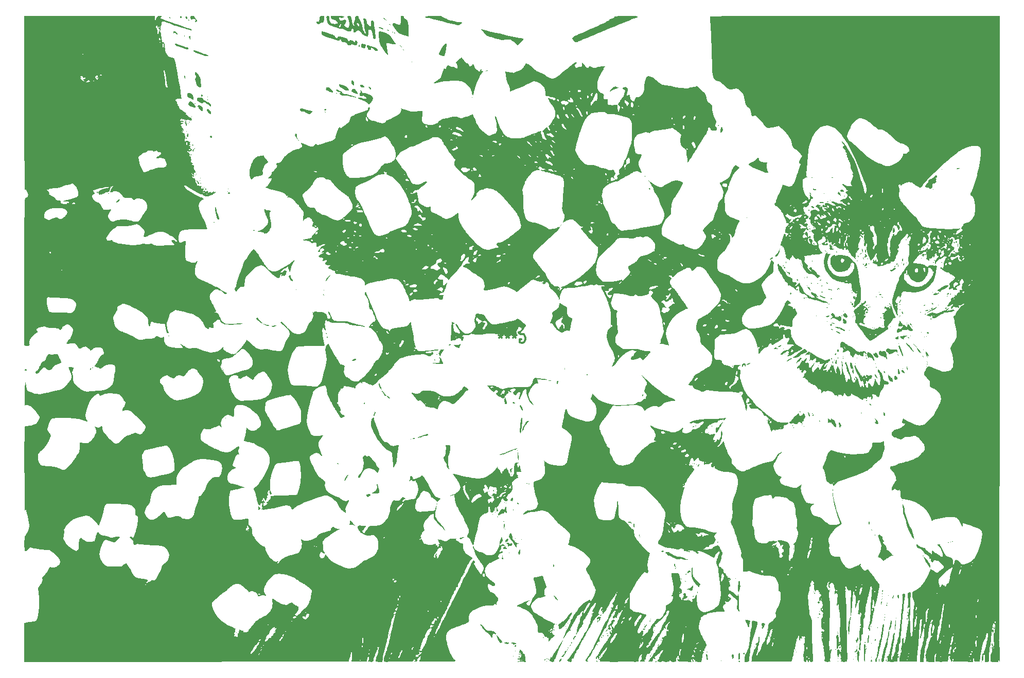
<source format=gbr>
%TF.GenerationSoftware,KiCad,Pcbnew,8.0.6*%
%TF.CreationDate,2024-11-21T01:01:48-08:00*%
%TF.ProjectId,ECE 411 Project,45434520-3431-4312-9050-726f6a656374,r1.6*%
%TF.SameCoordinates,Original*%
%TF.FileFunction,Legend,Bot*%
%TF.FilePolarity,Positive*%
%FSLAX46Y46*%
G04 Gerber Fmt 4.6, Leading zero omitted, Abs format (unit mm)*
G04 Created by KiCad (PCBNEW 8.0.6) date 2024-11-21 01:01:48*
%MOMM*%
%LPD*%
G01*
G04 APERTURE LIST*
%ADD10C,0.300000*%
%ADD11C,0.000000*%
G04 APERTURE END LIST*
D10*
X41321427Y-72749757D02*
X41464285Y-72678328D01*
X41464285Y-72678328D02*
X41678570Y-72678328D01*
X41678570Y-72678328D02*
X41892856Y-72749757D01*
X41892856Y-72749757D02*
X42035713Y-72892614D01*
X42035713Y-72892614D02*
X42107142Y-73035471D01*
X42107142Y-73035471D02*
X42178570Y-73321185D01*
X42178570Y-73321185D02*
X42178570Y-73535471D01*
X42178570Y-73535471D02*
X42107142Y-73821185D01*
X42107142Y-73821185D02*
X42035713Y-73964042D01*
X42035713Y-73964042D02*
X41892856Y-74106900D01*
X41892856Y-74106900D02*
X41678570Y-74178328D01*
X41678570Y-74178328D02*
X41535713Y-74178328D01*
X41535713Y-74178328D02*
X41321427Y-74106900D01*
X41321427Y-74106900D02*
X41249999Y-74035471D01*
X41249999Y-74035471D02*
X41249999Y-73535471D01*
X41249999Y-73535471D02*
X41535713Y-73535471D01*
X40392856Y-72678328D02*
X40392856Y-73035471D01*
X40749999Y-72892614D02*
X40392856Y-73035471D01*
X40392856Y-73035471D02*
X40035713Y-72892614D01*
X40607142Y-73321185D02*
X40392856Y-73035471D01*
X40392856Y-73035471D02*
X40178570Y-73321185D01*
X39249999Y-72678328D02*
X39249999Y-73035471D01*
X39607142Y-72892614D02*
X39249999Y-73035471D01*
X39249999Y-73035471D02*
X38892856Y-72892614D01*
X39464285Y-73321185D02*
X39249999Y-73035471D01*
X39249999Y-73035471D02*
X39035713Y-73321185D01*
X38107142Y-72678328D02*
X38107142Y-73035471D01*
X38464285Y-72892614D02*
X38107142Y-73035471D01*
X38107142Y-73035471D02*
X37749999Y-72892614D01*
X38321428Y-73321185D02*
X38107142Y-73035471D01*
X38107142Y-73035471D02*
X37892856Y-73321185D01*
D11*
%TO.C,G\u002A\u002A\u002A*%
G36*
X120233392Y-56443679D02*
G01*
X120233287Y-56658696D01*
X120233117Y-57004344D01*
X120232775Y-57701691D01*
X120232654Y-57947102D01*
X120232522Y-58215972D01*
X120232349Y-58567284D01*
X120231698Y-59892315D01*
X120231584Y-60125229D01*
X120231343Y-60615942D01*
X120231173Y-60961340D01*
X120229920Y-63514855D01*
X120229785Y-63789739D01*
X120229471Y-64429837D01*
X120229012Y-65365801D01*
X120228782Y-65834808D01*
X120228565Y-66275725D01*
X120228497Y-66413768D01*
X120228339Y-66735870D01*
X120228256Y-66904589D01*
X120225729Y-72050544D01*
X120224875Y-73709615D01*
X120223101Y-76765402D01*
X120221093Y-79773033D01*
X120218862Y-82727279D01*
X120216418Y-85622914D01*
X120213771Y-88454712D01*
X120210932Y-91217445D01*
X120207910Y-93905886D01*
X120204715Y-96514808D01*
X120201359Y-99038985D01*
X120197851Y-101473189D01*
X120194200Y-103812193D01*
X120190418Y-106050771D01*
X120186515Y-108183695D01*
X120182500Y-110205739D01*
X120182373Y-110264377D01*
X120181090Y-110858337D01*
X120180123Y-111306073D01*
X120179830Y-111441793D01*
X120178384Y-112111675D01*
X120176763Y-112798940D01*
X120175589Y-113297105D01*
X120174176Y-113896277D01*
X120173569Y-114130797D01*
X120172141Y-114682971D01*
X120171665Y-114867029D01*
X120170515Y-115311836D01*
X120169888Y-115554317D01*
X120168565Y-116017391D01*
X120167908Y-116247464D01*
X120167562Y-116368588D01*
X120165529Y-117080569D01*
X120164959Y-117259783D01*
X120163056Y-117857971D01*
X120161109Y-118469806D01*
X120159909Y-118804641D01*
X120158941Y-119074561D01*
X120156639Y-119716800D01*
X120156148Y-119836594D01*
X120155060Y-120101715D01*
X120152128Y-120816326D01*
X120147587Y-121763155D01*
X120144183Y-122351930D01*
X120143026Y-122552061D01*
X120138796Y-123131186D01*
X120111232Y-123103623D01*
X120065218Y-123149638D01*
X120111232Y-123195652D01*
X120138525Y-123168360D01*
X120138455Y-123177816D01*
X120134599Y-123563768D01*
X120133885Y-123635195D01*
X120129325Y-123918970D01*
X120124785Y-124023913D01*
X120120726Y-124036389D01*
X120090472Y-124166569D01*
X120137176Y-124130068D01*
X120139918Y-124126565D01*
X120177993Y-124169667D01*
X120207632Y-124392029D01*
X120207795Y-124393253D01*
X120224812Y-124714131D01*
X120229055Y-124794131D01*
X120241504Y-125369106D01*
X120241836Y-125397256D01*
X120244091Y-125910507D01*
X120244314Y-125961157D01*
X120235592Y-126349522D01*
X120214114Y-126570285D01*
X120178322Y-126631380D01*
X120126660Y-126540740D01*
X120057570Y-126306301D01*
X119979230Y-126002536D01*
X119985222Y-126086896D01*
X120003744Y-126347645D01*
X120011916Y-126462681D01*
X120028259Y-126692754D01*
X119362676Y-126692754D01*
X119211565Y-126693782D01*
X118962565Y-126692085D01*
X118804086Y-126659833D01*
X118717265Y-126566332D01*
X118698247Y-126462681D01*
X119144928Y-126462681D01*
X119190942Y-126508696D01*
X119236957Y-126462681D01*
X119190942Y-126416667D01*
X119144928Y-126462681D01*
X118698247Y-126462681D01*
X118683240Y-126380890D01*
X118683151Y-126084514D01*
X119067358Y-126084514D01*
X119089327Y-126207684D01*
X119120742Y-126206259D01*
X119137662Y-126086896D01*
X119122925Y-125996437D01*
X119082061Y-126031295D01*
X119067358Y-126084514D01*
X118683151Y-126084514D01*
X118683148Y-126072815D01*
X118688417Y-125910507D01*
X119973189Y-125910507D01*
X120019203Y-125956522D01*
X120065218Y-125910507D01*
X120019203Y-125864493D01*
X119973189Y-125910507D01*
X118688417Y-125910507D01*
X118698126Y-125611413D01*
X118719013Y-125482582D01*
X118782377Y-125404348D01*
X118812998Y-125386526D01*
X118881525Y-125241131D01*
X118940749Y-124998598D01*
X118978093Y-124718660D01*
X118978144Y-124714131D01*
X119973189Y-124714131D01*
X120019203Y-124760145D01*
X120065218Y-124714131D01*
X120019203Y-124668116D01*
X119973189Y-124714131D01*
X118978144Y-124714131D01*
X118980982Y-124461051D01*
X118978330Y-124420168D01*
X118983177Y-124392029D01*
X119144928Y-124392029D01*
X119147602Y-124414026D01*
X119236957Y-124484058D01*
X119258954Y-124481384D01*
X119328986Y-124392029D01*
X119326311Y-124370032D01*
X119236957Y-124300000D01*
X119214959Y-124302674D01*
X119144928Y-124392029D01*
X118983177Y-124392029D01*
X119007006Y-124253702D01*
X119132527Y-124207971D01*
X119190638Y-124202040D01*
X119263507Y-124141490D01*
X119297917Y-123981055D01*
X119307753Y-123678804D01*
X119307833Y-123566614D01*
X119305939Y-123515904D01*
X119992851Y-123515904D01*
X120003865Y-123625121D01*
X120031546Y-123639519D01*
X120065218Y-123563768D01*
X120058576Y-123515048D01*
X120003865Y-123502416D01*
X119992851Y-123515904D01*
X119305939Y-123515904D01*
X119299595Y-123346026D01*
X119275626Y-123288820D01*
X119232057Y-123379710D01*
X119225718Y-123397156D01*
X119195143Y-123419247D01*
X119189997Y-123271674D01*
X119210852Y-122965580D01*
X119237349Y-122619634D01*
X119243145Y-122505435D01*
X119881160Y-122505435D01*
X119889888Y-122656508D01*
X119916446Y-122735507D01*
X119950763Y-122677863D01*
X119995713Y-122505435D01*
X120004707Y-122351930D01*
X119960427Y-122275362D01*
X119908319Y-122332420D01*
X119881160Y-122505435D01*
X119243145Y-122505435D01*
X119253087Y-122309537D01*
X119253670Y-122114312D01*
X119265023Y-121984573D01*
X119331478Y-121907247D01*
X119389991Y-121835766D01*
X119404454Y-121651533D01*
X119411039Y-121452134D01*
X119463226Y-121269198D01*
X119496348Y-121199666D01*
X119443539Y-121203108D01*
X119441696Y-121204225D01*
X119290558Y-121225380D01*
X119128529Y-121174543D01*
X119052899Y-121081901D01*
X119113037Y-121046921D01*
X119285284Y-121056904D01*
X119427452Y-121071811D01*
X119495859Y-121007334D01*
X119495376Y-120808756D01*
X119471511Y-120656100D01*
X119383439Y-120452780D01*
X119267322Y-120363290D01*
X119157750Y-120405607D01*
X119107414Y-120546894D01*
X119089310Y-120597708D01*
X119086313Y-120619163D01*
X119051442Y-120832428D01*
X119031736Y-120940942D01*
X119002153Y-121103840D01*
X118971557Y-121309058D01*
X118970360Y-121317087D01*
X118993650Y-121405860D01*
X119086572Y-121393088D01*
X119109661Y-121385074D01*
X119209548Y-121403932D01*
X119236957Y-121569868D01*
X119215024Y-121734940D01*
X119144928Y-121861232D01*
X119097514Y-121869890D01*
X119052899Y-121774634D01*
X119043403Y-121706255D01*
X118974855Y-121631160D01*
X118944705Y-121688435D01*
X118903194Y-121895770D01*
X118862092Y-122218949D01*
X118827003Y-122620471D01*
X118804567Y-122936530D01*
X118776452Y-123327059D01*
X118754283Y-123628599D01*
X118741507Y-123793841D01*
X118715396Y-123927614D01*
X118623756Y-124161957D01*
X118587112Y-124293565D01*
X118549607Y-124579166D01*
X118521464Y-124964509D01*
X118506936Y-125404348D01*
X118500911Y-125791243D01*
X118495952Y-126048551D01*
X118493653Y-126167810D01*
X118487429Y-126416667D01*
X118486748Y-126443895D01*
X118481115Y-126577718D01*
X118478716Y-126589262D01*
X118366399Y-126664801D01*
X118117271Y-126692754D01*
X117764493Y-126692754D01*
X117764493Y-126343288D01*
X118243563Y-126343288D01*
X118255718Y-126531703D01*
X118287673Y-126547314D01*
X118302136Y-126416667D01*
X118289308Y-126290070D01*
X118255718Y-126301631D01*
X118243563Y-126343288D01*
X117764493Y-126343288D01*
X117764493Y-126037282D01*
X117764458Y-126000687D01*
X118244300Y-126000687D01*
X118255314Y-126109904D01*
X118282995Y-126124301D01*
X118316667Y-126048551D01*
X118310025Y-125999831D01*
X118255314Y-125987198D01*
X118244300Y-126000687D01*
X117764458Y-126000687D01*
X117764440Y-125982231D01*
X117758941Y-125668259D01*
X117738643Y-125503694D01*
X117695397Y-125458055D01*
X117621050Y-125500858D01*
X117529116Y-125649171D01*
X117496384Y-125903250D01*
X117503402Y-126065253D01*
X117500632Y-126320406D01*
X117483630Y-126519258D01*
X117456906Y-126619223D01*
X117424968Y-126577718D01*
X117391388Y-126492309D01*
X117309397Y-126416667D01*
X117293126Y-126407227D01*
X117255806Y-126278977D01*
X117245565Y-126048551D01*
X117249778Y-125966347D01*
X117283442Y-125762176D01*
X117336530Y-125680435D01*
X117375581Y-125644657D01*
X117370549Y-125499578D01*
X117368613Y-125370044D01*
X117502351Y-125261878D01*
X117602068Y-125200464D01*
X117658100Y-125051612D01*
X117675316Y-124890687D01*
X117762994Y-124668116D01*
X117853522Y-124480888D01*
X117913370Y-124300000D01*
X117918947Y-124268832D01*
X117963722Y-124063701D01*
X118028970Y-123796424D01*
X118049251Y-123711893D01*
X118086764Y-123496418D01*
X118082307Y-123390761D01*
X118072913Y-123364923D01*
X118122230Y-123250134D01*
X118123432Y-123248593D01*
X118182399Y-123094493D01*
X118231809Y-122833247D01*
X118266846Y-122522477D01*
X118282697Y-122219805D01*
X118274549Y-121982851D01*
X118237588Y-121869236D01*
X118188599Y-121856151D01*
X118126124Y-121923343D01*
X118075429Y-122091304D01*
X118067088Y-122118941D01*
X118000702Y-122470324D01*
X117997958Y-122485554D01*
X117974748Y-122551449D01*
X117889913Y-122792299D01*
X117838931Y-122873551D01*
X117716602Y-123068513D01*
X117704741Y-123082650D01*
X117604490Y-123247539D01*
X117535817Y-123360491D01*
X117437690Y-123655797D01*
X117432744Y-123686469D01*
X117372642Y-124012258D01*
X117301580Y-124346015D01*
X117240431Y-124631835D01*
X117208365Y-124806160D01*
X117166045Y-125036232D01*
X117141271Y-125170918D01*
X117097924Y-125445969D01*
X117068225Y-125634420D01*
X117052145Y-125736453D01*
X117043649Y-125803140D01*
X116988934Y-126232609D01*
X116976066Y-126354811D01*
X116952410Y-126574870D01*
X116940909Y-126674789D01*
X116914645Y-126682480D01*
X116754861Y-126685847D01*
X116499094Y-126674789D01*
X116287335Y-126658044D01*
X116124302Y-126612802D01*
X116049586Y-126501042D01*
X116008527Y-126278623D01*
X115955097Y-125910507D01*
X115946472Y-125956522D01*
X115881397Y-126303705D01*
X115860224Y-126416667D01*
X115807697Y-126696902D01*
X114186276Y-126671821D01*
X112564855Y-126646739D01*
X112589322Y-126416667D01*
X115325725Y-126416667D01*
X115344614Y-126444208D01*
X115423185Y-126508696D01*
X115432369Y-126506303D01*
X115463768Y-126416667D01*
X115460023Y-126391443D01*
X115366308Y-126324638D01*
X115333021Y-126331864D01*
X115325725Y-126416667D01*
X112589322Y-126416667D01*
X112592662Y-126385262D01*
X112588397Y-126210603D01*
X112523640Y-126183628D01*
X112462598Y-126271944D01*
X112426812Y-126468113D01*
X112408443Y-126599977D01*
X112328939Y-126687226D01*
X112235351Y-126631978D01*
X112182084Y-126440395D01*
X112137438Y-126251673D01*
X112028137Y-126100302D01*
X111998954Y-126081324D01*
X111937078Y-126002469D01*
X112033392Y-125906743D01*
X112041526Y-125900456D01*
X112533300Y-125900456D01*
X112555269Y-126023626D01*
X112586684Y-126022201D01*
X112602779Y-125908658D01*
X113458793Y-125908658D01*
X113469807Y-126017875D01*
X113497488Y-126032272D01*
X113531160Y-125956522D01*
X113524518Y-125907802D01*
X113469807Y-125895169D01*
X113463545Y-125902838D01*
X113458793Y-125908658D01*
X112602779Y-125908658D01*
X112603604Y-125902838D01*
X112591871Y-125830821D01*
X115203960Y-125830821D01*
X115279710Y-125864493D01*
X115328430Y-125857851D01*
X115341063Y-125803140D01*
X115327575Y-125792126D01*
X115218358Y-125803140D01*
X115203960Y-125830821D01*
X112591871Y-125830821D01*
X112588867Y-125812379D01*
X112548003Y-125847237D01*
X112533300Y-125900456D01*
X112041526Y-125900456D01*
X112080915Y-125870012D01*
X112113708Y-125800806D01*
X111980274Y-125749357D01*
X111865394Y-125733749D01*
X111794184Y-125802680D01*
X111787341Y-125864493D01*
X111771105Y-126011152D01*
X111770398Y-126029532D01*
X111760595Y-126186594D01*
X111755554Y-126267348D01*
X111754122Y-126278623D01*
X111736594Y-126416667D01*
X111734945Y-126423379D01*
X111702083Y-126600725D01*
X111681145Y-126617703D01*
X111522888Y-126649577D01*
X111247994Y-126673751D01*
X110902560Y-126689216D01*
X110532687Y-126694961D01*
X110184474Y-126689977D01*
X109904019Y-126673252D01*
X109737422Y-126643777D01*
X109703911Y-126622186D01*
X109637746Y-126452806D01*
X109640285Y-126278623D01*
X110218116Y-126278623D01*
X110264131Y-126324638D01*
X110310145Y-126278623D01*
X110264131Y-126232609D01*
X110218116Y-126278623D01*
X109640285Y-126278623D01*
X109641627Y-126186594D01*
X110770290Y-126186594D01*
X110816304Y-126232609D01*
X110862319Y-126186594D01*
X110816304Y-126140580D01*
X110770290Y-126186594D01*
X109641627Y-126186594D01*
X109641972Y-126162924D01*
X109702570Y-125864493D01*
X110448189Y-125864493D01*
X110467077Y-125892034D01*
X110545649Y-125956522D01*
X110554833Y-125954129D01*
X110586232Y-125864493D01*
X110582487Y-125839269D01*
X110488772Y-125772464D01*
X110455485Y-125779690D01*
X110448189Y-125864493D01*
X109702570Y-125864493D01*
X109717489Y-125791018D01*
X109763475Y-125621257D01*
X109806844Y-125418791D01*
X109798473Y-125358333D01*
X110312964Y-125358333D01*
X110324300Y-125420635D01*
X110402174Y-125588406D01*
X110453409Y-125650882D01*
X110491385Y-125634420D01*
X110480048Y-125572118D01*
X110438313Y-125482206D01*
X111060752Y-125482206D01*
X111063665Y-125634420D01*
X111063968Y-125650225D01*
X111078120Y-125716519D01*
X111109821Y-125765754D01*
X111166298Y-125644256D01*
X111197772Y-125505745D01*
X111168894Y-125403448D01*
X111084256Y-125427821D01*
X111060752Y-125482206D01*
X110438313Y-125482206D01*
X110402174Y-125404348D01*
X110350939Y-125341871D01*
X110312964Y-125358333D01*
X109798473Y-125358333D01*
X109795391Y-125336070D01*
X109730124Y-125336940D01*
X109716027Y-125342706D01*
X109601566Y-125493213D01*
X109524924Y-125803863D01*
X109491058Y-126255616D01*
X109481884Y-126692754D01*
X108783998Y-126692754D01*
X108673297Y-126692201D01*
X108337996Y-126678024D01*
X108161226Y-126642205D01*
X108123224Y-126581415D01*
X108129011Y-126505850D01*
X108105475Y-126281950D01*
X108049071Y-125991425D01*
X108024406Y-125876685D01*
X107989112Y-125578297D01*
X108026005Y-125424575D01*
X108055510Y-125389542D01*
X108115393Y-125257276D01*
X111813712Y-125257276D01*
X111820515Y-125377471D01*
X111910212Y-125375074D01*
X111991830Y-125368060D01*
X112085734Y-125478470D01*
X112093722Y-125503327D01*
X112118929Y-125481088D01*
X112133740Y-125312319D01*
X112134260Y-125294982D01*
X112135551Y-125271753D01*
X112529253Y-125271753D01*
X112546311Y-125491867D01*
X112549972Y-125505745D01*
X112581626Y-125625752D01*
X112631139Y-125624632D01*
X112662262Y-125530606D01*
X112661822Y-125496377D01*
X115371739Y-125496377D01*
X115387726Y-125596787D01*
X115479408Y-125736115D01*
X115540349Y-125754362D01*
X115530592Y-125655463D01*
X115526957Y-125634420D01*
X116107971Y-125634420D01*
X116153986Y-125680435D01*
X116200000Y-125634420D01*
X116153986Y-125588406D01*
X116107971Y-125634420D01*
X115526957Y-125634420D01*
X115516391Y-125573257D01*
X115577261Y-125473884D01*
X115616646Y-125445969D01*
X115611747Y-125328394D01*
X115515407Y-125257829D01*
X115415915Y-125320202D01*
X115371739Y-125496377D01*
X112661822Y-125496377D01*
X112659638Y-125326619D01*
X112662971Y-125190361D01*
X112738856Y-125036232D01*
X115509783Y-125036232D01*
X115528619Y-125061365D01*
X115653257Y-125128261D01*
X115673803Y-125125627D01*
X115739855Y-125036232D01*
X115722296Y-124992251D01*
X115596380Y-124944203D01*
X115530646Y-124957446D01*
X115509783Y-125036232D01*
X112738856Y-125036232D01*
X112760979Y-124991299D01*
X112830959Y-124900054D01*
X112793832Y-124852174D01*
X112752098Y-124841060D01*
X112743302Y-124806160D01*
X116107971Y-124806160D01*
X116153986Y-124852174D01*
X116200000Y-124806160D01*
X116153986Y-124760145D01*
X116107971Y-124806160D01*
X112743302Y-124806160D01*
X112725906Y-124737138D01*
X112750631Y-124692663D01*
X112890853Y-124622102D01*
X112906376Y-124619922D01*
X113007217Y-124515830D01*
X113083204Y-124300624D01*
X113113424Y-124108633D01*
X113113989Y-123961392D01*
X113080441Y-123942669D01*
X113044934Y-124023913D01*
X113020526Y-124079763D01*
X112970996Y-124219837D01*
X112900631Y-124346015D01*
X112844043Y-124447489D01*
X112715387Y-124508374D01*
X112705099Y-124507754D01*
X112625102Y-124592334D01*
X112561694Y-124790643D01*
X112534515Y-125014185D01*
X112529253Y-125271753D01*
X112135551Y-125271753D01*
X112156892Y-124887810D01*
X112195582Y-124652072D01*
X112252208Y-124576087D01*
X112272753Y-124550597D01*
X112301045Y-124391899D01*
X112302744Y-124346015D01*
X112702899Y-124346015D01*
X112748913Y-124392029D01*
X112794928Y-124346015D01*
X112748913Y-124300000D01*
X112702899Y-124346015D01*
X112302744Y-124346015D01*
X112310516Y-124136052D01*
X112313532Y-124009176D01*
X112317506Y-123976049D01*
X112814590Y-123976049D01*
X112825604Y-124085266D01*
X112853285Y-124099663D01*
X112886957Y-124023913D01*
X112880315Y-123975193D01*
X112825604Y-123962561D01*
X112814590Y-123976049D01*
X112317506Y-123976049D01*
X112349582Y-123708640D01*
X112407279Y-123517754D01*
X112794928Y-123517754D01*
X112804970Y-123581214D01*
X112884068Y-123655797D01*
X112922150Y-123636256D01*
X112921723Y-123609783D01*
X113899275Y-123609783D01*
X113925749Y-123636256D01*
X113945290Y-123655797D01*
X113991304Y-123609783D01*
X113979500Y-123597979D01*
X116219499Y-123597979D01*
X116220175Y-123609783D01*
X116237003Y-123903448D01*
X116249487Y-123961392D01*
X116285764Y-124129765D01*
X116336844Y-124248957D01*
X116374250Y-124289957D01*
X116398751Y-124215060D01*
X116417127Y-124001596D01*
X116436158Y-123626895D01*
X116438184Y-123581252D01*
X116441732Y-123247539D01*
X116415194Y-123072824D01*
X116355730Y-123036242D01*
X116322265Y-123065849D01*
X116258493Y-123234506D01*
X116257498Y-123241667D01*
X116222575Y-123493098D01*
X116219499Y-123597979D01*
X113979500Y-123597979D01*
X113945290Y-123563768D01*
X113899275Y-123609783D01*
X112921723Y-123609783D01*
X112920237Y-123517754D01*
X112890437Y-123451673D01*
X112831096Y-123379710D01*
X112814617Y-123394968D01*
X112794928Y-123517754D01*
X112407279Y-123517754D01*
X112413889Y-123495886D01*
X112458076Y-123394878D01*
X112499842Y-123241667D01*
X112886957Y-123241667D01*
X112932971Y-123287681D01*
X112978986Y-123241667D01*
X112932971Y-123195652D01*
X112886957Y-123241667D01*
X112499842Y-123241667D01*
X112528953Y-123134878D01*
X112574412Y-122839292D01*
X112577770Y-122779672D01*
X112906619Y-122779672D01*
X112917633Y-122888889D01*
X112945314Y-122903287D01*
X112958532Y-122873551D01*
X116292029Y-122873551D01*
X116338044Y-122919565D01*
X116384058Y-122873551D01*
X116338044Y-122827536D01*
X116292029Y-122873551D01*
X112958532Y-122873551D01*
X112978986Y-122827536D01*
X112972344Y-122778816D01*
X112917633Y-122766184D01*
X112906619Y-122779672D01*
X112577770Y-122779672D01*
X112590045Y-122561754D01*
X112589114Y-122551449D01*
X116430073Y-122551449D01*
X116437140Y-122561754D01*
X116448961Y-122578990D01*
X116527533Y-122643478D01*
X116536717Y-122641086D01*
X116568116Y-122551449D01*
X116564371Y-122526225D01*
X116470656Y-122459420D01*
X116437369Y-122466646D01*
X116430073Y-122551449D01*
X112589114Y-122551449D01*
X112571443Y-122355900D01*
X112514198Y-122275362D01*
X112468939Y-122280397D01*
X112455751Y-122311271D01*
X112448655Y-122327882D01*
X112449670Y-122433438D01*
X112376674Y-122620378D01*
X112304189Y-122809152D01*
X112301837Y-122919565D01*
X112301401Y-122940005D01*
X112312275Y-122997002D01*
X112249089Y-123142005D01*
X112207281Y-123219715D01*
X112204998Y-123414060D01*
X112219847Y-123495990D01*
X112160571Y-123563768D01*
X112109602Y-123582949D01*
X112062028Y-123702803D01*
X112084408Y-123856737D01*
X112173732Y-123955264D01*
X112217617Y-123988265D01*
X112239256Y-124004537D01*
X112185726Y-124123984D01*
X112182527Y-124128093D01*
X112070577Y-124346133D01*
X111949183Y-124704658D01*
X111923274Y-124806160D01*
X111832214Y-125162908D01*
X111813712Y-125257276D01*
X108115393Y-125257276D01*
X108137109Y-125209311D01*
X108162076Y-125079187D01*
X108223523Y-124806160D01*
X110310145Y-124806160D01*
X110356160Y-124852174D01*
X110402174Y-124806160D01*
X110356160Y-124760145D01*
X110310145Y-124806160D01*
X108223523Y-124806160D01*
X108232998Y-124764059D01*
X108305636Y-124497597D01*
X108362689Y-124346015D01*
X108396477Y-124268387D01*
X108445113Y-124069928D01*
X108445473Y-124068078D01*
X109777633Y-124068078D01*
X109788647Y-124177295D01*
X109816328Y-124191692D01*
X109850000Y-124115942D01*
X109843359Y-124067222D01*
X109788647Y-124054589D01*
X109777633Y-124068078D01*
X108445473Y-124068078D01*
X108454079Y-124023913D01*
X110218116Y-124023913D01*
X110219171Y-124044740D01*
X110258699Y-124115942D01*
X110273462Y-124111707D01*
X110356160Y-124023913D01*
X110370539Y-123988265D01*
X110315576Y-123931884D01*
X110288864Y-123935421D01*
X110218116Y-124023913D01*
X108454079Y-124023913D01*
X108492305Y-123827745D01*
X108522868Y-123713051D01*
X110310145Y-123713051D01*
X110311130Y-123751867D01*
X110342832Y-123852822D01*
X110405758Y-123807648D01*
X110481617Y-123641544D01*
X110552115Y-123379710D01*
X110585152Y-123208240D01*
X110617231Y-123000601D01*
X110617538Y-122919565D01*
X110579651Y-122964771D01*
X110500450Y-123130045D01*
X110411929Y-123354258D01*
X110364070Y-123498119D01*
X110339892Y-123570798D01*
X110310145Y-123713051D01*
X108522868Y-123713051D01*
X108548939Y-123615214D01*
X109850000Y-123615214D01*
X109850896Y-123628079D01*
X109904168Y-123648346D01*
X109996832Y-123549549D01*
X110019223Y-123498119D01*
X109956248Y-123508966D01*
X109915366Y-123537374D01*
X109850000Y-123615214D01*
X108548939Y-123615214D01*
X108582138Y-123490630D01*
X108692468Y-123148561D01*
X108778090Y-122923472D01*
X109889452Y-122923472D01*
X109925161Y-123141085D01*
X109959608Y-123243633D01*
X110001162Y-123255641D01*
X110059066Y-123131231D01*
X110149180Y-122849777D01*
X110180224Y-122742857D01*
X110215777Y-122603261D01*
X110892670Y-122603261D01*
X110922113Y-122630082D01*
X111048223Y-122503211D01*
X111105581Y-122413359D01*
X111112962Y-122311271D01*
X111055059Y-122323652D01*
X110958566Y-122451538D01*
X110892670Y-122603261D01*
X110215777Y-122603261D01*
X110285602Y-122329100D01*
X110349333Y-122045290D01*
X111598551Y-122045290D01*
X111644565Y-122091304D01*
X112518841Y-122091304D01*
X112521515Y-122113302D01*
X112610870Y-122183333D01*
X112632867Y-122180659D01*
X112702899Y-122091304D01*
X112700224Y-122069307D01*
X112610870Y-121999275D01*
X112588872Y-122001950D01*
X112554904Y-122045290D01*
X112518841Y-122091304D01*
X111644565Y-122091304D01*
X111690580Y-122045290D01*
X111644565Y-121999275D01*
X111598551Y-122045290D01*
X110349333Y-122045290D01*
X110367557Y-121964132D01*
X111256645Y-121964132D01*
X111288901Y-121963661D01*
X111357109Y-121857674D01*
X111407675Y-121693270D01*
X111402651Y-121677174D01*
X111690580Y-121677174D01*
X111691603Y-121693270D01*
X111694577Y-121740068D01*
X111726748Y-121815218D01*
X111750568Y-121798263D01*
X111815889Y-121677174D01*
X111830356Y-121606588D01*
X111812872Y-121583295D01*
X118336329Y-121583295D01*
X118338678Y-121606588D01*
X118347343Y-121692512D01*
X118375024Y-121706910D01*
X118408696Y-121631160D01*
X118402054Y-121582440D01*
X118347343Y-121569807D01*
X118336329Y-121583295D01*
X111812872Y-121583295D01*
X111779721Y-121539131D01*
X111738742Y-121554682D01*
X111690580Y-121677174D01*
X111402651Y-121677174D01*
X111392603Y-121644983D01*
X111311230Y-121753098D01*
X111261741Y-121861208D01*
X111256645Y-121964132D01*
X110367557Y-121964132D01*
X110397191Y-121832164D01*
X110501541Y-121317293D01*
X110503014Y-121309058D01*
X111782609Y-121309058D01*
X111828623Y-121355073D01*
X111874638Y-121309058D01*
X111828623Y-121263044D01*
X111782609Y-121309058D01*
X110503014Y-121309058D01*
X110556509Y-121010087D01*
X111834079Y-121010087D01*
X111871054Y-121122785D01*
X111891343Y-121131662D01*
X111977621Y-121072712D01*
X112015593Y-120940942D01*
X114359420Y-120940942D01*
X114405435Y-120986957D01*
X114451449Y-120940942D01*
X114405435Y-120894928D01*
X114359420Y-120940942D01*
X112015593Y-120940942D01*
X112036753Y-120867514D01*
X112058696Y-120546894D01*
X112057347Y-120481188D01*
X112027807Y-120317941D01*
X111971922Y-120314907D01*
X111906080Y-120457764D01*
X111846668Y-120732191D01*
X111839001Y-120790792D01*
X111834079Y-121010087D01*
X110556509Y-121010087D01*
X110585201Y-120849733D01*
X110634718Y-120494726D01*
X110635637Y-120485794D01*
X110673660Y-120204260D01*
X110690368Y-120107250D01*
X117764493Y-120107250D01*
X117766293Y-120153714D01*
X117809765Y-120246657D01*
X117898606Y-120165055D01*
X117911112Y-120131872D01*
X117892049Y-120092269D01*
X119362536Y-120092269D01*
X119372303Y-120131872D01*
X119394606Y-120222304D01*
X119464747Y-120306144D01*
X119534953Y-120231687D01*
X119549279Y-120101715D01*
X119517626Y-119944311D01*
X119458721Y-119837706D01*
X119396413Y-119847961D01*
X119373362Y-119905903D01*
X119362536Y-120092269D01*
X117892049Y-120092269D01*
X117858023Y-120021580D01*
X117809772Y-120012464D01*
X117764493Y-120107250D01*
X110690368Y-120107250D01*
X110726658Y-119896538D01*
X110728880Y-119882609D01*
X114451449Y-119882609D01*
X114452505Y-119903436D01*
X114492033Y-119974638D01*
X114506795Y-119970403D01*
X114589493Y-119882609D01*
X114603873Y-119846960D01*
X114593768Y-119836594D01*
X117856522Y-119836594D01*
X117866888Y-119846960D01*
X117902536Y-119882609D01*
X117948551Y-119836594D01*
X117902536Y-119790580D01*
X117856522Y-119836594D01*
X114593768Y-119836594D01*
X114548910Y-119790580D01*
X114522197Y-119794116D01*
X114451449Y-119882609D01*
X110728880Y-119882609D01*
X110759588Y-119690129D01*
X116229121Y-119690129D01*
X116250272Y-119775221D01*
X116304021Y-119681845D01*
X116387210Y-119410757D01*
X116406499Y-119335224D01*
X116442300Y-119074561D01*
X116390757Y-118932207D01*
X116375123Y-118921736D01*
X119421015Y-118921736D01*
X119421910Y-118934601D01*
X119475183Y-118954868D01*
X119567846Y-118856071D01*
X119590238Y-118804641D01*
X119527263Y-118815487D01*
X119486381Y-118843896D01*
X119421015Y-118921736D01*
X116375123Y-118921736D01*
X116322558Y-118886529D01*
X116282693Y-118966920D01*
X116281377Y-118984995D01*
X116265233Y-119181567D01*
X116241903Y-119445471D01*
X116229121Y-119690129D01*
X110759588Y-119690129D01*
X110779467Y-119565530D01*
X110814915Y-119238406D01*
X110833140Y-119067600D01*
X110884768Y-118727833D01*
X110952463Y-118368349D01*
X110995317Y-118128513D01*
X111034457Y-117784592D01*
X119716027Y-117784592D01*
X119728182Y-117973007D01*
X119760137Y-117988618D01*
X119774600Y-117857971D01*
X119761771Y-117731374D01*
X119728182Y-117742935D01*
X119716027Y-117784592D01*
X111034457Y-117784592D01*
X111047523Y-117669784D01*
X111064868Y-117259783D01*
X116384058Y-117259783D01*
X116430073Y-117305797D01*
X116476087Y-117259783D01*
X116430073Y-117213768D01*
X116412809Y-117231032D01*
X116384058Y-117259783D01*
X111064868Y-117259783D01*
X111066084Y-117231032D01*
X111052359Y-116999424D01*
X116499710Y-116999424D01*
X116502679Y-117011741D01*
X116543182Y-117107569D01*
X116591060Y-117029710D01*
X116629024Y-116927877D01*
X116711231Y-116707609D01*
X116751803Y-116588116D01*
X116795303Y-116368588D01*
X116768409Y-116279404D01*
X116688043Y-116338118D01*
X116571131Y-116562286D01*
X116569077Y-116569565D01*
X116505115Y-116796199D01*
X116499710Y-116999424D01*
X111052359Y-116999424D01*
X111045974Y-116891667D01*
X111040784Y-116892570D01*
X111013827Y-116983696D01*
X111006065Y-117009934D01*
X110961574Y-117198107D01*
X110945336Y-117266787D01*
X110865271Y-117634052D01*
X110842765Y-117742935D01*
X110789613Y-118000085D01*
X110772547Y-118082652D01*
X110739606Y-118248518D01*
X110655591Y-118700863D01*
X110593444Y-119080513D01*
X110558691Y-119351701D01*
X110556859Y-119478659D01*
X110549526Y-119610348D01*
X110460267Y-119806152D01*
X110369474Y-120019625D01*
X110328692Y-120300643D01*
X110305822Y-120539747D01*
X110225144Y-120789768D01*
X110195619Y-120847043D01*
X110117671Y-121038013D01*
X110089036Y-121157184D01*
X110062049Y-121269498D01*
X110019436Y-121589318D01*
X109980516Y-122045290D01*
X109979995Y-122052266D01*
X109951117Y-122388595D01*
X109921389Y-122655855D01*
X109897167Y-122796742D01*
X109889452Y-122923472D01*
X108778090Y-122923472D01*
X108807020Y-122847420D01*
X108909522Y-122633089D01*
X108983700Y-122551449D01*
X109025820Y-122545907D01*
X109165876Y-122449561D01*
X109170462Y-122390400D01*
X109034620Y-122409318D01*
X108987372Y-122423268D01*
X108906262Y-122424635D01*
X108866951Y-122350305D01*
X108859431Y-122164284D01*
X108873639Y-121831875D01*
X109087069Y-121831875D01*
X109095418Y-121964364D01*
X109169565Y-121999275D01*
X109258679Y-121938019D01*
X109297826Y-121728620D01*
X109321995Y-121526252D01*
X109384061Y-121404668D01*
X109425740Y-121348735D01*
X109463230Y-121157184D01*
X109458139Y-120913871D01*
X109414853Y-120696612D01*
X109337758Y-120583226D01*
X109275104Y-120574215D01*
X109262772Y-120660233D01*
X109274461Y-120718562D01*
X109220711Y-120839696D01*
X109179703Y-120893994D01*
X109173632Y-121057954D01*
X109180842Y-121103208D01*
X109174177Y-121329238D01*
X109128760Y-121610036D01*
X109087069Y-121831875D01*
X108873639Y-121831875D01*
X108873694Y-121830577D01*
X108873868Y-121827244D01*
X108899533Y-121491702D01*
X108934656Y-121225327D01*
X108971686Y-121085521D01*
X109012953Y-120990673D01*
X109059107Y-120791416D01*
X109080795Y-120581589D01*
X109072767Y-120424586D01*
X109029776Y-120383801D01*
X109000539Y-120396328D01*
X108891090Y-120354718D01*
X108897437Y-120294831D01*
X109022774Y-120223789D01*
X109062717Y-120208414D01*
X109180061Y-120073039D01*
X109204911Y-119889601D01*
X109119100Y-119747860D01*
X109074432Y-119746299D01*
X108972203Y-119855052D01*
X108866649Y-120069485D01*
X108779567Y-120340461D01*
X108732753Y-120618841D01*
X108731199Y-120638047D01*
X108685319Y-120893043D01*
X108612399Y-121070118D01*
X108604475Y-121083041D01*
X108558964Y-121257180D01*
X108526244Y-121550642D01*
X108512946Y-121907586D01*
X108512699Y-121950026D01*
X108495719Y-122354379D01*
X108448701Y-122613162D01*
X108365769Y-122760422D01*
X108300759Y-122868332D01*
X108218041Y-123134380D01*
X108161328Y-123478029D01*
X108123645Y-123749387D01*
X108064185Y-124019543D01*
X108002890Y-124169825D01*
X107996565Y-124179523D01*
X107950684Y-124337477D01*
X107899002Y-124634377D01*
X107847395Y-125031633D01*
X107801741Y-125490657D01*
X107699132Y-126692754D01*
X107394131Y-126692754D01*
X107089131Y-126692754D01*
X107094617Y-126163587D01*
X107095407Y-126117742D01*
X107119799Y-125724946D01*
X107169650Y-125295767D01*
X107234908Y-124903665D01*
X107305522Y-124622102D01*
X107322349Y-124573430D01*
X107384772Y-124392029D01*
X107407243Y-124318783D01*
X107470361Y-124086973D01*
X107544505Y-123793841D01*
X107583450Y-123635618D01*
X107656294Y-123345674D01*
X107707485Y-123149638D01*
X107718964Y-123098541D01*
X107754190Y-122827925D01*
X107787281Y-122409206D01*
X107816357Y-121869588D01*
X107839542Y-121236273D01*
X107853279Y-121003915D01*
X107886261Y-120767576D01*
X107928250Y-120658144D01*
X107963432Y-120555902D01*
X107918817Y-120414088D01*
X107826329Y-120342754D01*
X107820334Y-120344976D01*
X107776868Y-120453896D01*
X107730910Y-120694096D01*
X107691463Y-121020337D01*
X107690750Y-121027875D01*
X107640512Y-121401517D01*
X107570534Y-121733516D01*
X107495734Y-121952803D01*
X107483283Y-121977866D01*
X107379560Y-122258080D01*
X107305666Y-122569353D01*
X107289382Y-122655731D01*
X107233992Y-122824623D01*
X107179014Y-122856271D01*
X107158966Y-122782153D01*
X107162557Y-122566307D01*
X107201202Y-122275362D01*
X107201795Y-122272053D01*
X107251194Y-121916971D01*
X107293555Y-121474051D01*
X107319766Y-121038368D01*
X107321342Y-120998186D01*
X107342777Y-120596890D01*
X107371272Y-120229549D01*
X107398557Y-119993288D01*
X107844287Y-119993288D01*
X107856442Y-120181703D01*
X107888398Y-120197314D01*
X107902861Y-120066667D01*
X107890032Y-119940070D01*
X107856442Y-119951631D01*
X107844287Y-119993288D01*
X107398557Y-119993288D01*
X107401109Y-119971188D01*
X107419882Y-119815711D01*
X107418177Y-119788572D01*
X108051082Y-119788572D01*
X108052932Y-120066667D01*
X108053674Y-120178139D01*
X108071161Y-120388542D01*
X108104704Y-120422767D01*
X108155463Y-120283803D01*
X108224599Y-119974638D01*
X108263706Y-119800838D01*
X108335183Y-119536132D01*
X108353471Y-119471608D01*
X108347690Y-119368778D01*
X108227577Y-119382030D01*
X108170149Y-119399740D01*
X108109803Y-119407460D01*
X108212009Y-119335316D01*
X108230652Y-119322362D01*
X108326747Y-119171901D01*
X108326903Y-118908717D01*
X108320912Y-118853479D01*
X108323070Y-118677976D01*
X108364099Y-118631913D01*
X108405809Y-118597758D01*
X108396778Y-118438988D01*
X108391034Y-118271752D01*
X108507608Y-118082492D01*
X108586550Y-118000085D01*
X108574471Y-117911944D01*
X108552690Y-117905363D01*
X108429488Y-117965104D01*
X108279946Y-118119343D01*
X108150288Y-118313147D01*
X108086740Y-118491578D01*
X108082493Y-118557720D01*
X108073417Y-118792426D01*
X108072948Y-118808937D01*
X108063684Y-119135235D01*
X108063000Y-119166118D01*
X108054779Y-119537500D01*
X108051082Y-119788572D01*
X107418177Y-119788572D01*
X107407320Y-119615764D01*
X107335105Y-119571007D01*
X107211314Y-119693267D01*
X107179903Y-119745175D01*
X107142310Y-119841917D01*
X107110088Y-119987089D01*
X107080887Y-120203260D01*
X107052357Y-120513002D01*
X107022150Y-120938883D01*
X106998296Y-121332294D01*
X106987916Y-121503475D01*
X106967900Y-121861232D01*
X106947305Y-122229348D01*
X106937285Y-122411850D01*
X106913988Y-122827536D01*
X106901203Y-123055648D01*
X106871318Y-123554012D01*
X106845132Y-123937807D01*
X106820143Y-124237899D01*
X106793852Y-124485152D01*
X106763758Y-124710430D01*
X106727361Y-124944599D01*
X106714872Y-125036232D01*
X106690127Y-125217781D01*
X106681477Y-125312319D01*
X106660426Y-125542391D01*
X106646836Y-125690911D01*
X106641898Y-125813027D01*
X106629681Y-126115176D01*
X106629231Y-126486228D01*
X106628986Y-126687960D01*
X105179529Y-126687393D01*
X103730073Y-126686826D01*
X103730073Y-126368803D01*
X103979807Y-126368803D01*
X103990821Y-126478019D01*
X104018502Y-126492417D01*
X104052174Y-126416667D01*
X104045533Y-126367947D01*
X103990821Y-126355314D01*
X103979807Y-126368803D01*
X103730073Y-126368803D01*
X103730073Y-126341893D01*
X104901525Y-126341893D01*
X104916727Y-126375021D01*
X104965018Y-126416667D01*
X105047300Y-126487627D01*
X105103220Y-126486228D01*
X105100724Y-126378342D01*
X105086333Y-126346707D01*
X104994058Y-126249148D01*
X104910078Y-126243450D01*
X104901525Y-126341893D01*
X103730073Y-126341893D01*
X103730073Y-126329540D01*
X103731118Y-126266566D01*
X103754539Y-126032674D01*
X103799094Y-125903035D01*
X103802942Y-125897553D01*
X105076954Y-125897553D01*
X105087769Y-126010474D01*
X105123277Y-126009816D01*
X105193333Y-125901304D01*
X105217684Y-125813027D01*
X105206869Y-125700106D01*
X105171361Y-125700764D01*
X105101304Y-125809275D01*
X105076954Y-125897553D01*
X103802942Y-125897553D01*
X103810412Y-125886910D01*
X103851500Y-125726654D01*
X103863966Y-125542391D01*
X105156522Y-125542391D01*
X105202536Y-125588406D01*
X105248551Y-125542391D01*
X105202536Y-125496377D01*
X105156522Y-125542391D01*
X103863966Y-125542391D01*
X103868116Y-125481039D01*
X103869772Y-125412117D01*
X103877874Y-125356484D01*
X104071836Y-125356484D01*
X104082850Y-125465701D01*
X104110531Y-125480098D01*
X104144203Y-125404348D01*
X104137562Y-125355628D01*
X104082850Y-125342995D01*
X104071836Y-125356484D01*
X103877874Y-125356484D01*
X103884306Y-125312319D01*
X105156522Y-125312319D01*
X105159196Y-125334316D01*
X105248551Y-125404348D01*
X105270548Y-125401674D01*
X105340580Y-125312319D01*
X105337906Y-125290322D01*
X105248551Y-125220290D01*
X105226554Y-125222964D01*
X105156522Y-125312319D01*
X103884306Y-125312319D01*
X103899251Y-125209690D01*
X103953943Y-125128261D01*
X104015945Y-125102433D01*
X104053057Y-125036232D01*
X105156522Y-125036232D01*
X105160267Y-125061456D01*
X105253982Y-125128261D01*
X105287269Y-125121035D01*
X105294565Y-125036232D01*
X105275677Y-125008691D01*
X105197105Y-124944203D01*
X105187921Y-124946596D01*
X105156522Y-125036232D01*
X104053057Y-125036232D01*
X104092885Y-124965185D01*
X104110423Y-124789324D01*
X104049574Y-124666509D01*
X104015776Y-124639727D01*
X103981941Y-124520818D01*
X104039726Y-124296150D01*
X104071603Y-124181490D01*
X104123653Y-123858429D01*
X104144203Y-123511548D01*
X104144628Y-123437613D01*
X104170293Y-123040114D01*
X104237789Y-122809799D01*
X104350076Y-122735507D01*
X104372414Y-122745490D01*
X104408746Y-122881907D01*
X104397385Y-123151092D01*
X104385710Y-123420720D01*
X104415781Y-123588358D01*
X104477121Y-123621003D01*
X104558271Y-123494218D01*
X104562431Y-123483748D01*
X104640037Y-123227356D01*
X104724468Y-122863532D01*
X104740694Y-122779672D01*
X105544300Y-122779672D01*
X105555314Y-122888889D01*
X105582995Y-122903287D01*
X105616667Y-122827536D01*
X105610025Y-122778816D01*
X105555314Y-122766184D01*
X105544300Y-122779672D01*
X104740694Y-122779672D01*
X104801898Y-122463355D01*
X104858496Y-122097904D01*
X104880435Y-121838259D01*
X104880628Y-121815872D01*
X104902457Y-121619594D01*
X104949457Y-121538839D01*
X104962467Y-121532585D01*
X105003754Y-121412988D01*
X105022310Y-121189384D01*
X105031581Y-121033565D01*
X105077996Y-120684869D01*
X105149544Y-120325825D01*
X105192604Y-120096459D01*
X105219401Y-119751178D01*
X105203920Y-119446457D01*
X105149711Y-119229217D01*
X105060323Y-119146377D01*
X105039442Y-119143734D01*
X104972464Y-119054348D01*
X104981064Y-119019761D01*
X105089126Y-118962319D01*
X105110679Y-118957998D01*
X105184584Y-118832071D01*
X105216019Y-118540934D01*
X105222809Y-118421239D01*
X105264767Y-118165769D01*
X105329429Y-118016368D01*
X105400418Y-117866500D01*
X105431200Y-117632500D01*
X105429257Y-117551723D01*
X105404617Y-117436841D01*
X105345243Y-117485461D01*
X105309389Y-117561526D01*
X105306471Y-117693176D01*
X105313490Y-117719584D01*
X105246493Y-117800315D01*
X105112987Y-117848426D01*
X105001395Y-117825550D01*
X104990104Y-117770742D01*
X105059412Y-117634021D01*
X105091124Y-117573908D01*
X105140532Y-117325659D01*
X105161744Y-116944916D01*
X105153653Y-116465733D01*
X105115150Y-115922161D01*
X105102128Y-115745812D01*
X105119359Y-115486090D01*
X105213360Y-115334288D01*
X105404301Y-115243029D01*
X105452338Y-115228879D01*
X105538053Y-115224669D01*
X105579946Y-115295191D01*
X105589157Y-115476789D01*
X105576829Y-115805807D01*
X105551027Y-116388005D01*
X105509356Y-117520786D01*
X105482207Y-118570130D01*
X105469385Y-119523517D01*
X105470692Y-120368425D01*
X105485932Y-121092335D01*
X105514909Y-121682725D01*
X105557426Y-122127075D01*
X105613286Y-122412865D01*
X105682294Y-122527573D01*
X105691264Y-122530245D01*
X105751302Y-122523954D01*
X105799059Y-122456217D01*
X105837164Y-122306604D01*
X105868246Y-122054685D01*
X105882026Y-121861232D01*
X106076812Y-121861232D01*
X106122826Y-121907247D01*
X106168841Y-121861232D01*
X106122826Y-121815218D01*
X106076812Y-121861232D01*
X105882026Y-121861232D01*
X105894934Y-121680031D01*
X105916014Y-121242025D01*
X106149549Y-121242025D01*
X106171309Y-121401087D01*
X106200605Y-121474861D01*
X106250252Y-121530370D01*
X106308375Y-121420125D01*
X106335079Y-121332294D01*
X106312102Y-121195627D01*
X106186938Y-121184436D01*
X106149549Y-121242025D01*
X105916014Y-121242025D01*
X105919855Y-121162212D01*
X105939734Y-120636855D01*
X106192298Y-120636855D01*
X106197974Y-120898305D01*
X106244393Y-120986957D01*
X106250679Y-120986396D01*
X106340328Y-120894580D01*
X106432114Y-120690564D01*
X106502565Y-120439042D01*
X106528208Y-120204710D01*
X106531221Y-120076479D01*
X106548108Y-119798838D01*
X106575335Y-119468478D01*
X106587097Y-119297652D01*
X107391926Y-119297652D01*
X107433366Y-119415958D01*
X107465139Y-119377068D01*
X107495791Y-119166118D01*
X107492255Y-119041217D01*
X107433477Y-119041306D01*
X107394674Y-119113466D01*
X107393355Y-119201841D01*
X107391926Y-119297652D01*
X106587097Y-119297652D01*
X106593694Y-119201841D01*
X106583401Y-119040999D01*
X106537171Y-119054348D01*
X106488036Y-119162519D01*
X106475222Y-119232975D01*
X106446337Y-119391788D01*
X106429268Y-119516981D01*
X106363481Y-119621860D01*
X106358367Y-119624987D01*
X106309417Y-119743193D01*
X106258585Y-119990918D01*
X106216097Y-120319747D01*
X106192298Y-120636855D01*
X105939734Y-120636855D01*
X105945639Y-120480797D01*
X105970895Y-119779765D01*
X105990048Y-119289852D01*
X106168841Y-119289852D01*
X106171233Y-119299036D01*
X106260870Y-119330435D01*
X106286094Y-119326690D01*
X106352899Y-119232975D01*
X106345673Y-119199688D01*
X106260870Y-119192391D01*
X106233329Y-119211280D01*
X106168841Y-119289852D01*
X105990048Y-119289852D01*
X105997081Y-119109950D01*
X106009488Y-118836618D01*
X106461206Y-118836618D01*
X106536957Y-118870290D01*
X106585677Y-118863648D01*
X106598309Y-118808937D01*
X106584821Y-118797923D01*
X106475604Y-118808937D01*
X106461206Y-118836618D01*
X106009488Y-118836618D01*
X106021063Y-118581621D01*
X106035176Y-118333597D01*
X106377034Y-118333597D01*
X106392750Y-118410145D01*
X106402946Y-118408035D01*
X106483916Y-118309171D01*
X106570648Y-118115938D01*
X106634784Y-117902479D01*
X106647964Y-117742935D01*
X106645052Y-117729429D01*
X106570924Y-117595050D01*
X106484147Y-117618791D01*
X106438089Y-117788949D01*
X106428374Y-117932366D01*
X106392652Y-118203080D01*
X106377034Y-118333597D01*
X106035176Y-118333597D01*
X106044380Y-118171850D01*
X106068570Y-117857710D01*
X106095172Y-117616270D01*
X106125723Y-117424604D01*
X106151702Y-117305797D01*
X107089131Y-117305797D01*
X107099793Y-117404814D01*
X107143112Y-117497960D01*
X107188201Y-117466848D01*
X107208850Y-117389365D01*
X107225391Y-117198107D01*
X107173016Y-117121739D01*
X107124293Y-117156201D01*
X107089131Y-117305797D01*
X106151702Y-117305797D01*
X106161763Y-117259783D01*
X106171719Y-117217892D01*
X106203511Y-116983696D01*
X107181160Y-116983696D01*
X107227174Y-117029710D01*
X107273189Y-116983696D01*
X107227174Y-116937681D01*
X107181160Y-116983696D01*
X106203511Y-116983696D01*
X106205626Y-116968113D01*
X106164766Y-116860990D01*
X106108050Y-116787167D01*
X106076812Y-116602479D01*
X106059063Y-116496186D01*
X106187766Y-116496186D01*
X106199921Y-116684602D01*
X106231876Y-116700212D01*
X106246339Y-116569565D01*
X106233511Y-116442968D01*
X106199921Y-116454529D01*
X106187766Y-116496186D01*
X106059063Y-116496186D01*
X106053603Y-116463489D01*
X105984783Y-116431522D01*
X105950618Y-116426509D01*
X105907542Y-116287145D01*
X105905326Y-116247464D01*
X109665942Y-116247464D01*
X109711957Y-116293478D01*
X109757971Y-116247464D01*
X109711957Y-116201449D01*
X109665942Y-116247464D01*
X105905326Y-116247464D01*
X105891497Y-115999815D01*
X105890917Y-115969527D01*
X109777633Y-115969527D01*
X109788647Y-116078744D01*
X109816328Y-116093142D01*
X109850000Y-116017391D01*
X109843359Y-115968672D01*
X109788647Y-115956039D01*
X109777633Y-115969527D01*
X105890917Y-115969527D01*
X105888060Y-115820322D01*
X105880580Y-115698834D01*
X109813220Y-115698834D01*
X109845204Y-115725584D01*
X109913093Y-115580254D01*
X109946967Y-115489422D01*
X110003735Y-115356540D01*
X110009135Y-115339517D01*
X111246714Y-115339517D01*
X111322464Y-115373189D01*
X111371184Y-115366547D01*
X111383817Y-115311836D01*
X111370328Y-115300822D01*
X111261111Y-115311836D01*
X111247437Y-115338126D01*
X111246714Y-115339517D01*
X110009135Y-115339517D01*
X110009576Y-115338126D01*
X109953838Y-115242443D01*
X109950252Y-115240499D01*
X109881460Y-115290147D01*
X109830232Y-115466157D01*
X109824187Y-115509705D01*
X109813220Y-115698834D01*
X105880580Y-115698834D01*
X105869796Y-115523693D01*
X105841321Y-115327174D01*
X105834657Y-115296202D01*
X105857248Y-115179278D01*
X105988270Y-115067543D01*
X106260899Y-114929559D01*
X106386765Y-114867029D01*
X111138406Y-114867029D01*
X111184420Y-114913044D01*
X111230435Y-114867029D01*
X111184420Y-114821015D01*
X111138406Y-114867029D01*
X106386765Y-114867029D01*
X106426691Y-114847194D01*
X106703729Y-114682971D01*
X111230435Y-114682971D01*
X111276449Y-114728986D01*
X111322464Y-114682971D01*
X111276449Y-114636957D01*
X111230435Y-114682971D01*
X106703729Y-114682971D01*
X106765225Y-114646517D01*
X107034831Y-114447828D01*
X107302202Y-114170503D01*
X107613108Y-113774723D01*
X107866969Y-113405272D01*
X110144980Y-113405272D01*
X110203545Y-113654736D01*
X110279093Y-113869117D01*
X110330337Y-114147379D01*
X110352600Y-114315769D01*
X110405073Y-114381752D01*
X110517210Y-114321292D01*
X110609818Y-114225375D01*
X110678261Y-114051630D01*
X110690700Y-113976101D01*
X110770290Y-113900725D01*
X110792287Y-113903399D01*
X110862319Y-113992754D01*
X110899340Y-114047235D01*
X111051808Y-114084783D01*
X111156243Y-114104377D01*
X111184420Y-114176812D01*
X111175373Y-114223779D01*
X111269265Y-114268841D01*
X111376963Y-114211559D01*
X111419855Y-114130797D01*
X111598551Y-114130797D01*
X111644565Y-114176812D01*
X111690580Y-114130797D01*
X111644565Y-114084783D01*
X111598551Y-114130797D01*
X111419855Y-114130797D01*
X111468731Y-114038768D01*
X111536010Y-113887055D01*
X111643377Y-113808696D01*
X111699988Y-113789554D01*
X111821626Y-113629176D01*
X111922809Y-113354910D01*
X113120959Y-113354910D01*
X113145057Y-113390212D01*
X113224744Y-113430071D01*
X113255073Y-113297105D01*
X113241575Y-113231430D01*
X113161542Y-113211435D01*
X113132500Y-113236714D01*
X113120959Y-113354910D01*
X111922809Y-113354910D01*
X111930840Y-113333141D01*
X112013668Y-112934420D01*
X112043000Y-112757459D01*
X113273963Y-112757459D01*
X113274652Y-112901129D01*
X113314909Y-112970439D01*
X113385482Y-112900758D01*
X113416756Y-112798940D01*
X113380008Y-112707829D01*
X113291501Y-112729272D01*
X113273963Y-112757459D01*
X112043000Y-112757459D01*
X112049608Y-112717594D01*
X112121009Y-112387052D01*
X113366636Y-112387052D01*
X113409976Y-112456257D01*
X113486921Y-112430536D01*
X113598101Y-112283878D01*
X113704175Y-112065363D01*
X113773192Y-111830073D01*
X113793044Y-111752784D01*
X113859034Y-111564436D01*
X113884772Y-111441793D01*
X113798904Y-111434061D01*
X113743078Y-111462438D01*
X113669203Y-111576993D01*
X113668140Y-111595484D01*
X113600181Y-111745713D01*
X113554125Y-111856758D01*
X113531160Y-112067814D01*
X113501794Y-112248964D01*
X113420656Y-112357728D01*
X113366636Y-112387052D01*
X112121009Y-112387052D01*
X112152350Y-112241966D01*
X112273838Y-111817457D01*
X112396317Y-111510154D01*
X112404270Y-111494148D01*
X112452561Y-111306073D01*
X112421948Y-111175352D01*
X112339541Y-111144215D01*
X112232449Y-111254891D01*
X112142659Y-111348063D01*
X111941021Y-111415942D01*
X111813206Y-111470784D01*
X111589522Y-111638453D01*
X111529241Y-111692029D01*
X111309265Y-111887539D01*
X111003824Y-112186038D01*
X110704585Y-112501944D01*
X110442938Y-112803253D01*
X110250269Y-113057960D01*
X110157967Y-113234059D01*
X110144980Y-113405272D01*
X107866969Y-113405272D01*
X107931668Y-113311113D01*
X108232435Y-112821219D01*
X108489957Y-112346591D01*
X108678786Y-111928778D01*
X108773473Y-111609327D01*
X108788449Y-111536329D01*
X108845117Y-111391313D01*
X108903109Y-111333693D01*
X108929710Y-111406035D01*
X108936636Y-111447457D01*
X109009999Y-111469212D01*
X109041462Y-111465882D01*
X109185300Y-111536832D01*
X109377278Y-111693854D01*
X109438362Y-111747277D01*
X109662586Y-111886966D01*
X109886018Y-111964204D01*
X110057552Y-111966261D01*
X110126087Y-111880405D01*
X110132813Y-111859580D01*
X110246142Y-111755813D01*
X110441783Y-111644165D01*
X110881981Y-111644165D01*
X110892995Y-111753382D01*
X110920676Y-111767779D01*
X110954348Y-111692029D01*
X110947706Y-111643309D01*
X110892995Y-111630676D01*
X110881981Y-111644165D01*
X110441783Y-111644165D01*
X110455081Y-111636576D01*
X110494485Y-111616859D01*
X110747243Y-111448173D01*
X110925810Y-111264142D01*
X110993798Y-111149560D01*
X111014852Y-111007243D01*
X113807247Y-111007243D01*
X113809639Y-111016427D01*
X113899275Y-111047826D01*
X113924500Y-111044081D01*
X113991304Y-110950366D01*
X113984079Y-110917079D01*
X113962401Y-110915214D01*
X115463768Y-110915214D01*
X115466161Y-110924398D01*
X115540293Y-110950366D01*
X115555797Y-110955797D01*
X115581021Y-110952052D01*
X115647826Y-110858337D01*
X115640600Y-110825050D01*
X115555797Y-110817754D01*
X115528256Y-110836642D01*
X115463768Y-110915214D01*
X113962401Y-110915214D01*
X113899275Y-110909783D01*
X113871735Y-110928671D01*
X113807247Y-111007243D01*
X111014852Y-111007243D01*
X111015303Y-111004192D01*
X110920714Y-110823733D01*
X110890180Y-110779023D01*
X110597566Y-110439505D01*
X110168892Y-110047749D01*
X110056072Y-109979988D01*
X109921899Y-110018826D01*
X109840413Y-110062779D01*
X109696411Y-109987094D01*
X109653940Y-109947836D01*
X109540777Y-109911555D01*
X109391514Y-110009426D01*
X109287379Y-110127143D01*
X109261957Y-110235981D01*
X109265902Y-110304465D01*
X109160840Y-110282118D01*
X108990385Y-110177383D01*
X108885824Y-110057129D01*
X108885969Y-109844287D01*
X108899523Y-109798972D01*
X108903994Y-109685826D01*
X108802287Y-109696596D01*
X108686874Y-109694506D01*
X108653623Y-109543766D01*
X108636177Y-109459188D01*
X108519053Y-109272347D01*
X108337790Y-109099237D01*
X108146989Y-108986862D01*
X108001255Y-108982221D01*
X107930045Y-108976790D01*
X107854449Y-108848390D01*
X107807490Y-108731953D01*
X107722600Y-108655073D01*
X107677229Y-108625326D01*
X107641304Y-108481501D01*
X107627092Y-108412779D01*
X107501743Y-108269081D01*
X107232088Y-108112558D01*
X106800071Y-107931403D01*
X106618443Y-107809958D01*
X106518298Y-107557343D01*
X106517076Y-107548881D01*
X106511701Y-107333356D01*
X106578811Y-107285340D01*
X106716015Y-107406657D01*
X106719502Y-107410795D01*
X106923319Y-107575803D01*
X107221348Y-107740929D01*
X107534124Y-107868000D01*
X107782182Y-107918841D01*
X107929537Y-107946449D01*
X108009420Y-108049151D01*
X108009455Y-108050970D01*
X108080826Y-108178787D01*
X108252356Y-108358355D01*
X108470048Y-108543628D01*
X108679901Y-108688559D01*
X108827917Y-108747102D01*
X108858438Y-108751353D01*
X108929710Y-108839131D01*
X108932301Y-108861058D01*
X109019439Y-108931160D01*
X109021121Y-108931115D01*
X109067559Y-108849851D01*
X109053949Y-108655073D01*
X109032631Y-108518349D01*
X109061967Y-108404872D01*
X109194294Y-108378986D01*
X109312079Y-108404892D01*
X109389855Y-108517029D01*
X109405890Y-108581406D01*
X109527899Y-108655073D01*
X109591526Y-108666367D01*
X109665942Y-108754771D01*
X109677019Y-108793534D01*
X109780978Y-108815023D01*
X109847185Y-108821704D01*
X110030953Y-108915089D01*
X110257688Y-109083441D01*
X110393224Y-109192120D01*
X110605318Y-109335254D01*
X110740841Y-109391304D01*
X110826923Y-109324588D01*
X110856226Y-109140983D01*
X110821573Y-108898381D01*
X110724275Y-108655073D01*
X110637366Y-108457642D01*
X110589493Y-108234510D01*
X110578518Y-108165187D01*
X110469102Y-107943120D01*
X110284190Y-107712673D01*
X110075681Y-107531859D01*
X109895475Y-107458696D01*
X109836814Y-107457236D01*
X109764570Y-107435210D01*
X109857479Y-107392403D01*
X110103080Y-107336172D01*
X110108633Y-107335127D01*
X110322214Y-107320920D01*
X110402174Y-107374401D01*
X110402453Y-107380533D01*
X110450448Y-107535473D01*
X110565031Y-107801643D01*
X110723373Y-108133945D01*
X110902645Y-108487282D01*
X111080017Y-108816556D01*
X111232659Y-109076670D01*
X111337742Y-109222524D01*
X111504807Y-109330706D01*
X111759602Y-109391911D01*
X111764536Y-109391956D01*
X112021267Y-109445950D01*
X112283618Y-109571117D01*
X112374625Y-109634482D01*
X112491112Y-109758054D01*
X112534218Y-109928873D01*
X112529875Y-110214713D01*
X112525523Y-110341776D01*
X112543052Y-110591249D01*
X112597374Y-110663119D01*
X112678262Y-110555269D01*
X112775487Y-110265580D01*
X112814884Y-110136464D01*
X112904425Y-109932060D01*
X112983407Y-109851449D01*
X113062625Y-109864962D01*
X113286438Y-109965582D01*
X113534452Y-110127062D01*
X113742379Y-110304551D01*
X113845931Y-110453199D01*
X113891934Y-110541981D01*
X114076519Y-110637455D01*
X114356996Y-110644760D01*
X114696092Y-110573400D01*
X115056536Y-110432879D01*
X115228673Y-110332862D01*
X115685890Y-110332862D01*
X115728711Y-110442750D01*
X115778033Y-110450061D01*
X115865367Y-110357080D01*
X115874906Y-110264377D01*
X115802905Y-110220950D01*
X115697771Y-110305235D01*
X115685890Y-110332862D01*
X115228673Y-110332862D01*
X115401056Y-110232702D01*
X115692381Y-109982371D01*
X115703522Y-109970469D01*
X115867312Y-109819841D01*
X115980481Y-109755648D01*
X115993732Y-109752214D01*
X116073177Y-109666419D01*
X116191604Y-109456343D01*
X116354854Y-109109763D01*
X116568767Y-108614454D01*
X116839183Y-107958191D01*
X116967516Y-107629645D01*
X117128550Y-107140850D01*
X117230703Y-106681141D01*
X117294987Y-106167984D01*
X117298060Y-106134261D01*
X117329946Y-105646151D01*
X117321963Y-105321076D01*
X117273782Y-105143227D01*
X117238643Y-105096802D01*
X117016010Y-104914859D01*
X116670633Y-104718374D01*
X116246068Y-104529923D01*
X115785870Y-104372077D01*
X115554497Y-104302705D01*
X115122869Y-104166342D01*
X114743768Y-104039152D01*
X114535137Y-103972207D01*
X114301224Y-103915720D01*
X114180929Y-103912140D01*
X114144101Y-104006393D01*
X114154714Y-104201481D01*
X114161482Y-104243197D01*
X114146725Y-104391072D01*
X114069946Y-104405654D01*
X113968376Y-104301552D01*
X113879245Y-104093378D01*
X113761920Y-103804735D01*
X113541672Y-103452812D01*
X113278539Y-103148488D01*
X113020954Y-102955945D01*
X112790188Y-102886992D01*
X112401462Y-102839945D01*
X111938672Y-102828040D01*
X111459053Y-102850349D01*
X111019838Y-102905946D01*
X110678261Y-102993902D01*
X110590381Y-103025511D01*
X110210079Y-103138343D01*
X109850000Y-103216473D01*
X109750759Y-103234264D01*
X109449310Y-103310078D01*
X109227439Y-103395660D01*
X109181143Y-103420069D01*
X109043291Y-103462202D01*
X108984502Y-103390382D01*
X108857622Y-102987736D01*
X108586524Y-102335804D01*
X108255223Y-101806470D01*
X107836227Y-101359966D01*
X107302047Y-100956526D01*
X107080096Y-100814897D01*
X106187802Y-100338606D01*
X105326014Y-100034258D01*
X104481683Y-99896948D01*
X104271690Y-99855036D01*
X104024306Y-99675440D01*
X103899528Y-99364692D01*
X103901987Y-98930506D01*
X103903618Y-98918529D01*
X103925308Y-98672927D01*
X103893909Y-98558976D01*
X103797334Y-98530475D01*
X103776624Y-98530173D01*
X103690954Y-98511224D01*
X103776087Y-98439855D01*
X103838564Y-98388620D01*
X103822102Y-98350645D01*
X103766657Y-98359506D01*
X103600264Y-98432819D01*
X103426758Y-98452578D01*
X103207972Y-98374796D01*
X103032734Y-98230056D01*
X103026882Y-98224287D01*
X102915822Y-98238442D01*
X102740073Y-98346712D01*
X102716899Y-98364400D01*
X102547437Y-98459784D01*
X102451549Y-98455846D01*
X102427850Y-98310981D01*
X102493515Y-98030851D01*
X102649457Y-97667301D01*
X102881323Y-97252797D01*
X103174762Y-96819807D01*
X103197337Y-96756225D01*
X103184439Y-96548327D01*
X103112147Y-96263759D01*
X102998285Y-95944934D01*
X102860678Y-95634265D01*
X102717151Y-95374165D01*
X102585530Y-95207047D01*
X102483638Y-95175325D01*
X102438469Y-95182755D01*
X102395652Y-95086228D01*
X102384389Y-95017662D01*
X102303623Y-94942754D01*
X102244636Y-94891684D01*
X102211594Y-94724443D01*
X102237473Y-94583659D01*
X102350129Y-94499825D01*
X102598152Y-94444320D01*
X102686596Y-94428592D01*
X102934823Y-94366943D01*
X103081304Y-94303977D01*
X103111299Y-94284261D01*
X103302621Y-94196425D01*
X103599095Y-94083379D01*
X103946016Y-93963487D01*
X104288677Y-93855113D01*
X104572371Y-93776622D01*
X104742391Y-93746377D01*
X104763779Y-93745488D01*
X104980294Y-93702905D01*
X105296729Y-93610664D01*
X105657611Y-93488468D01*
X106007462Y-93356017D01*
X106290809Y-93233014D01*
X106452174Y-93139161D01*
X106550064Y-93065214D01*
X106677865Y-93010145D01*
X106778749Y-92963172D01*
X106956879Y-92816080D01*
X107148867Y-92620906D01*
X107302413Y-92431540D01*
X107365218Y-92301875D01*
X107372571Y-92255003D01*
X107457247Y-92181884D01*
X107553246Y-92158523D01*
X107730059Y-92004591D01*
X107864186Y-91756668D01*
X107917391Y-91473606D01*
X107904901Y-91329639D01*
X107772052Y-90948357D01*
X107488729Y-90504760D01*
X107048428Y-89987726D01*
X106917152Y-89851028D01*
X106636979Y-89608371D01*
X106377558Y-89492110D01*
X106079658Y-89483911D01*
X105684050Y-89565445D01*
X105491780Y-89611237D01*
X105147619Y-89657970D01*
X104927393Y-89622248D01*
X104795662Y-89589195D01*
X104621781Y-89637726D01*
X104375967Y-89799344D01*
X104136406Y-89965040D01*
X103925689Y-90047317D01*
X103713979Y-90020263D01*
X103427312Y-89891027D01*
X103345892Y-89850248D01*
X103143086Y-89756270D01*
X103039855Y-89720472D01*
X102888945Y-89700651D01*
X102653795Y-89555318D01*
X102497190Y-89316703D01*
X102449553Y-89115550D01*
X102489876Y-88944057D01*
X102638464Y-88722275D01*
X102775102Y-88562219D01*
X102965271Y-88439598D01*
X103218637Y-88408696D01*
X103296230Y-88403010D01*
X103621899Y-88303594D01*
X103984630Y-88108839D01*
X104323270Y-87855964D01*
X104576669Y-87582185D01*
X104655096Y-87464569D01*
X104662471Y-87404975D01*
X104547622Y-87430186D01*
X104436751Y-87446150D01*
X104242505Y-87401510D01*
X104170487Y-87328101D01*
X104161218Y-87191667D01*
X104223659Y-86941907D01*
X104336583Y-86565000D01*
X104723545Y-86824204D01*
X104739342Y-86834722D01*
X105145478Y-87074845D01*
X105616756Y-87309263D01*
X106098218Y-87514467D01*
X106534907Y-87666947D01*
X106871864Y-87743195D01*
X106940154Y-87749410D01*
X107464324Y-87700482D01*
X107941909Y-87492414D01*
X108327003Y-87144107D01*
X108428679Y-87021667D01*
X108701638Y-86726555D01*
X108983197Y-86454956D01*
X109113088Y-86326988D01*
X109372515Y-86009357D01*
X109562089Y-85698437D01*
X109598602Y-85622475D01*
X109756615Y-85310203D01*
X109959059Y-84925661D01*
X110171294Y-84534999D01*
X110209212Y-84465480D01*
X110406524Y-84064839D01*
X110538051Y-83726906D01*
X110585719Y-83496953D01*
X110585646Y-83482336D01*
X110499057Y-82896948D01*
X110259541Y-82394047D01*
X109882250Y-81995944D01*
X109382338Y-81724954D01*
X109313346Y-81699758D01*
X108994168Y-81558526D01*
X108814430Y-81401247D01*
X108739379Y-81181062D01*
X108734266Y-80851115D01*
X108739642Y-80675876D01*
X108721447Y-80489006D01*
X108648979Y-80329511D01*
X108495693Y-80146173D01*
X108235048Y-79887771D01*
X108191375Y-79845336D01*
X107944498Y-79593451D01*
X107809219Y-79417303D01*
X107761495Y-79277293D01*
X107777283Y-79133822D01*
X107846677Y-78939586D01*
X107962185Y-78745652D01*
X108042426Y-78616212D01*
X108116066Y-78380608D01*
X108116178Y-78379803D01*
X108138910Y-78331522D01*
X108791667Y-78331522D01*
X109021739Y-78607609D01*
X109065420Y-78660217D01*
X109206459Y-78833138D01*
X109274819Y-78922041D01*
X109281182Y-78929071D01*
X109297826Y-78869061D01*
X109295520Y-78854719D01*
X109211700Y-78724644D01*
X109044747Y-78554629D01*
X108791667Y-78331522D01*
X108138910Y-78331522D01*
X108207247Y-78186377D01*
X108438400Y-78070540D01*
X108456658Y-78065520D01*
X108602001Y-78043885D01*
X108770413Y-78062880D01*
X108997190Y-78133110D01*
X109317630Y-78265179D01*
X109767030Y-78469690D01*
X110002877Y-78578598D01*
X110382985Y-78746686D01*
X110660490Y-78851135D01*
X110734341Y-78869061D01*
X110877399Y-78903786D01*
X111075719Y-78916478D01*
X111297456Y-78901052D01*
X111617683Y-78851804D01*
X112037712Y-78702002D01*
X112324180Y-78455732D01*
X112499404Y-78098086D01*
X112563792Y-77776015D01*
X112590570Y-77258071D01*
X112557045Y-76696767D01*
X112468383Y-76164125D01*
X112329749Y-75732169D01*
X112295798Y-75655661D01*
X112182766Y-75342211D01*
X112152964Y-75071097D01*
X112215153Y-74796477D01*
X112378092Y-74472509D01*
X112650540Y-74053351D01*
X112771409Y-73870487D01*
X112975335Y-73527582D01*
X113116924Y-73241406D01*
X113172368Y-73057398D01*
X113172989Y-73040222D01*
X113147084Y-72362860D01*
X113012514Y-71774852D01*
X112953216Y-71572898D01*
X112865418Y-71193911D01*
X112796990Y-70808548D01*
X112755404Y-70537456D01*
X112698153Y-70205938D01*
X112650675Y-69974358D01*
X112630624Y-69877801D01*
X112648565Y-69733470D01*
X112783141Y-69664530D01*
X112903234Y-69621491D01*
X112985824Y-69555028D01*
X113004377Y-69427018D01*
X113109786Y-69102926D01*
X113314634Y-68848041D01*
X113356909Y-68807580D01*
X113471199Y-68674687D01*
X113475576Y-68619665D01*
X113459071Y-68598108D01*
X113554167Y-68523063D01*
X113643620Y-68448327D01*
X113715218Y-68295790D01*
X113727284Y-68236111D01*
X113830254Y-68159009D01*
X113849231Y-68156472D01*
X113983492Y-68095261D01*
X114152766Y-67981065D01*
X114309643Y-67852091D01*
X114406713Y-67746544D01*
X114396567Y-67702631D01*
X114385348Y-67703281D01*
X114226068Y-67750205D01*
X114001925Y-67848713D01*
X113973335Y-67862438D01*
X113741469Y-67939916D01*
X113573655Y-67943631D01*
X113546543Y-67935986D01*
X113454809Y-67977881D01*
X113446096Y-68095446D01*
X113532661Y-68209261D01*
X113561925Y-68233579D01*
X113580389Y-68341175D01*
X113488879Y-68364506D01*
X113278014Y-68355566D01*
X113016015Y-68319712D01*
X112769408Y-68266262D01*
X112604720Y-68204533D01*
X112561502Y-68197002D01*
X112518841Y-68291693D01*
X112469776Y-68408227D01*
X112311775Y-68542264D01*
X112215123Y-68591870D01*
X112156416Y-68602645D01*
X112224215Y-68507681D01*
X112292504Y-68390563D01*
X112237247Y-68296959D01*
X112230850Y-68292632D01*
X112224942Y-68191450D01*
X112390176Y-68024316D01*
X112414357Y-68004991D01*
X112559642Y-67879860D01*
X112568095Y-67831384D01*
X112448951Y-67828847D01*
X112297132Y-67863987D01*
X112078343Y-67985930D01*
X112015036Y-68032472D01*
X111829218Y-68114044D01*
X111667609Y-68129106D01*
X111598551Y-68066220D01*
X111621883Y-68010717D01*
X111737809Y-67885224D01*
X111810649Y-67804247D01*
X111853354Y-67666382D01*
X111852634Y-67662519D01*
X111900514Y-67528037D01*
X112039553Y-67353201D01*
X112051187Y-67341334D01*
X112173738Y-67172140D01*
X112192173Y-67050583D01*
X112180853Y-67026509D01*
X112198628Y-66932270D01*
X112627148Y-66932270D01*
X112702899Y-66965942D01*
X112751619Y-66959301D01*
X112764251Y-66904589D01*
X112750763Y-66893575D01*
X112641546Y-66904589D01*
X112627148Y-66932270D01*
X112198628Y-66932270D01*
X112208525Y-66879802D01*
X112343832Y-66747423D01*
X112381215Y-66735870D01*
X114635507Y-66735870D01*
X114681522Y-66781884D01*
X114727536Y-66735870D01*
X114681522Y-66689855D01*
X114635507Y-66735870D01*
X112381215Y-66735870D01*
X112530109Y-66689855D01*
X112626396Y-66673208D01*
X112702899Y-66592395D01*
X112710124Y-66559108D01*
X112794928Y-66551812D01*
X112840320Y-66562079D01*
X112886957Y-66472883D01*
X112876397Y-66411947D01*
X112771920Y-66290659D01*
X112721203Y-66259519D01*
X112799529Y-66236976D01*
X112875790Y-66245640D01*
X113052609Y-66340145D01*
X113138125Y-66395651D01*
X113145427Y-66365904D01*
X113734880Y-66365904D01*
X113745894Y-66475121D01*
X113773575Y-66489519D01*
X113807247Y-66413768D01*
X113800605Y-66365048D01*
X113745894Y-66352416D01*
X113734880Y-66365904D01*
X113145427Y-66365904D01*
X113163044Y-66294131D01*
X113167966Y-66275725D01*
X113439131Y-66275725D01*
X113485145Y-66321739D01*
X113531160Y-66275725D01*
X113485145Y-66229710D01*
X113439131Y-66275725D01*
X113167966Y-66275725D01*
X113207336Y-66128515D01*
X113333003Y-65963232D01*
X113487089Y-65868038D01*
X113615711Y-65890929D01*
X113650937Y-65919229D01*
X113683729Y-65879234D01*
X113670880Y-65786821D01*
X114104423Y-65786821D01*
X114125203Y-65832235D01*
X114251202Y-65929207D01*
X114388179Y-65894188D01*
X114434536Y-65834808D01*
X114425274Y-65722058D01*
X114259722Y-65677536D01*
X114149785Y-65699987D01*
X114104423Y-65786821D01*
X113670880Y-65786821D01*
X113656336Y-65682222D01*
X113630936Y-65529309D01*
X113644976Y-65419380D01*
X113731978Y-65423504D01*
X113752742Y-65430968D01*
X113953753Y-65434973D01*
X113979496Y-65401449D01*
X114451449Y-65401449D01*
X114452505Y-65422276D01*
X114492033Y-65493478D01*
X114506795Y-65489244D01*
X114589493Y-65401449D01*
X114603873Y-65365801D01*
X114548910Y-65309420D01*
X114522197Y-65312957D01*
X114451449Y-65401449D01*
X113979496Y-65401449D01*
X114050615Y-65308836D01*
X114012550Y-65089225D01*
X113959916Y-64922984D01*
X113994775Y-64801116D01*
X114045357Y-64735314D01*
X114055452Y-64687355D01*
X115095652Y-64687355D01*
X115126421Y-64754963D01*
X115225982Y-64719621D01*
X115351679Y-64571112D01*
X115405985Y-64480698D01*
X115410506Y-64429837D01*
X115281787Y-64501220D01*
X115164683Y-64590020D01*
X115095652Y-64687355D01*
X114055452Y-64687355D01*
X114083333Y-64554896D01*
X114106525Y-64432282D01*
X114222351Y-64261233D01*
X114286978Y-64200551D01*
X114312906Y-64077037D01*
X114248190Y-63859964D01*
X114247305Y-63858224D01*
X115593861Y-63858224D01*
X115636682Y-63968113D01*
X115686004Y-63975423D01*
X115773338Y-63882443D01*
X115782878Y-63789739D01*
X115710876Y-63746313D01*
X115605742Y-63830598D01*
X115593861Y-63858224D01*
X114247305Y-63858224D01*
X114168908Y-63704066D01*
X114046117Y-63579265D01*
X113942737Y-63571315D01*
X113899275Y-63698913D01*
X113889753Y-63762308D01*
X113814559Y-63836957D01*
X113782825Y-63845681D01*
X113702204Y-63965373D01*
X113659392Y-64164743D01*
X113664687Y-64365721D01*
X113666646Y-64369550D01*
X113728388Y-64490238D01*
X113764001Y-64532486D01*
X113695958Y-64613791D01*
X113462138Y-64722774D01*
X113309718Y-64795413D01*
X113113769Y-64957463D01*
X113059270Y-65123597D01*
X113163044Y-65263406D01*
X113193765Y-65283975D01*
X113254158Y-65380108D01*
X113146863Y-65444733D01*
X112884738Y-65468380D01*
X112883163Y-65468379D01*
X112649926Y-65456699D01*
X112558833Y-65406957D01*
X112568838Y-65296871D01*
X112580181Y-65250842D01*
X112544078Y-65139942D01*
X112397165Y-65146746D01*
X112165250Y-65272793D01*
X112062959Y-65336566D01*
X111921586Y-65364928D01*
X111887123Y-65244193D01*
X111959079Y-64973650D01*
X112004846Y-64835618D01*
X112016301Y-64752645D01*
X112590564Y-64752645D01*
X112653848Y-64949516D01*
X112769204Y-65033333D01*
X112836893Y-65015151D01*
X112855332Y-64899604D01*
X112852373Y-64890982D01*
X112898634Y-64766605D01*
X113121573Y-64651044D01*
X113198911Y-64621080D01*
X113396415Y-64499246D01*
X113412947Y-64369550D01*
X113250967Y-64223866D01*
X113150949Y-64172335D01*
X113003815Y-64172836D01*
X112806086Y-64289156D01*
X112714862Y-64359755D01*
X112594165Y-64526939D01*
X112590564Y-64752645D01*
X112016301Y-64752645D01*
X112028740Y-64662541D01*
X111967023Y-64573409D01*
X111939903Y-64545613D01*
X111939616Y-64407373D01*
X112029275Y-64233270D01*
X112169863Y-64084032D01*
X112322360Y-64020386D01*
X112363202Y-64011439D01*
X112522662Y-63898231D01*
X112574407Y-63836957D01*
X113347102Y-63836957D01*
X113349776Y-63858954D01*
X113439131Y-63928986D01*
X113461128Y-63926311D01*
X113531160Y-63836957D01*
X113528485Y-63814959D01*
X113439131Y-63744928D01*
X113417133Y-63747602D01*
X113347102Y-63836957D01*
X112574407Y-63836957D01*
X112692789Y-63696775D01*
X112753842Y-63605934D01*
X112804268Y-63514855D01*
X113531160Y-63514855D01*
X113577174Y-63560870D01*
X113623189Y-63514855D01*
X113577174Y-63468841D01*
X113531160Y-63514855D01*
X112804268Y-63514855D01*
X112848872Y-63434293D01*
X112846549Y-63320879D01*
X112755157Y-63199653D01*
X112559449Y-63042966D01*
X112305122Y-62907473D01*
X112289851Y-62901187D01*
X112070717Y-62784625D01*
X111939087Y-62668991D01*
X111813290Y-62586015D01*
X111594243Y-62548551D01*
X111317364Y-62475863D01*
X110966466Y-62226449D01*
X110829584Y-62109252D01*
X110628888Y-61961930D01*
X110506056Y-61904348D01*
X110473685Y-61899746D01*
X110402174Y-61812319D01*
X110469025Y-61732744D01*
X110607798Y-61732620D01*
X110724276Y-61812319D01*
X110746026Y-61844549D01*
X110845436Y-61899396D01*
X110925138Y-61773066D01*
X110983889Y-61467210D01*
X111015490Y-61212281D01*
X111066039Y-61212281D01*
X111077053Y-61321498D01*
X111104734Y-61335895D01*
X111138406Y-61260145D01*
X111138277Y-61259199D01*
X111281623Y-61259199D01*
X111282078Y-61260145D01*
X111326100Y-61351684D01*
X111445169Y-61290821D01*
X111495607Y-61196136D01*
X111495758Y-61053692D01*
X111425226Y-60984058D01*
X111368641Y-61018925D01*
X111295799Y-61168116D01*
X111281623Y-61259199D01*
X111138277Y-61259199D01*
X111131764Y-61211425D01*
X111077053Y-61198792D01*
X111066039Y-61212281D01*
X111015490Y-61212281D01*
X111019575Y-61179325D01*
X111049411Y-60971900D01*
X111782609Y-60971900D01*
X111803014Y-61037931D01*
X111812655Y-61053692D01*
X111897645Y-61192630D01*
X112008854Y-61286840D01*
X112173732Y-61251661D01*
X112308337Y-61119909D01*
X112308959Y-60961340D01*
X112151548Y-60846276D01*
X112041319Y-60824657D01*
X111858521Y-60857225D01*
X111782609Y-60971900D01*
X111049411Y-60971900D01*
X111060315Y-60896089D01*
X111098486Y-60723400D01*
X111144375Y-60618717D01*
X111208274Y-60539501D01*
X111262976Y-60462390D01*
X111277824Y-60342079D01*
X111277594Y-60339855D01*
X111690580Y-60339855D01*
X111693254Y-60361852D01*
X111782609Y-60431884D01*
X111804606Y-60429210D01*
X111874638Y-60339855D01*
X111871964Y-60317858D01*
X111782609Y-60247826D01*
X111760612Y-60250500D01*
X111690580Y-60339855D01*
X111277594Y-60339855D01*
X111273209Y-60297465D01*
X111369007Y-60214343D01*
X111430651Y-60176369D01*
X112089919Y-60176369D01*
X112166486Y-60330894D01*
X112172224Y-60339855D01*
X112183006Y-60356691D01*
X112315888Y-60495184D01*
X112470882Y-60491560D01*
X112697222Y-60347348D01*
X112889932Y-60239597D01*
X113042331Y-60221197D01*
X113106463Y-60224530D01*
X113163044Y-60119629D01*
X113175010Y-60046930D01*
X113255073Y-59971739D01*
X113315599Y-60028861D01*
X113347102Y-60201812D01*
X113369950Y-60353128D01*
X113439131Y-60431884D01*
X113477860Y-60443779D01*
X113531160Y-60559199D01*
X113588179Y-60653768D01*
X113761232Y-60730495D01*
X113776355Y-60733267D01*
X113954056Y-60731443D01*
X113971965Y-60649288D01*
X113937645Y-60615942D01*
X114727536Y-60615942D01*
X114731282Y-60641166D01*
X114742676Y-60649288D01*
X114824997Y-60707971D01*
X114858283Y-60700745D01*
X114865580Y-60615942D01*
X114846691Y-60588401D01*
X114768120Y-60523913D01*
X114758935Y-60526306D01*
X114727536Y-60615942D01*
X113937645Y-60615942D01*
X113824621Y-60506124D01*
X113785421Y-60471849D01*
X114083333Y-60471849D01*
X114099245Y-60512422D01*
X114197547Y-60500498D01*
X114336413Y-60386253D01*
X114415108Y-60271526D01*
X114445132Y-60125229D01*
X114362658Y-60063768D01*
X114347563Y-60066496D01*
X114239606Y-60159639D01*
X114132111Y-60323126D01*
X114083333Y-60471849D01*
X113785421Y-60471849D01*
X113653891Y-60356843D01*
X113562907Y-60183372D01*
X113634405Y-60056807D01*
X113666471Y-60034897D01*
X113702958Y-59949556D01*
X113694120Y-59938220D01*
X114029547Y-59938220D01*
X114118684Y-60000927D01*
X114196054Y-60017279D01*
X114311960Y-59974079D01*
X114326813Y-59892315D01*
X114240688Y-59835730D01*
X114094230Y-59872976D01*
X114029547Y-59938220D01*
X113694120Y-59938220D01*
X113598694Y-59815816D01*
X113567641Y-59785826D01*
X113420833Y-59704376D01*
X113257223Y-59764981D01*
X113126848Y-59825807D01*
X112959617Y-59847287D01*
X112912881Y-59838107D01*
X112909964Y-59856448D01*
X112946039Y-59879521D01*
X112976038Y-59958393D01*
X112841930Y-60013812D01*
X112559198Y-60037771D01*
X112286591Y-60049224D01*
X112121119Y-60089074D01*
X112089919Y-60176369D01*
X111430651Y-60176369D01*
X111432274Y-60175369D01*
X111506522Y-60031342D01*
X111480919Y-59962824D01*
X111342710Y-59913015D01*
X111133290Y-59938718D01*
X110908316Y-60029676D01*
X110723449Y-60175634D01*
X110535434Y-60329002D01*
X110308174Y-60394939D01*
X110147667Y-60426652D01*
X109969828Y-60615942D01*
X109863129Y-60768136D01*
X109761441Y-60824111D01*
X109724127Y-60829934D01*
X109721543Y-60929839D01*
X109733002Y-60992452D01*
X109672216Y-61118224D01*
X109661242Y-61124011D01*
X109594558Y-61086646D01*
X109575875Y-60931742D01*
X109604542Y-60712969D01*
X109679908Y-60483998D01*
X109789812Y-60317895D01*
X109946059Y-60200533D01*
X110050643Y-60131811D01*
X110158515Y-59949703D01*
X110163838Y-59922297D01*
X110434139Y-59922297D01*
X110505030Y-60030968D01*
X110639674Y-60040158D01*
X110791647Y-59879710D01*
X110883742Y-59765441D01*
X110950852Y-59725811D01*
X111736819Y-59725811D01*
X111789032Y-59841435D01*
X111892228Y-59940788D01*
X112009804Y-59942572D01*
X112093920Y-59764674D01*
X112178416Y-59520490D01*
X112302736Y-59364472D01*
X112442805Y-59390914D01*
X112533261Y-59441092D01*
X112721535Y-59500618D01*
X112921627Y-59535978D01*
X113070906Y-59537357D01*
X113106738Y-59494942D01*
X113077183Y-59464947D01*
X112927540Y-59419565D01*
X112869219Y-59411073D01*
X112794928Y-59336739D01*
X112798741Y-59324205D01*
X112909674Y-59274186D01*
X113126232Y-59253913D01*
X113261650Y-59245912D01*
X113487359Y-59188091D01*
X113609929Y-59093901D01*
X113589042Y-58986627D01*
X113538961Y-58971511D01*
X113435536Y-59054115D01*
X113416285Y-59082958D01*
X113363460Y-59112101D01*
X113348511Y-58973627D01*
X113349175Y-58953267D01*
X113411891Y-58724429D01*
X113545881Y-58478601D01*
X113572537Y-58440192D01*
X113577396Y-58430254D01*
X113737764Y-58430254D01*
X113810050Y-58509426D01*
X113994110Y-58577136D01*
X114080929Y-58587678D01*
X114157606Y-58567284D01*
X114090669Y-58462100D01*
X114026284Y-58399610D01*
X113876330Y-58325043D01*
X113759287Y-58333375D01*
X113737764Y-58430254D01*
X113577396Y-58430254D01*
X113682173Y-58215972D01*
X113656704Y-58050264D01*
X113632046Y-57988669D01*
X113625022Y-57947102D01*
X115187681Y-57947102D01*
X115205241Y-57991082D01*
X115331156Y-58039131D01*
X115396891Y-58025888D01*
X115417754Y-57947102D01*
X115398917Y-57921968D01*
X115274279Y-57855073D01*
X115253733Y-57857707D01*
X115187681Y-57947102D01*
X113625022Y-57947102D01*
X113592735Y-57756045D01*
X113591972Y-57729372D01*
X114467728Y-57729372D01*
X114543478Y-57763044D01*
X114592198Y-57756402D01*
X114604831Y-57701691D01*
X114591343Y-57690677D01*
X114482126Y-57701691D01*
X114467728Y-57729372D01*
X113591972Y-57729372D01*
X113584331Y-57462189D01*
X113585077Y-57319342D01*
X113563781Y-57087202D01*
X113519523Y-56973605D01*
X113490496Y-56962643D01*
X113439131Y-57026812D01*
X113427469Y-57066382D01*
X113333140Y-57064198D01*
X113244070Y-57057882D01*
X113109191Y-57160011D01*
X112979682Y-57260653D01*
X112850556Y-57222884D01*
X112794928Y-57043518D01*
X112752437Y-56919018D01*
X112632166Y-56796739D01*
X113531160Y-56796739D01*
X113577174Y-56842754D01*
X113807247Y-56842754D01*
X113809725Y-56864588D01*
X113893844Y-56934783D01*
X113919664Y-56931272D01*
X114014384Y-56860009D01*
X114656597Y-56860009D01*
X114671799Y-56893137D01*
X114802373Y-57005743D01*
X114858292Y-57004344D01*
X114855796Y-56896458D01*
X114841406Y-56864823D01*
X114749130Y-56767264D01*
X114665151Y-56761565D01*
X114662216Y-56795340D01*
X114656597Y-56860009D01*
X114014384Y-56860009D01*
X114037319Y-56842754D01*
X114045977Y-56795340D01*
X113950721Y-56750725D01*
X113882155Y-56761988D01*
X113849925Y-56796739D01*
X113807247Y-56842754D01*
X113577174Y-56842754D01*
X113623189Y-56796739D01*
X113577174Y-56750725D01*
X113531160Y-56796739D01*
X112632166Y-56796739D01*
X112603208Y-56767298D01*
X112538388Y-56730183D01*
X112379282Y-56700244D01*
X112357081Y-56711105D01*
X112189078Y-56793296D01*
X112077612Y-56883337D01*
X112035900Y-56917031D01*
X111966667Y-57023502D01*
X111994423Y-57111508D01*
X112089880Y-57166426D01*
X112170861Y-57104448D01*
X112208545Y-57048864D01*
X112363217Y-56973910D01*
X112441392Y-56977026D01*
X112461474Y-57045180D01*
X112446915Y-57083674D01*
X112499721Y-57199053D01*
X112510529Y-57207614D01*
X112510862Y-57210870D01*
X112525137Y-57350239D01*
X112474285Y-57486957D01*
X112422605Y-57625901D01*
X112414300Y-57643496D01*
X112377598Y-57728466D01*
X112338310Y-57819424D01*
X112291644Y-57927461D01*
X112265828Y-58085145D01*
X112263666Y-58098349D01*
X112337140Y-58202698D01*
X112518841Y-58287047D01*
X112650233Y-58352375D01*
X112782044Y-58517309D01*
X112743750Y-58693178D01*
X112740794Y-58706752D01*
X112526167Y-58894439D01*
X112305374Y-59082255D01*
X112135107Y-59329492D01*
X112133137Y-59333902D01*
X112068139Y-59434254D01*
X111998466Y-59541823D01*
X111846849Y-59658458D01*
X111736819Y-59725811D01*
X110950852Y-59725811D01*
X111001924Y-59695652D01*
X111048629Y-59623199D01*
X111065216Y-59434254D01*
X111052387Y-59195349D01*
X111013894Y-58973206D01*
X110953490Y-58834546D01*
X110917789Y-58819466D01*
X110812431Y-58883554D01*
X110741947Y-58978791D01*
X110703228Y-59031107D01*
X110630190Y-59200294D01*
X110633329Y-59329288D01*
X110635576Y-59439294D01*
X110538071Y-59605995D01*
X110448802Y-59752606D01*
X110434139Y-59922297D01*
X110163838Y-59922297D01*
X110172626Y-59877048D01*
X110166619Y-59732499D01*
X110120740Y-59679925D01*
X110059613Y-59765247D01*
X110052110Y-59783715D01*
X109971590Y-59841720D01*
X109888339Y-59767222D01*
X109850000Y-59598192D01*
X109815797Y-59462168D01*
X109695770Y-59432975D01*
X109514752Y-59557609D01*
X109471875Y-59601632D01*
X109426888Y-59679595D01*
X109525622Y-59695652D01*
X109602200Y-59703384D01*
X109613284Y-59762054D01*
X109509188Y-59916929D01*
X109343841Y-60138205D01*
X109292129Y-59939936D01*
X109259103Y-59830469D01*
X109224622Y-59828846D01*
X109175339Y-59994747D01*
X109166934Y-60025453D01*
X109065558Y-60200377D01*
X108871209Y-60247826D01*
X108830853Y-60248530D01*
X108685163Y-60288676D01*
X108675132Y-60412164D01*
X108674255Y-60525642D01*
X108545543Y-60576501D01*
X108452370Y-60556567D01*
X108416585Y-60462865D01*
X108422938Y-60409039D01*
X108336144Y-60396830D01*
X108314987Y-60403335D01*
X108185896Y-60374654D01*
X108122644Y-60270813D01*
X108176661Y-60166191D01*
X108180240Y-60163847D01*
X108230493Y-60026472D01*
X108190647Y-59739342D01*
X108186803Y-59722766D01*
X108127553Y-59454355D01*
X108120444Y-59373551D01*
X108193478Y-59373551D01*
X108239493Y-59419565D01*
X108285507Y-59373551D01*
X108239493Y-59327536D01*
X108193478Y-59373551D01*
X108120444Y-59373551D01*
X108114160Y-59302126D01*
X108151904Y-59205535D01*
X108246066Y-59104037D01*
X108297173Y-59051449D01*
X109757971Y-59051449D01*
X109760645Y-59073447D01*
X109850000Y-59143478D01*
X109871997Y-59140804D01*
X109942029Y-59051449D01*
X109939355Y-59029452D01*
X109923201Y-59016791D01*
X110168434Y-59016791D01*
X110169043Y-59033212D01*
X110170800Y-59051449D01*
X110189879Y-59249454D01*
X110223954Y-59364050D01*
X110235356Y-59373551D01*
X110236020Y-59374104D01*
X110348892Y-59362763D01*
X110467007Y-59232317D01*
X110543351Y-59031689D01*
X110551556Y-58978791D01*
X110526749Y-58823373D01*
X110372186Y-58755902D01*
X110246872Y-58744885D01*
X110177129Y-58813244D01*
X110168434Y-59016791D01*
X109923201Y-59016791D01*
X109850000Y-58959420D01*
X109828003Y-58962095D01*
X109757971Y-59051449D01*
X108297173Y-59051449D01*
X108300956Y-59047556D01*
X108341916Y-58973858D01*
X108246066Y-58959420D01*
X108173717Y-58979510D01*
X108101449Y-59108197D01*
X108073244Y-59188290D01*
X108068156Y-59202737D01*
X107917310Y-59208821D01*
X107774740Y-59211272D01*
X107572202Y-59362072D01*
X107416948Y-59497672D01*
X107210352Y-59577364D01*
X107092200Y-59609848D01*
X106883985Y-59732697D01*
X106874078Y-59741667D01*
X106704879Y-59894856D01*
X106625062Y-60040761D01*
X106586491Y-60113035D01*
X106454016Y-60290068D01*
X106260444Y-60520644D01*
X106192332Y-60600067D01*
X106022347Y-60840847D01*
X106021715Y-60846015D01*
X106004356Y-60987892D01*
X106143502Y-61056267D01*
X106444928Y-61061039D01*
X106483432Y-61059694D01*
X106767770Y-61079604D01*
X107116176Y-61137881D01*
X107479361Y-61221890D01*
X107808036Y-61318994D01*
X108052911Y-61416556D01*
X108164697Y-61501941D01*
X108183864Y-61538764D01*
X108294818Y-61618077D01*
X108409443Y-61610648D01*
X108446558Y-61513225D01*
X108504170Y-61446427D01*
X108689908Y-61401159D01*
X108948578Y-61385455D01*
X109223721Y-61402531D01*
X109458877Y-61455600D01*
X109602541Y-61487680D01*
X109665942Y-61422205D01*
X109700984Y-61382712D01*
X109820307Y-61467097D01*
X109848641Y-61496744D01*
X109925675Y-61649424D01*
X109871749Y-61847352D01*
X109820670Y-62005611D01*
X109757602Y-62308674D01*
X109727283Y-62529967D01*
X109710015Y-62656005D01*
X109674098Y-62925975D01*
X109600299Y-63303274D01*
X109516929Y-63594738D01*
X109345155Y-63959795D01*
X108935070Y-64522888D01*
X108399972Y-65010774D01*
X107773446Y-65403965D01*
X107089079Y-65682972D01*
X106380456Y-65828307D01*
X105681165Y-65820479D01*
X105639941Y-65815022D01*
X105081370Y-65748622D01*
X104677025Y-65719550D01*
X104402309Y-65728487D01*
X104232629Y-65776115D01*
X104143389Y-65863116D01*
X104087910Y-66015799D01*
X104052174Y-66269675D01*
X104027274Y-66426893D01*
X103954714Y-66505797D01*
X103921427Y-66513023D01*
X103914131Y-66597826D01*
X103928510Y-66633475D01*
X103873547Y-66689855D01*
X103825588Y-66670583D01*
X103776087Y-66541966D01*
X103753558Y-66458480D01*
X103630517Y-66449937D01*
X103554637Y-66477168D01*
X103446459Y-66505797D01*
X103435526Y-66509967D01*
X103407971Y-66606627D01*
X103406494Y-66621086D01*
X103342280Y-66774115D01*
X103212460Y-66982027D01*
X103128355Y-67110742D01*
X103068896Y-67292868D01*
X103117631Y-67477571D01*
X103221470Y-67624581D01*
X103382164Y-67645664D01*
X103466871Y-67627659D01*
X103448805Y-67670485D01*
X103425720Y-67702205D01*
X103383786Y-67880177D01*
X103379045Y-67984645D01*
X103372547Y-68127841D01*
X103386489Y-68292693D01*
X103392470Y-68363419D01*
X103444025Y-68505136D01*
X103459133Y-68539799D01*
X103412386Y-68663159D01*
X103409308Y-68667078D01*
X103372311Y-68841996D01*
X103410988Y-69131772D01*
X103434709Y-69236471D01*
X103486359Y-69517319D01*
X103476895Y-69632250D01*
X103401892Y-69588810D01*
X103256926Y-69394545D01*
X103025095Y-69022684D01*
X102707767Y-68317248D01*
X102702192Y-68290311D01*
X103146343Y-68290311D01*
X103168312Y-68413481D01*
X103199728Y-68412056D01*
X103216648Y-68292693D01*
X103201911Y-68202234D01*
X103161047Y-68237093D01*
X103146343Y-68290311D01*
X102702192Y-68290311D01*
X102613796Y-67863225D01*
X103041264Y-67863225D01*
X103060602Y-67992346D01*
X103131884Y-68070290D01*
X103162703Y-68067442D01*
X103217518Y-67984645D01*
X103131884Y-67794203D01*
X103109927Y-67761814D01*
X103055795Y-67728753D01*
X103041264Y-67863225D01*
X102613796Y-67863225D01*
X102563992Y-67622597D01*
X102589218Y-66921873D01*
X102612550Y-66800264D01*
X102693392Y-66480132D01*
X102811932Y-66071685D01*
X102955493Y-65612799D01*
X103111396Y-65141355D01*
X103266962Y-64695232D01*
X103409512Y-64312307D01*
X103526367Y-64030461D01*
X103604850Y-63887573D01*
X103636775Y-63840352D01*
X103685224Y-63657500D01*
X103689306Y-63612257D01*
X103772420Y-63357488D01*
X103945912Y-63008623D01*
X103954233Y-62994676D01*
X104491919Y-62994676D01*
X104493223Y-63299668D01*
X104537119Y-63590991D01*
X104617374Y-63784692D01*
X104623070Y-63791651D01*
X104737729Y-63938024D01*
X104892900Y-64142133D01*
X104934451Y-64193342D01*
X105166995Y-64419527D01*
X105437043Y-64622002D01*
X105663315Y-64730367D01*
X106050424Y-64840219D01*
X106474163Y-64903169D01*
X106866187Y-64910091D01*
X107158152Y-64851856D01*
X107294734Y-64809926D01*
X107366627Y-64829234D01*
X107373170Y-64848167D01*
X107435648Y-64803261D01*
X107482698Y-64759953D01*
X107664313Y-64640285D01*
X107917391Y-64501039D01*
X107927433Y-64495879D01*
X108287702Y-64238880D01*
X108651435Y-63862965D01*
X108978559Y-63421953D01*
X109229004Y-62969660D01*
X109362699Y-62559905D01*
X109367329Y-62529967D01*
X109357857Y-62394919D01*
X109256521Y-62395966D01*
X109146764Y-62389962D01*
X109113768Y-62234145D01*
X109066781Y-62063927D01*
X108886934Y-61868918D01*
X108696457Y-61758419D01*
X108529708Y-61728006D01*
X108455805Y-61849533D01*
X108455211Y-62135045D01*
X108454179Y-62209752D01*
X108451129Y-62430515D01*
X108374760Y-62739040D01*
X108207518Y-63124356D01*
X108179896Y-63179464D01*
X107849263Y-63672357D01*
X107451666Y-64006462D01*
X106999539Y-64174159D01*
X106505313Y-64167826D01*
X106491607Y-64165088D01*
X106170464Y-64030972D01*
X105826494Y-63784315D01*
X105517723Y-63474218D01*
X105302175Y-63149778D01*
X105270902Y-63087742D01*
X105147681Y-62900156D01*
X105048058Y-62824638D01*
X105036334Y-62822962D01*
X104985703Y-62717075D01*
X104996720Y-62463110D01*
X105016037Y-62262879D01*
X104996582Y-62170784D01*
X106277050Y-62170784D01*
X106287270Y-62411759D01*
X106369079Y-62560498D01*
X106432387Y-62597977D01*
X106579159Y-62626650D01*
X106716396Y-62508102D01*
X106781850Y-62354576D01*
X106796686Y-62116978D01*
X106787075Y-62050863D01*
X106745454Y-61965465D01*
X107668556Y-61965465D01*
X107704868Y-62116978D01*
X107727300Y-62210579D01*
X107801003Y-62385077D01*
X107866795Y-62448649D01*
X107948068Y-62395169D01*
X107956186Y-62386283D01*
X108009214Y-62209752D01*
X107976995Y-61985540D01*
X107872466Y-61813223D01*
X107788473Y-61765606D01*
X107693286Y-61805265D01*
X107668556Y-61965465D01*
X106745454Y-61965465D01*
X106712390Y-61897624D01*
X106536957Y-61858333D01*
X106419281Y-61869655D01*
X106319421Y-61955228D01*
X106277050Y-62170784D01*
X104996582Y-62170784D01*
X104992709Y-62152451D01*
X104907954Y-62154252D01*
X104815840Y-62256430D01*
X104825509Y-62480988D01*
X104845861Y-62598253D01*
X104836345Y-62692532D01*
X104756779Y-62652521D01*
X104741347Y-62640321D01*
X104634358Y-62617894D01*
X104541034Y-62756335D01*
X104539439Y-62759967D01*
X104491919Y-62994676D01*
X103954233Y-62994676D01*
X104187759Y-62603270D01*
X104475940Y-62179037D01*
X104788432Y-61773533D01*
X104947998Y-61578446D01*
X105150951Y-61313366D01*
X105257905Y-61134133D01*
X105286378Y-61007945D01*
X105253888Y-60902002D01*
X105240939Y-60846015D01*
X105340580Y-60846015D01*
X105386594Y-60892029D01*
X105432609Y-60846015D01*
X105386594Y-60800000D01*
X105340580Y-60846015D01*
X105240939Y-60846015D01*
X105200184Y-60669803D01*
X105215750Y-60261809D01*
X105300296Y-59741667D01*
X106628986Y-59741667D01*
X106675000Y-59787681D01*
X106721015Y-59741667D01*
X106675000Y-59695652D01*
X106628986Y-59741667D01*
X105300296Y-59741667D01*
X105307775Y-59695652D01*
X105313279Y-59665825D01*
X105342161Y-59401207D01*
X105347555Y-59256775D01*
X106943136Y-59256775D01*
X106985957Y-59366663D01*
X107035280Y-59373974D01*
X107122614Y-59280993D01*
X107132153Y-59188290D01*
X107060151Y-59144863D01*
X106955017Y-59229148D01*
X106943136Y-59256775D01*
X105347555Y-59256775D01*
X105353504Y-59097464D01*
X105353227Y-59023807D01*
X106767613Y-59023807D01*
X106847545Y-59051449D01*
X106930991Y-59016959D01*
X107011647Y-58886930D01*
X107100004Y-58886930D01*
X107181160Y-58959420D01*
X107317215Y-59025976D01*
X107481518Y-59040045D01*
X107549275Y-58953989D01*
X107553805Y-58924358D01*
X107628378Y-58905417D01*
X107743386Y-58916723D01*
X107777703Y-58904004D01*
X108971152Y-58904004D01*
X108999202Y-58959420D01*
X109067226Y-58937380D01*
X109205797Y-58821377D01*
X109256385Y-58738750D01*
X109228334Y-58683333D01*
X109160310Y-58705374D01*
X109021739Y-58821377D01*
X108971152Y-58904004D01*
X107777703Y-58904004D01*
X107943633Y-58842505D01*
X108137027Y-58708467D01*
X108249692Y-58556138D01*
X108308006Y-58447323D01*
X108379083Y-58501778D01*
X108406640Y-58573307D01*
X108396603Y-58767017D01*
X108372676Y-58845222D01*
X108412232Y-58857955D01*
X108566168Y-58763815D01*
X108693341Y-58651312D01*
X110504389Y-58651312D01*
X110635135Y-58683333D01*
X110701661Y-58670406D01*
X110825136Y-58555460D01*
X110860397Y-58510490D01*
X111002814Y-58472273D01*
X111157740Y-58506418D01*
X111230435Y-58602038D01*
X111245927Y-58639344D01*
X111368478Y-58683333D01*
X111432069Y-58672306D01*
X111506522Y-58585873D01*
X111501631Y-58563343D01*
X111607126Y-58563343D01*
X111686510Y-58591304D01*
X111692430Y-58591341D01*
X111758829Y-58620275D01*
X111688734Y-58731572D01*
X111683812Y-58738750D01*
X111614556Y-58839753D01*
X111642221Y-58905429D01*
X111828623Y-58887533D01*
X111881691Y-58875422D01*
X112070793Y-58792718D01*
X112086153Y-58693178D01*
X111922875Y-58592150D01*
X111727362Y-58537331D01*
X111616464Y-58542715D01*
X111607126Y-58563343D01*
X111501631Y-58563343D01*
X111499296Y-58552587D01*
X111414493Y-58545290D01*
X111378844Y-58559670D01*
X111322464Y-58504707D01*
X111326000Y-58477994D01*
X111414493Y-58407247D01*
X111426570Y-58404465D01*
X111483407Y-58298044D01*
X111506522Y-58085145D01*
X111500505Y-57939735D01*
X111469698Y-57855073D01*
X111782609Y-57855073D01*
X111783664Y-57875900D01*
X111823192Y-57947102D01*
X111837954Y-57942867D01*
X111920652Y-57855073D01*
X111935032Y-57819424D01*
X111880069Y-57763044D01*
X111853356Y-57766580D01*
X111782609Y-57855073D01*
X111469698Y-57855073D01*
X111449321Y-57799074D01*
X111322464Y-57763044D01*
X111206715Y-57784056D01*
X111140566Y-57877523D01*
X111234904Y-57995878D01*
X111263068Y-58018524D01*
X111264748Y-58129230D01*
X111111265Y-58264196D01*
X110929832Y-58352444D01*
X110820734Y-58405509D01*
X110691955Y-58462223D01*
X110566008Y-58545290D01*
X110528308Y-58570155D01*
X110504389Y-58651312D01*
X108693341Y-58651312D01*
X108722034Y-58625929D01*
X108764083Y-58545290D01*
X109757971Y-58545290D01*
X109803986Y-58591304D01*
X109850000Y-58545290D01*
X109803986Y-58499275D01*
X109757971Y-58545290D01*
X108764083Y-58545290D01*
X108794099Y-58487728D01*
X108797877Y-58445151D01*
X108860032Y-58264355D01*
X109884251Y-58264355D01*
X109939973Y-58358755D01*
X109992671Y-58418607D01*
X110112358Y-58485363D01*
X110287138Y-58438326D01*
X110297993Y-58433822D01*
X110399392Y-58352444D01*
X110332658Y-58282265D01*
X110112763Y-58240287D01*
X109958279Y-58233895D01*
X109884251Y-58264355D01*
X108860032Y-58264355D01*
X108863420Y-58254501D01*
X108895598Y-58098837D01*
X108828567Y-57930804D01*
X108689792Y-57855073D01*
X108635400Y-57846325D01*
X108590538Y-57795704D01*
X109053687Y-57795704D01*
X109098706Y-57824417D01*
X109198341Y-57684947D01*
X109229532Y-57622260D01*
X109590931Y-57622260D01*
X109706539Y-57722337D01*
X109851293Y-57799918D01*
X110097662Y-57855073D01*
X110198343Y-57839087D01*
X110303155Y-57728466D01*
X110285348Y-57598090D01*
X110736082Y-57598090D01*
X110838625Y-57661934D01*
X110977403Y-57658261D01*
X111046377Y-57584705D01*
X111042463Y-57578986D01*
X111506522Y-57578986D01*
X111507217Y-57584705D01*
X111509196Y-57600983D01*
X111598551Y-57671015D01*
X111620548Y-57668340D01*
X111673604Y-57600646D01*
X111930695Y-57600646D01*
X112012681Y-57671015D01*
X112079168Y-57639899D01*
X112085361Y-57486957D01*
X112052285Y-57378588D01*
X112012681Y-57302899D01*
X111988939Y-57338421D01*
X111940001Y-57486957D01*
X111932468Y-57578986D01*
X111930695Y-57600646D01*
X111673604Y-57600646D01*
X111690580Y-57578986D01*
X111687906Y-57556988D01*
X111598551Y-57486957D01*
X111576554Y-57489631D01*
X111506522Y-57578986D01*
X111042463Y-57578986D01*
X111014262Y-57537783D01*
X110868695Y-57511780D01*
X110773130Y-57533573D01*
X110736082Y-57598090D01*
X110285348Y-57598090D01*
X110278710Y-57549491D01*
X110122839Y-57345974D01*
X109984760Y-57237562D01*
X109881005Y-57247125D01*
X109731716Y-57383032D01*
X109726218Y-57388606D01*
X109688635Y-57430570D01*
X109595766Y-57534264D01*
X109590931Y-57622260D01*
X109229532Y-57622260D01*
X109260049Y-57560928D01*
X109290552Y-57430570D01*
X109216531Y-57394928D01*
X109154619Y-57438946D01*
X109082137Y-57597974D01*
X109078915Y-57610507D01*
X109053687Y-57795704D01*
X108590538Y-57795704D01*
X108561594Y-57763044D01*
X108574945Y-57722785D01*
X108693274Y-57671015D01*
X108723669Y-57666824D01*
X108779981Y-57599004D01*
X108797198Y-57420547D01*
X108784141Y-57163005D01*
X108949373Y-57163005D01*
X108960387Y-57272222D01*
X108988067Y-57286620D01*
X109021739Y-57210870D01*
X110954348Y-57210870D01*
X110958093Y-57236094D01*
X111051808Y-57302899D01*
X111085095Y-57295673D01*
X111092391Y-57210870D01*
X111552536Y-57210870D01*
X111588454Y-57248901D01*
X111747457Y-57302899D01*
X111808792Y-57290494D01*
X111828623Y-57210870D01*
X111792706Y-57172839D01*
X111633703Y-57118841D01*
X111572367Y-57131245D01*
X111552536Y-57210870D01*
X111092391Y-57210870D01*
X111073503Y-57183329D01*
X110994931Y-57118841D01*
X110985747Y-57121233D01*
X110954348Y-57210870D01*
X109021739Y-57210870D01*
X109015098Y-57162150D01*
X108960387Y-57149517D01*
X108949373Y-57163005D01*
X108784141Y-57163005D01*
X108780735Y-57095833D01*
X108775647Y-56961176D01*
X109246607Y-56961176D01*
X109262748Y-57086691D01*
X109384511Y-57148617D01*
X109541778Y-57133841D01*
X109663909Y-57030611D01*
X109703530Y-56926315D01*
X109693381Y-56808839D01*
X109666959Y-56791156D01*
X109526677Y-56756612D01*
X109371237Y-56754357D01*
X109297826Y-56789212D01*
X109292468Y-56820261D01*
X109246607Y-56961176D01*
X108775647Y-56961176D01*
X108765957Y-56704710D01*
X109988044Y-56704710D01*
X109990354Y-56795167D01*
X110021431Y-56926315D01*
X110033028Y-56975256D01*
X110143663Y-57026812D01*
X110224700Y-57015628D01*
X110347329Y-56940214D01*
X111690580Y-56940214D01*
X111693214Y-56960760D01*
X111782609Y-57026812D01*
X111826590Y-57009252D01*
X111874638Y-56883337D01*
X111861395Y-56817602D01*
X111782609Y-56796739D01*
X111757476Y-56815576D01*
X111712311Y-56899725D01*
X111690580Y-56940214D01*
X110347329Y-56940214D01*
X110356160Y-56934783D01*
X110371193Y-56899725D01*
X110325553Y-56842754D01*
X110253258Y-56785015D01*
X110218490Y-56702861D01*
X110605894Y-56702861D01*
X110616908Y-56812077D01*
X110644589Y-56826475D01*
X110678261Y-56750725D01*
X110671619Y-56702005D01*
X110616908Y-56689372D01*
X110605894Y-56702861D01*
X110218490Y-56702861D01*
X110180325Y-56612681D01*
X110161693Y-56553566D01*
X111138406Y-56553566D01*
X111138697Y-56568551D01*
X111181844Y-56731427D01*
X111200867Y-56750725D01*
X111266066Y-56816867D01*
X111345082Y-56775233D01*
X111368285Y-56711105D01*
X111365574Y-56658696D01*
X113255073Y-56658696D01*
X113257747Y-56680693D01*
X113347102Y-56750725D01*
X113369099Y-56748050D01*
X113439131Y-56658696D01*
X113436456Y-56636699D01*
X113347102Y-56566667D01*
X113325104Y-56569341D01*
X113255073Y-56658696D01*
X111365574Y-56658696D01*
X111358526Y-56522414D01*
X111355277Y-56518803D01*
X113734880Y-56518803D01*
X113745894Y-56628019D01*
X113773575Y-56642417D01*
X113807247Y-56566667D01*
X113800605Y-56517947D01*
X113745894Y-56505314D01*
X113734880Y-56518803D01*
X111355277Y-56518803D01*
X111310655Y-56469207D01*
X113899275Y-56469207D01*
X113922955Y-56558181D01*
X113940105Y-56566667D01*
X114022047Y-56607212D01*
X114116816Y-56520124D01*
X114127312Y-56443679D01*
X114034431Y-56382609D01*
X113973694Y-56391904D01*
X113899275Y-56469207D01*
X111310655Y-56469207D01*
X111253442Y-56405616D01*
X111183549Y-56417400D01*
X111138406Y-56553566D01*
X110161693Y-56553566D01*
X110140102Y-56485065D01*
X110067533Y-56390698D01*
X110010893Y-56466763D01*
X109988044Y-56704710D01*
X108765957Y-56704710D01*
X108763485Y-56639277D01*
X108781824Y-56382609D01*
X110724275Y-56382609D01*
X110743164Y-56410150D01*
X110821736Y-56474638D01*
X110830920Y-56472245D01*
X110862319Y-56382609D01*
X110858574Y-56357385D01*
X110764859Y-56290580D01*
X110731572Y-56297806D01*
X110724275Y-56382609D01*
X108781824Y-56382609D01*
X108790947Y-56254928D01*
X108821614Y-56150687D01*
X110974010Y-56150687D01*
X110985024Y-56259904D01*
X111012705Y-56274301D01*
X111046377Y-56198551D01*
X111039735Y-56149831D01*
X110985024Y-56137198D01*
X110974010Y-56150687D01*
X108821614Y-56150687D01*
X108841375Y-56083515D01*
X112612279Y-56083515D01*
X112624923Y-56136384D01*
X112656360Y-56198551D01*
X112702899Y-56290580D01*
X112724856Y-56322969D01*
X112778988Y-56356030D01*
X112793518Y-56221558D01*
X112774181Y-56092437D01*
X112702899Y-56014493D01*
X112681369Y-56016420D01*
X112612279Y-56083515D01*
X108841375Y-56083515D01*
X108863282Y-56009050D01*
X108977007Y-55922464D01*
X109041556Y-55903286D01*
X109055019Y-55784420D01*
X109038805Y-55748049D01*
X108968826Y-55690557D01*
X110167857Y-55690557D01*
X110201583Y-55784420D01*
X110218116Y-55830435D01*
X110281377Y-55919829D01*
X110451329Y-56013008D01*
X110616110Y-55953939D01*
X110635040Y-55923754D01*
X110601446Y-55805762D01*
X110469501Y-55695250D01*
X110295639Y-55646377D01*
X110250101Y-55647700D01*
X110167857Y-55690557D01*
X108968826Y-55690557D01*
X108921288Y-55651501D01*
X108825761Y-55692391D01*
X108776818Y-55713341D01*
X108650978Y-55904111D01*
X108638872Y-55922464D01*
X108631790Y-55938048D01*
X108541848Y-56079124D01*
X108514161Y-56122552D01*
X108401086Y-56198551D01*
X108400947Y-56198551D01*
X108300488Y-56226857D01*
X108320054Y-56330026D01*
X108464849Y-56535559D01*
X108494059Y-56573970D01*
X108591682Y-56779419D01*
X108556878Y-56993203D01*
X108503672Y-57179864D01*
X108501185Y-57199336D01*
X108469565Y-57446933D01*
X108441470Y-57592621D01*
X108353345Y-57671015D01*
X108258364Y-57718672D01*
X108146279Y-57877672D01*
X108011407Y-58054248D01*
X107967861Y-58085145D01*
X107792711Y-58209417D01*
X107734678Y-58238338D01*
X107461712Y-58416297D01*
X107288872Y-58601713D01*
X107252317Y-58757179D01*
X107252099Y-58758107D01*
X107255635Y-58805862D01*
X107165821Y-58868801D01*
X107100004Y-58886930D01*
X107011647Y-58886930D01*
X107023767Y-58867391D01*
X107040307Y-58757179D01*
X107010623Y-58683333D01*
X106946686Y-58724225D01*
X106834401Y-58867391D01*
X106808417Y-58910269D01*
X106767613Y-59023807D01*
X105353227Y-59023807D01*
X105352562Y-58847173D01*
X105346109Y-58480117D01*
X105327768Y-58243279D01*
X105290629Y-58101075D01*
X105227783Y-58017920D01*
X105179430Y-57987685D01*
X106721015Y-57987685D01*
X106735343Y-58081928D01*
X106834789Y-58174558D01*
X106982369Y-58109080D01*
X107004024Y-58085145D01*
X107181160Y-58085145D01*
X107227174Y-58131160D01*
X107273189Y-58085145D01*
X107227174Y-58039131D01*
X107181160Y-58085145D01*
X107004024Y-58085145D01*
X107011879Y-58076463D01*
X107086109Y-57921947D01*
X107060793Y-57809225D01*
X106943560Y-57799212D01*
X106867681Y-57826444D01*
X106759502Y-57855073D01*
X106742719Y-57868428D01*
X106721015Y-57987685D01*
X105179430Y-57987685D01*
X105132322Y-57958229D01*
X104926449Y-57850265D01*
X105133515Y-57890067D01*
X105210321Y-57900716D01*
X105315630Y-57858054D01*
X105340580Y-57680805D01*
X105360961Y-57495564D01*
X105363476Y-57489423D01*
X107513467Y-57489423D01*
X107516782Y-57566199D01*
X107542868Y-57797077D01*
X107582488Y-57918962D01*
X107587355Y-57921947D01*
X107605819Y-57933270D01*
X107641304Y-57868438D01*
X107701835Y-57767139D01*
X107871377Y-57654270D01*
X107975909Y-57595143D01*
X108075936Y-57452319D01*
X108101449Y-57199336D01*
X108101367Y-57182212D01*
X108059127Y-56904839D01*
X107929492Y-56757201D01*
X107815205Y-56711589D01*
X107683620Y-56750870D01*
X107654334Y-56888768D01*
X107641304Y-56950121D01*
X107630025Y-57042257D01*
X107572283Y-57118771D01*
X107556721Y-57128664D01*
X107522292Y-57258047D01*
X107513467Y-57489423D01*
X105363476Y-57489423D01*
X105422913Y-57344312D01*
X105425486Y-57341469D01*
X105501057Y-57190744D01*
X105568269Y-56957790D01*
X105579743Y-56888768D01*
X106721015Y-56888768D01*
X106767029Y-56934783D01*
X106813044Y-56888768D01*
X106767029Y-56842754D01*
X106721015Y-56888768D01*
X105579743Y-56888768D01*
X105595137Y-56796159D01*
X105569266Y-56684430D01*
X105451146Y-56658696D01*
X105296423Y-56710332D01*
X105126559Y-56865761D01*
X105072757Y-56939628D01*
X104999117Y-57002142D01*
X104977291Y-56917207D01*
X104986287Y-56835712D01*
X105064493Y-56704710D01*
X105100928Y-56666800D01*
X105150888Y-56492718D01*
X105139982Y-56287946D01*
X105096860Y-56208397D01*
X105616667Y-56208397D01*
X105647397Y-56280219D01*
X105743071Y-56270114D01*
X105832206Y-56157223D01*
X105843403Y-56079124D01*
X105750023Y-56075040D01*
X105689696Y-56107137D01*
X105616667Y-56208397D01*
X105096860Y-56208397D01*
X105067629Y-56154474D01*
X105038602Y-56150990D01*
X104916950Y-56234682D01*
X104768535Y-56420752D01*
X104723584Y-56484850D01*
X104539900Y-56684859D01*
X104374275Y-56788487D01*
X104286954Y-56843427D01*
X104133546Y-57030525D01*
X103986236Y-57284813D01*
X103881079Y-57540817D01*
X103854128Y-57733063D01*
X103828125Y-57809538D01*
X103686560Y-57900293D01*
X103673521Y-57904541D01*
X103554568Y-57985110D01*
X103592098Y-58131289D01*
X103671259Y-58341570D01*
X103661251Y-58521596D01*
X103546015Y-58591304D01*
X103481637Y-58607339D01*
X103407971Y-58729348D01*
X103418354Y-58792852D01*
X103500000Y-58867391D01*
X103576160Y-58909733D01*
X103586465Y-59057793D01*
X103511137Y-59263237D01*
X103361957Y-59474277D01*
X103198475Y-59723342D01*
X103131884Y-59979746D01*
X103109172Y-60155797D01*
X103107499Y-60168764D01*
X103046807Y-60280986D01*
X103039855Y-60293841D01*
X102992467Y-60347368D01*
X102947826Y-60519368D01*
X102921272Y-60599498D01*
X102775086Y-60719516D01*
X102712140Y-60738647D01*
X102571448Y-60781407D01*
X102391420Y-60751370D01*
X102337523Y-60758231D01*
X102303623Y-60886598D01*
X102303582Y-60896940D01*
X102287503Y-61000845D01*
X102229547Y-61047992D01*
X102213479Y-61061063D01*
X102039511Y-61094295D01*
X101723598Y-61117242D01*
X101631582Y-61139356D01*
X101471928Y-61262551D01*
X101423810Y-61325495D01*
X101384743Y-61323736D01*
X101369686Y-61297104D01*
X101268297Y-61323686D01*
X101159428Y-61366345D01*
X100910570Y-61430328D01*
X100594905Y-61491922D01*
X100502510Y-61507385D01*
X100236521Y-61546583D01*
X100102941Y-61543694D01*
X100062634Y-61490038D01*
X100076466Y-61376935D01*
X100087714Y-61286446D01*
X100037699Y-61189617D01*
X99885534Y-61169538D01*
X100647102Y-61169538D01*
X100662989Y-61208722D01*
X100783741Y-61292886D01*
X100884674Y-61289295D01*
X101003638Y-61189903D01*
X101061222Y-61047992D01*
X101011435Y-60935706D01*
X101006915Y-60933129D01*
X100937808Y-60938044D01*
X100867956Y-60943012D01*
X100717550Y-61041370D01*
X100647102Y-61169538D01*
X99885534Y-61169538D01*
X99852576Y-61165189D01*
X99637770Y-61130593D01*
X99410128Y-61027146D01*
X99320540Y-60938044D01*
X100555073Y-60938044D01*
X100601087Y-60984058D01*
X100647102Y-60938044D01*
X100601087Y-60892029D01*
X100555073Y-60938044D01*
X99320540Y-60938044D01*
X99318516Y-60936031D01*
X99341106Y-60892029D01*
X99417911Y-60822655D01*
X99456558Y-60638949D01*
X99462392Y-60385870D01*
X99557592Y-60615942D01*
X99652793Y-60846015D01*
X99732851Y-60638949D01*
X99773021Y-60553640D01*
X99872196Y-60444474D01*
X99942396Y-60463515D01*
X99937535Y-60615942D01*
X99931029Y-60743622D01*
X100038180Y-60800000D01*
X100047644Y-60799840D01*
X100106779Y-60766328D01*
X100847438Y-60766328D01*
X100923189Y-60800000D01*
X100971908Y-60793359D01*
X100984541Y-60738647D01*
X100971053Y-60727633D01*
X100861836Y-60738647D01*
X100847438Y-60766328D01*
X100106779Y-60766328D01*
X100166263Y-60732618D01*
X100165052Y-60669483D01*
X101291304Y-60669483D01*
X101336533Y-60693267D01*
X101498370Y-60707253D01*
X101646572Y-60667228D01*
X101811813Y-60477181D01*
X101841372Y-60410287D01*
X101869841Y-60280986D01*
X101794237Y-60247826D01*
X101747213Y-60253764D01*
X101612478Y-60341356D01*
X101588005Y-60370583D01*
X101478647Y-60387899D01*
X101416443Y-60400909D01*
X101331372Y-60515943D01*
X101291304Y-60669483D01*
X100165052Y-60669483D01*
X100162558Y-60539497D01*
X100036514Y-60214677D01*
X99989535Y-60107933D01*
X100574735Y-60107933D01*
X100585749Y-60217150D01*
X100613430Y-60231548D01*
X100647102Y-60155797D01*
X100640460Y-60107077D01*
X100585749Y-60094445D01*
X100574735Y-60107933D01*
X99989535Y-60107933D01*
X99985989Y-60099876D01*
X99934587Y-59859191D01*
X99988108Y-59606494D01*
X100027159Y-59471185D01*
X100024570Y-59349036D01*
X99951335Y-59361693D01*
X99829422Y-59498876D01*
X99680797Y-59750305D01*
X99648368Y-59811484D01*
X99459342Y-60111031D01*
X99262237Y-60358081D01*
X99027735Y-60602728D01*
X98737942Y-60034154D01*
X98660813Y-59874354D01*
X98495799Y-59464543D01*
X98373711Y-59063958D01*
X98303344Y-58711958D01*
X98293492Y-58447904D01*
X98352951Y-58311155D01*
X98385407Y-58285723D01*
X98423760Y-58163053D01*
X98371362Y-57932035D01*
X98361469Y-57901188D01*
X98301149Y-57729063D01*
X98274424Y-57721546D01*
X98263743Y-57868234D01*
X98250003Y-57955753D01*
X98164902Y-58116666D01*
X98046039Y-58196443D01*
X97944331Y-58150148D01*
X97930678Y-58073069D01*
X97933838Y-57868492D01*
X97957230Y-57625258D01*
X97995051Y-57426221D01*
X97988167Y-57341913D01*
X97917734Y-57164855D01*
X97854637Y-57002599D01*
X97853021Y-56784183D01*
X97933053Y-56472095D01*
X97950389Y-56413307D01*
X97950734Y-56307328D01*
X97844171Y-56322343D01*
X97724173Y-56339280D01*
X97511449Y-56287012D01*
X97399006Y-56243077D01*
X97378779Y-56254931D01*
X97334058Y-56281140D01*
X97364651Y-56341150D01*
X97507957Y-56425399D01*
X97628466Y-56512755D01*
X97725421Y-56708492D01*
X97741435Y-56805535D01*
X97724333Y-56881849D01*
X97620544Y-56820551D01*
X97532136Y-56743026D01*
X97398507Y-56589674D01*
X97366115Y-56544031D01*
X97255621Y-56476196D01*
X97182056Y-56573022D01*
X97177955Y-56620350D01*
X97160676Y-56819747D01*
X97164589Y-56899547D01*
X97185139Y-57029072D01*
X97213438Y-57003804D01*
X97247797Y-56918473D01*
X97334382Y-56842754D01*
X97369252Y-56893444D01*
X97337768Y-57078395D01*
X97232624Y-57371291D01*
X97062611Y-57743018D01*
X97003021Y-57873149D01*
X96926633Y-58097126D01*
X96920595Y-58224268D01*
X96926377Y-58292042D01*
X96929691Y-58330895D01*
X96889145Y-58453261D01*
X96866904Y-58520381D01*
X96828493Y-58597304D01*
X96806315Y-58671859D01*
X96881054Y-58614312D01*
X97032732Y-58507083D01*
X97093538Y-58546884D01*
X97041226Y-58729348D01*
X96935658Y-58883957D01*
X96801858Y-58959420D01*
X96718603Y-58983401D01*
X96772555Y-59086223D01*
X96772838Y-59086564D01*
X96819584Y-59196498D01*
X96700998Y-59259259D01*
X96646969Y-59279168D01*
X96551157Y-59397355D01*
X96524203Y-59644751D01*
X96523655Y-59693352D01*
X96505548Y-59918581D01*
X96469784Y-60038429D01*
X96456550Y-60085079D01*
X96517864Y-60216351D01*
X96561142Y-60284237D01*
X96540073Y-60336201D01*
X96442005Y-60290659D01*
X96251930Y-60141802D01*
X96026894Y-59932118D01*
X95811245Y-59705959D01*
X95649333Y-59507673D01*
X95585507Y-59381612D01*
X95576531Y-59311200D01*
X95516486Y-59246406D01*
X95452991Y-59253482D01*
X95346458Y-59219043D01*
X95401449Y-59097464D01*
X95461350Y-59003927D01*
X95412718Y-58959420D01*
X95359306Y-58936731D01*
X95309420Y-58802971D01*
X95288237Y-58703007D01*
X95198986Y-58756957D01*
X95174448Y-58780244D01*
X95003497Y-58871848D01*
X94892447Y-58821987D01*
X94884876Y-58646049D01*
X94902973Y-58563100D01*
X94884139Y-58463149D01*
X94749389Y-58474665D01*
X94702279Y-58499275D01*
X94627578Y-58538298D01*
X94603168Y-58696007D01*
X94612590Y-58740905D01*
X94577550Y-58839748D01*
X94403522Y-58860923D01*
X94281457Y-58855371D01*
X94231455Y-58832513D01*
X94343116Y-58775362D01*
X94419974Y-58729957D01*
X94364860Y-58701266D01*
X94142730Y-58689802D01*
X94014630Y-58683484D01*
X93761600Y-58617247D01*
X93577312Y-58453261D01*
X93576789Y-58452598D01*
X93575536Y-58451411D01*
X94316764Y-58451411D01*
X94327778Y-58560628D01*
X94355459Y-58575026D01*
X94389131Y-58499275D01*
X94382858Y-58453261D01*
X95125362Y-58453261D01*
X95171377Y-58499275D01*
X95217391Y-58453261D01*
X95171377Y-58407247D01*
X95125362Y-58453261D01*
X94382858Y-58453261D01*
X94382489Y-58450556D01*
X94327778Y-58437923D01*
X94316764Y-58451411D01*
X93575536Y-58451411D01*
X93405768Y-58290554D01*
X93248531Y-58223189D01*
X93175512Y-58208153D01*
X93099316Y-58108152D01*
X93083110Y-58056282D01*
X93008696Y-58131160D01*
X92997422Y-58148394D01*
X92933424Y-58213744D01*
X92918076Y-58105264D01*
X92935039Y-58022680D01*
X94549827Y-58022680D01*
X94568067Y-58209345D01*
X94649445Y-58284541D01*
X94678415Y-58280150D01*
X94741518Y-58180803D01*
X94740011Y-57931763D01*
X94734188Y-57721870D01*
X94769271Y-57593274D01*
X94833893Y-57625934D01*
X94909059Y-57831154D01*
X94979136Y-58025069D01*
X95088297Y-58199270D01*
X95154977Y-58258517D01*
X95256832Y-58315218D01*
X95299312Y-58292042D01*
X95297374Y-58187910D01*
X95217054Y-58084936D01*
X95168802Y-57980488D01*
X95178483Y-57780411D01*
X95192479Y-57711435D01*
X95196416Y-57611281D01*
X95137757Y-57668435D01*
X95105625Y-57705999D01*
X95020206Y-57718734D01*
X94967075Y-57617877D01*
X94962295Y-57456322D01*
X95021927Y-57286965D01*
X95076580Y-57161761D01*
X95074543Y-57019037D01*
X95060808Y-56950280D01*
X95068511Y-56931958D01*
X95331608Y-56931958D01*
X95363019Y-57061491D01*
X95424457Y-57066317D01*
X95438801Y-57043232D01*
X95475710Y-56873646D01*
X95487645Y-56620350D01*
X95486253Y-56544058D01*
X95475813Y-56365309D01*
X95448176Y-56347169D01*
X95391381Y-56471094D01*
X95386922Y-56484006D01*
X95371619Y-56528314D01*
X95333412Y-56735104D01*
X95331608Y-56931958D01*
X95068511Y-56931958D01*
X95125362Y-56796739D01*
X95173239Y-56713109D01*
X95172941Y-56569197D01*
X95136062Y-56523218D01*
X95042291Y-56516951D01*
X94970158Y-56652135D01*
X94941304Y-56898048D01*
X94913391Y-57072826D01*
X94899630Y-57158989D01*
X94771797Y-57396115D01*
X94766172Y-57406549D01*
X94671713Y-57548489D01*
X94586963Y-57782933D01*
X94549827Y-58022680D01*
X92935039Y-58022680D01*
X92936773Y-58014237D01*
X93054710Y-57888353D01*
X93119363Y-57853175D01*
X93192754Y-57746931D01*
X93188932Y-57734750D01*
X93098489Y-57746771D01*
X92925467Y-57848806D01*
X92765781Y-57957085D01*
X92612260Y-58024751D01*
X92555214Y-57961263D01*
X92568606Y-57760152D01*
X92573747Y-57722685D01*
X92574636Y-57566050D01*
X92514631Y-57576094D01*
X92494139Y-57594857D01*
X92319694Y-57668468D01*
X92158207Y-57636277D01*
X92085479Y-57509964D01*
X92080422Y-57486957D01*
X93568853Y-57486957D01*
X93624566Y-57607768D01*
X93791660Y-57731378D01*
X93904245Y-57779510D01*
X93985856Y-57774596D01*
X94016410Y-57659032D01*
X94021015Y-57396115D01*
X94020537Y-57344160D01*
X93988749Y-57072826D01*
X94481160Y-57072826D01*
X94527174Y-57118841D01*
X94573189Y-57072826D01*
X94527174Y-57026812D01*
X94481160Y-57072826D01*
X93988749Y-57072826D01*
X93984725Y-57038480D01*
X93892612Y-56905202D01*
X93830113Y-56898384D01*
X93794458Y-56985738D01*
X93801314Y-57072826D01*
X93812700Y-57217458D01*
X93820776Y-57402962D01*
X93782204Y-57558919D01*
X93708422Y-57588884D01*
X93621819Y-57463949D01*
X93590247Y-57410768D01*
X93568853Y-57486957D01*
X92080422Y-57486957D01*
X92056088Y-57376241D01*
X91947137Y-57169865D01*
X91945721Y-57167993D01*
X91932000Y-57151901D01*
X92192896Y-57151901D01*
X92203711Y-57264822D01*
X92239219Y-57264164D01*
X92309275Y-57155652D01*
X92332122Y-57072826D01*
X92732609Y-57072826D01*
X92778623Y-57118841D01*
X92824638Y-57072826D01*
X92778623Y-57026812D01*
X92738060Y-57067375D01*
X92732609Y-57072826D01*
X92332122Y-57072826D01*
X92333626Y-57067375D01*
X92322811Y-56954453D01*
X92287303Y-56955111D01*
X92217247Y-57063623D01*
X92192896Y-57151901D01*
X91932000Y-57151901D01*
X91856980Y-57063914D01*
X91829999Y-57098175D01*
X91846873Y-57292716D01*
X91858596Y-57447282D01*
X91826181Y-57552794D01*
X91715072Y-57550956D01*
X91632709Y-57545783D01*
X91495897Y-57648437D01*
X91444203Y-57881005D01*
X91461259Y-57931615D01*
X91554638Y-57873478D01*
X91622589Y-57819185D01*
X91797807Y-57761776D01*
X91938680Y-57799363D01*
X91979331Y-57924094D01*
X91906121Y-58031718D01*
X91710606Y-58102119D01*
X91455065Y-58107430D01*
X91198938Y-58054538D01*
X91001671Y-57950330D01*
X90922705Y-57801690D01*
X90934984Y-57740972D01*
X91022404Y-57701351D01*
X91165799Y-57681494D01*
X91365858Y-57562498D01*
X91550003Y-57390747D01*
X91653599Y-57215945D01*
X91658048Y-57095004D01*
X91572746Y-56926898D01*
X91509044Y-56857256D01*
X91444203Y-56693442D01*
X91441160Y-56686973D01*
X91686245Y-56686973D01*
X91709664Y-56750725D01*
X91718636Y-56749711D01*
X91809265Y-56667717D01*
X91833813Y-56618113D01*
X94113044Y-56618113D01*
X94115436Y-56627297D01*
X94205073Y-56658696D01*
X94230297Y-56654951D01*
X94297102Y-56561236D01*
X94289876Y-56527949D01*
X94205073Y-56520652D01*
X94199400Y-56524543D01*
X94177532Y-56539541D01*
X94113044Y-56618113D01*
X91833813Y-56618113D01*
X91880118Y-56524543D01*
X91880060Y-56460467D01*
X94403505Y-56460467D01*
X94405434Y-56561236D01*
X94406722Y-56628485D01*
X94420874Y-56694780D01*
X94452575Y-56744015D01*
X94509052Y-56622517D01*
X94540525Y-56484006D01*
X94511648Y-56381709D01*
X94427010Y-56406082D01*
X94403505Y-56460467D01*
X91880060Y-56460467D01*
X91880023Y-56419637D01*
X91836309Y-56442424D01*
X91788674Y-56505314D01*
X91739034Y-56570852D01*
X91686245Y-56686973D01*
X91441160Y-56686973D01*
X91409416Y-56619495D01*
X91260145Y-56566667D01*
X91152723Y-56592417D01*
X91107062Y-56658696D01*
X91076087Y-56703658D01*
X91070835Y-56752618D01*
X91011093Y-56873430D01*
X90968898Y-56958759D01*
X90788733Y-57135731D01*
X90598727Y-57210870D01*
X90518463Y-57226930D01*
X90367576Y-57351606D01*
X90290145Y-57536087D01*
X90328466Y-57703306D01*
X90356613Y-57754249D01*
X90414215Y-57965939D01*
X90449889Y-58248500D01*
X90453168Y-58279569D01*
X90464305Y-58385093D01*
X90519429Y-58614841D01*
X90592935Y-58725363D01*
X90626292Y-58748538D01*
X90645600Y-58761952D01*
X90688304Y-58867391D01*
X90707971Y-58915949D01*
X90719366Y-58984585D01*
X90786543Y-59013752D01*
X90872478Y-59047981D01*
X90973647Y-59203393D01*
X91020484Y-59313135D01*
X91022081Y-59327536D01*
X91030345Y-59402064D01*
X90941089Y-59387454D01*
X90868533Y-59369100D01*
X90799282Y-59399446D01*
X90799261Y-59400426D01*
X90719289Y-59496145D01*
X90540707Y-59583841D01*
X90346618Y-59632906D01*
X90220128Y-59612737D01*
X90092208Y-59575870D01*
X89875444Y-59604847D01*
X89690031Y-59635983D01*
X89579617Y-59577619D01*
X89565694Y-59557594D01*
X89428642Y-59560030D01*
X89220934Y-59649638D01*
X89163859Y-59674261D01*
X89054901Y-59727048D01*
X88836767Y-59800577D01*
X88727180Y-59784174D01*
X88672510Y-59745276D01*
X88500357Y-59787102D01*
X88379734Y-59828810D01*
X88183052Y-59823217D01*
X88140446Y-59808927D01*
X88078238Y-59830492D01*
X88102462Y-59925725D01*
X88116405Y-59980541D01*
X88120923Y-59993664D01*
X88150443Y-60237465D01*
X88121359Y-60519856D01*
X88089496Y-60713869D01*
X88129092Y-60885788D01*
X88287683Y-61053080D01*
X88309126Y-61071312D01*
X88488646Y-61205266D01*
X88507170Y-61214131D01*
X88603318Y-61260145D01*
X88604540Y-61260181D01*
X88640886Y-61340634D01*
X88624921Y-61529202D01*
X88623325Y-61537335D01*
X88616635Y-61727063D01*
X88699367Y-61902950D01*
X88900241Y-62127390D01*
X89119627Y-62339794D01*
X89245849Y-62436389D01*
X89287369Y-62413941D01*
X89270877Y-62318478D01*
X89695652Y-62318478D01*
X89741667Y-62364493D01*
X89787681Y-62318478D01*
X89741667Y-62272464D01*
X89695652Y-62318478D01*
X89270877Y-62318478D01*
X89264398Y-62280972D01*
X89212189Y-62179588D01*
X89042941Y-62059516D01*
X88944893Y-62017567D01*
X88864677Y-61895502D01*
X88922904Y-61774865D01*
X89107310Y-61720290D01*
X89264516Y-61745163D01*
X89302899Y-61835811D01*
X89307459Y-61959962D01*
X89417528Y-62088237D01*
X89574379Y-62113492D01*
X89657757Y-62120356D01*
X89802459Y-62224717D01*
X89880473Y-62316487D01*
X89882196Y-62318478D01*
X90024327Y-62482723D01*
X90116807Y-62613034D01*
X90155797Y-62824638D01*
X90173784Y-62868951D01*
X90300414Y-62916667D01*
X90404498Y-62940213D01*
X90583075Y-63054710D01*
X90625729Y-63098461D01*
X90671949Y-63176653D01*
X90576501Y-63192754D01*
X90506061Y-63210352D01*
X90431884Y-63330797D01*
X90397407Y-63441984D01*
X90273099Y-63446957D01*
X90080441Y-63307790D01*
X89712269Y-62998149D01*
X89369774Y-62820883D01*
X89054407Y-62788553D01*
X88983271Y-62794951D01*
X88796539Y-62775150D01*
X88619527Y-62670837D01*
X88391537Y-62451112D01*
X88360611Y-62418490D01*
X88057284Y-62077654D01*
X87876806Y-61818717D01*
X87801156Y-61609537D01*
X87812316Y-61417973D01*
X87826337Y-61253446D01*
X87809016Y-61214131D01*
X87947102Y-61214131D01*
X87993116Y-61260145D01*
X88039131Y-61214131D01*
X87993116Y-61168116D01*
X87947102Y-61214131D01*
X87809016Y-61214131D01*
X87770500Y-61126710D01*
X87704201Y-61021677D01*
X87671015Y-60815021D01*
X87628011Y-60617918D01*
X87486957Y-60407223D01*
X87353067Y-60318332D01*
X87301489Y-60363763D01*
X87286898Y-60420224D01*
X87218748Y-60349452D01*
X87154752Y-60289525D01*
X86977120Y-60282517D01*
X86801206Y-60314332D01*
X86548608Y-60231604D01*
X86379615Y-60009879D01*
X86325565Y-59925725D01*
X86566667Y-59925725D01*
X86612681Y-59971739D01*
X86658696Y-59925725D01*
X86612681Y-59879710D01*
X86566667Y-59925725D01*
X86325565Y-59925725D01*
X86286394Y-59864738D01*
X86139476Y-59787681D01*
X86064073Y-59797167D01*
X86042048Y-59845913D01*
X86044160Y-59848329D01*
X86015570Y-59941554D01*
X85877516Y-60079371D01*
X85735558Y-60237702D01*
X85706425Y-60389255D01*
X85718482Y-60457247D01*
X85656223Y-60523913D01*
X85625629Y-60519648D01*
X85554348Y-60431884D01*
X85521305Y-60379012D01*
X85373528Y-60339855D01*
X85369794Y-60339830D01*
X85176749Y-60258029D01*
X85063107Y-60058837D01*
X85063647Y-59802560D01*
X85075955Y-59676765D01*
X85050272Y-59649638D01*
X85646377Y-59649638D01*
X85692391Y-59695652D01*
X85738406Y-59649638D01*
X85692391Y-59603623D01*
X85646377Y-59649638D01*
X85050272Y-59649638D01*
X85006706Y-59603623D01*
X84949550Y-59571423D01*
X84956160Y-59419565D01*
X84972704Y-59307155D01*
X84951086Y-59279672D01*
X90451546Y-59279672D01*
X90462561Y-59388889D01*
X90490241Y-59403287D01*
X90523913Y-59327536D01*
X90517272Y-59278816D01*
X90462561Y-59266184D01*
X90451546Y-59279672D01*
X84951086Y-59279672D01*
X84916347Y-59235507D01*
X84902721Y-59232366D01*
X84842554Y-59124326D01*
X84818116Y-58910168D01*
X84802337Y-58730281D01*
X84800245Y-58723917D01*
X89971739Y-58723917D01*
X89973539Y-58770381D01*
X90017012Y-58863324D01*
X90064694Y-58819527D01*
X90451546Y-58819527D01*
X90462561Y-58928744D01*
X90490241Y-58943142D01*
X90523913Y-58867391D01*
X90517272Y-58818672D01*
X90462561Y-58806039D01*
X90451546Y-58819527D01*
X90064694Y-58819527D01*
X90105853Y-58781721D01*
X90118358Y-58748538D01*
X90065269Y-58638247D01*
X90017018Y-58629131D01*
X89971739Y-58723917D01*
X84800245Y-58723917D01*
X84704068Y-58431374D01*
X84617274Y-58315218D01*
X89143478Y-58315218D01*
X89144534Y-58336044D01*
X89184062Y-58407247D01*
X89198824Y-58403012D01*
X89281522Y-58315218D01*
X89295902Y-58279569D01*
X89240939Y-58223189D01*
X89214226Y-58226725D01*
X89143478Y-58315218D01*
X84617274Y-58315218D01*
X84542164Y-58214698D01*
X84347387Y-58131160D01*
X84250624Y-58119395D01*
X84172806Y-58062138D01*
X84189570Y-57962949D01*
X84252836Y-57728625D01*
X84284541Y-57625000D01*
X85841939Y-57625000D01*
X85849014Y-57640454D01*
X85945471Y-57728533D01*
X85985923Y-57740195D01*
X85995320Y-57659511D01*
X85949457Y-57588648D01*
X85867408Y-57557162D01*
X85841939Y-57625000D01*
X84284541Y-57625000D01*
X84349622Y-57412286D01*
X84396262Y-57269227D01*
X88147438Y-57269227D01*
X88223189Y-57302899D01*
X88271908Y-57296257D01*
X88284541Y-57241546D01*
X88271053Y-57230532D01*
X88161836Y-57241546D01*
X88147438Y-57269227D01*
X84396262Y-57269227D01*
X84465463Y-57056966D01*
X84491578Y-56980797D01*
X85738406Y-56980797D01*
X85784420Y-57026812D01*
X85830435Y-56980797D01*
X85784420Y-56934783D01*
X85738406Y-56980797D01*
X84491578Y-56980797D01*
X84585897Y-56705696D01*
X84696459Y-56401510D01*
X84782686Y-56187441D01*
X84830113Y-56106522D01*
X84845773Y-56112170D01*
X84924022Y-56220292D01*
X85002200Y-56404098D01*
X85043665Y-56582005D01*
X85076359Y-56685961D01*
X85151580Y-56675966D01*
X85203229Y-56566667D01*
X85508333Y-56566667D01*
X85581264Y-56620814D01*
X85766844Y-56657287D01*
X85813097Y-56656371D01*
X85904025Y-56634253D01*
X85830435Y-56566667D01*
X85800651Y-56548606D01*
X85632381Y-56484770D01*
X85515051Y-56490791D01*
X85508333Y-56566667D01*
X85203229Y-56566667D01*
X85222948Y-56524938D01*
X85285254Y-56368765D01*
X85323018Y-56334745D01*
X85942126Y-56334745D01*
X85953140Y-56443961D01*
X85980821Y-56458359D01*
X85994861Y-56426774D01*
X86770387Y-56426774D01*
X86781401Y-56535990D01*
X86809082Y-56550388D01*
X86842754Y-56474638D01*
X86838163Y-56440966D01*
X87043090Y-56440966D01*
X87118841Y-56474638D01*
X87167561Y-56467996D01*
X87180193Y-56413285D01*
X87166705Y-56402271D01*
X87057488Y-56413285D01*
X87043090Y-56440966D01*
X86838163Y-56440966D01*
X86836112Y-56425918D01*
X86781401Y-56413285D01*
X86770387Y-56426774D01*
X85994861Y-56426774D01*
X86014493Y-56382609D01*
X86007851Y-56333889D01*
X85953140Y-56321256D01*
X85942126Y-56334745D01*
X85323018Y-56334745D01*
X85372043Y-56290580D01*
X85396742Y-56286849D01*
X85462319Y-56193120D01*
X85456789Y-56162174D01*
X85376649Y-56148606D01*
X85342472Y-56161168D01*
X85232247Y-56106522D01*
X85646377Y-56106522D01*
X85661951Y-56148858D01*
X85784420Y-56198551D01*
X85847924Y-56188168D01*
X85922464Y-56106522D01*
X85906890Y-56064186D01*
X85784420Y-56014493D01*
X85720916Y-56024876D01*
X85646377Y-56106522D01*
X85232247Y-56106522D01*
X85205856Y-56076308D01*
X85087844Y-56064437D01*
X85077551Y-56070504D01*
X84963162Y-56075994D01*
X84917877Y-55968478D01*
X87210870Y-55968478D01*
X87256884Y-56014493D01*
X87302899Y-55968478D01*
X87256884Y-55922464D01*
X87210870Y-55968478D01*
X84917877Y-55968478D01*
X84911136Y-55952473D01*
X84914258Y-55738491D01*
X84965316Y-55472596D01*
X85010360Y-55335544D01*
X85738406Y-55335544D01*
X85763635Y-55476061D01*
X85845773Y-55554348D01*
X85882799Y-55549763D01*
X85894802Y-55496010D01*
X85890688Y-55490498D01*
X85912334Y-55376635D01*
X86024111Y-55199117D01*
X86030246Y-55191257D01*
X86134640Y-55013129D01*
X86110031Y-54926653D01*
X86101643Y-54924109D01*
X85934895Y-54959323D01*
X85796291Y-55115750D01*
X85738406Y-55335544D01*
X85010360Y-55335544D01*
X85057098Y-55193337D01*
X85182391Y-54939264D01*
X85205582Y-54910145D01*
X85462319Y-54910145D01*
X85466064Y-54935369D01*
X85559779Y-55002174D01*
X85593066Y-54994948D01*
X85600362Y-54910145D01*
X85581474Y-54882604D01*
X85502902Y-54818116D01*
X85493718Y-54820509D01*
X85462319Y-54910145D01*
X85205582Y-54910145D01*
X85333982Y-54748926D01*
X85413019Y-54666269D01*
X87235573Y-54666269D01*
X87371920Y-54732339D01*
X87519652Y-54817435D01*
X87563434Y-54910145D01*
X87574453Y-54933478D01*
X87482921Y-55013129D01*
X87472251Y-55022414D01*
X87417521Y-55068014D01*
X87454342Y-55216713D01*
X87517114Y-55298960D01*
X87599421Y-55319178D01*
X87632297Y-55303293D01*
X87809311Y-55274382D01*
X88071645Y-55262923D01*
X88290421Y-55254776D01*
X88426821Y-55215248D01*
X88437584Y-55132548D01*
X88400668Y-55074888D01*
X88245036Y-55002174D01*
X88205363Y-54996161D01*
X88017578Y-54913241D01*
X87790235Y-54763983D01*
X87788175Y-54762415D01*
X87517543Y-54603733D01*
X87321403Y-54589143D01*
X87262989Y-54615308D01*
X87235573Y-54666269D01*
X85413019Y-54666269D01*
X85421035Y-54657886D01*
X85500943Y-54491021D01*
X85447571Y-54388160D01*
X85267875Y-54387353D01*
X85223493Y-54396741D01*
X85120743Y-54362463D01*
X85094008Y-54188305D01*
X85092101Y-54156838D01*
X85027614Y-53915170D01*
X84888081Y-53573333D01*
X84711436Y-53207609D01*
X84910145Y-53207609D01*
X84936088Y-53281981D01*
X85073710Y-53345652D01*
X85120147Y-53354232D01*
X85301952Y-53459009D01*
X85501846Y-53644747D01*
X85569223Y-53717331D01*
X85727932Y-53845387D01*
X85806096Y-53828804D01*
X85826208Y-53786192D01*
X85921474Y-53713768D01*
X85944060Y-53778248D01*
X85890798Y-53943123D01*
X85800327Y-54098746D01*
X85715399Y-54173195D01*
X85699448Y-54175858D01*
X85646377Y-54265942D01*
X85656178Y-54302169D01*
X85767067Y-54357971D01*
X85773497Y-54357806D01*
X85928503Y-54295842D01*
X85940056Y-54286500D01*
X86112309Y-54286500D01*
X86198551Y-54357971D01*
X86326313Y-54425755D01*
X86436049Y-54439267D01*
X86428623Y-54357971D01*
X86382526Y-54314246D01*
X86216127Y-54267351D01*
X86195199Y-54267663D01*
X86112309Y-54286500D01*
X85940056Y-54286500D01*
X86096054Y-54160353D01*
X86219246Y-54007224D01*
X86229881Y-53951510D01*
X86750725Y-53951510D01*
X86750725Y-53951733D01*
X86813397Y-54063328D01*
X86955759Y-54064474D01*
X87109921Y-53954588D01*
X87167487Y-53854118D01*
X87098182Y-53784087D01*
X87002528Y-53763095D01*
X86825299Y-53808260D01*
X86750725Y-53951510D01*
X86229881Y-53951510D01*
X86241175Y-53892340D01*
X86234181Y-53847969D01*
X86331163Y-53805797D01*
X86399450Y-53797446D01*
X86475356Y-53736775D01*
X86544918Y-53637821D01*
X86730778Y-53550831D01*
X86960367Y-53506841D01*
X87160620Y-53528100D01*
X87251396Y-53554692D01*
X87404826Y-53526258D01*
X87494222Y-53437681D01*
X88064434Y-53437681D01*
X88073166Y-53543642D01*
X88081722Y-53614474D01*
X88092488Y-53607805D01*
X88200181Y-53560790D01*
X88207548Y-53557635D01*
X88303792Y-53448364D01*
X88293896Y-53317215D01*
X88182894Y-53253623D01*
X88107623Y-53286670D01*
X88064434Y-53437681D01*
X87494222Y-53437681D01*
X87570678Y-53361925D01*
X87769874Y-53115580D01*
X87481895Y-53086109D01*
X87442368Y-53083681D01*
X87152872Y-53119220D01*
X86857284Y-53219909D01*
X86684040Y-53297063D01*
X86268241Y-53404988D01*
X85923852Y-53358730D01*
X85627733Y-53157109D01*
X85626709Y-53156085D01*
X85439237Y-52991991D01*
X85342761Y-52931522D01*
X86014493Y-52931522D01*
X86060507Y-52977536D01*
X86106522Y-52931522D01*
X86060507Y-52885507D01*
X86014493Y-52931522D01*
X85342761Y-52931522D01*
X85287375Y-52896807D01*
X85206565Y-52886625D01*
X85232247Y-52977536D01*
X85226884Y-53034138D01*
X85099634Y-53069565D01*
X84987397Y-53095310D01*
X84910145Y-53207609D01*
X84711436Y-53207609D01*
X84696061Y-53175777D01*
X84474115Y-52766952D01*
X84277660Y-52445132D01*
X86293507Y-52445132D01*
X86326173Y-52502660D01*
X86464974Y-52604249D01*
X86606744Y-52648627D01*
X86748665Y-52565888D01*
X86787592Y-52495641D01*
X86805602Y-52307234D01*
X86750372Y-52133530D01*
X86639632Y-52057247D01*
X86625097Y-52058867D01*
X86492459Y-52143781D01*
X86357822Y-52299550D01*
X86293507Y-52445132D01*
X84277660Y-52445132D01*
X84244803Y-52391307D01*
X84030686Y-52093292D01*
X83917427Y-51966250D01*
X83752447Y-51817588D01*
X86315504Y-51817588D01*
X86316929Y-51849003D01*
X86436292Y-51865923D01*
X86526752Y-51851186D01*
X86491893Y-51810322D01*
X86438675Y-51795619D01*
X86315504Y-51817588D01*
X83752447Y-51817588D01*
X83666283Y-51739947D01*
X83477312Y-51621062D01*
X85688527Y-51621062D01*
X85725956Y-51689131D01*
X85849181Y-51636416D01*
X85922464Y-51489734D01*
X85889797Y-51419774D01*
X85793721Y-51436273D01*
X85705126Y-51551087D01*
X85688527Y-51621062D01*
X83477312Y-51621062D01*
X83442204Y-51598975D01*
X83433204Y-51595220D01*
X83220702Y-51467919D01*
X83180727Y-51314487D01*
X83279889Y-51136957D01*
X87763044Y-51136957D01*
X87766582Y-51166955D01*
X87822133Y-51210607D01*
X87976103Y-51204112D01*
X88268079Y-51148366D01*
X88472376Y-51064032D01*
X88570551Y-50896597D01*
X88497504Y-50676812D01*
X88432471Y-50610687D01*
X88336610Y-50634923D01*
X88179932Y-50791848D01*
X88148942Y-50825872D01*
X87979153Y-50981622D01*
X87859487Y-51044928D01*
X87833662Y-51048299D01*
X87763044Y-51136957D01*
X83279889Y-51136957D01*
X83302565Y-51096360D01*
X83382053Y-50950594D01*
X83437681Y-50706590D01*
X83457076Y-50608093D01*
X83482208Y-50538768D01*
X86198551Y-50538768D01*
X86244565Y-50584783D01*
X86290580Y-50538768D01*
X86244565Y-50492754D01*
X86198551Y-50538768D01*
X83482208Y-50538768D01*
X83548112Y-50356979D01*
X83696711Y-50020234D01*
X83884002Y-49642838D01*
X84006396Y-49404431D01*
X84197565Y-49013643D01*
X84351169Y-48677187D01*
X84442100Y-48448786D01*
X84553876Y-48107355D01*
X85014181Y-48288791D01*
X85216399Y-48356821D01*
X85618694Y-48411985D01*
X85937442Y-48339224D01*
X86144958Y-48142128D01*
X86218436Y-48026004D01*
X86326823Y-47902331D01*
X86372336Y-47848633D01*
X86455913Y-47679154D01*
X87784576Y-47679154D01*
X87793146Y-48058855D01*
X87813080Y-48373818D01*
X87887748Y-48831070D01*
X88022221Y-49198626D01*
X88087159Y-49336954D01*
X88184769Y-49577779D01*
X88223189Y-49725038D01*
X88226062Y-49744150D01*
X88318065Y-49884027D01*
X88499275Y-50047161D01*
X88538821Y-50077641D01*
X88707076Y-50242253D01*
X88775362Y-50372017D01*
X88782304Y-50419452D01*
X88861190Y-50492754D01*
X88908049Y-50478898D01*
X88990922Y-50350517D01*
X89014882Y-50149269D01*
X88965254Y-49951480D01*
X88915738Y-49810916D01*
X88983163Y-49732897D01*
X89047088Y-49670903D01*
X88971159Y-49541415D01*
X88939651Y-49502243D01*
X88894109Y-49409208D01*
X88984320Y-49388406D01*
X89094959Y-49422307D01*
X89187652Y-49584066D01*
X89172465Y-49839674D01*
X89162903Y-49972745D01*
X89260942Y-50032609D01*
X89386080Y-50087340D01*
X89476191Y-50244887D01*
X89456570Y-50415304D01*
X89418199Y-50450205D01*
X89272213Y-50455902D01*
X89188867Y-50456019D01*
X89161148Y-50538768D01*
X89143478Y-50591519D01*
X89097305Y-50764226D01*
X89010941Y-50896597D01*
X88962603Y-50970684D01*
X88851973Y-51129247D01*
X88834347Y-51249971D01*
X88816168Y-51360105D01*
X88713659Y-51489734D01*
X88693121Y-51515706D01*
X88560460Y-51662780D01*
X88499275Y-51782467D01*
X88443944Y-51820871D01*
X88263212Y-51778882D01*
X88093356Y-51718315D01*
X87987125Y-51689131D01*
X87944833Y-51766323D01*
X87942985Y-51851186D01*
X87940689Y-51956602D01*
X87967670Y-52194400D01*
X87993673Y-52307234D01*
X88018310Y-52414143D01*
X88085145Y-52550259D01*
X88186611Y-52684863D01*
X88216861Y-52826288D01*
X88131160Y-52885507D01*
X88100754Y-52879449D01*
X88039131Y-52778140D01*
X88035568Y-52741293D01*
X87990950Y-52718954D01*
X87974677Y-52768965D01*
X88003423Y-52925196D01*
X88008601Y-52931522D01*
X88087758Y-53028233D01*
X88281676Y-53028644D01*
X88446250Y-53017368D01*
X88499275Y-53113826D01*
X88499772Y-53115580D01*
X88518969Y-53183313D01*
X88647165Y-53253623D01*
X88730650Y-53276153D01*
X88739194Y-53399194D01*
X88722660Y-53448364D01*
X88713690Y-53475038D01*
X88683333Y-53629266D01*
X88648868Y-53678350D01*
X88499275Y-53713768D01*
X88362958Y-53755537D01*
X88332564Y-53854118D01*
X88322019Y-53888321D01*
X88425652Y-54063478D01*
X88488575Y-54147085D01*
X88419079Y-54173913D01*
X88401793Y-54174435D01*
X88212124Y-54254882D01*
X88103291Y-54423442D01*
X88104971Y-54439267D01*
X88123070Y-54609768D01*
X88160600Y-54672912D01*
X88209775Y-54722314D01*
X88220390Y-54611051D01*
X88265386Y-54499905D01*
X88453261Y-54450000D01*
X88603332Y-54477018D01*
X88683333Y-54588044D01*
X88672951Y-54651548D01*
X88591304Y-54726087D01*
X88551508Y-54741112D01*
X88503856Y-54859928D01*
X88517730Y-55023236D01*
X88587332Y-55132548D01*
X88592806Y-55141145D01*
X88621848Y-55166424D01*
X88633389Y-55284620D01*
X88621012Y-55314826D01*
X88677902Y-55370290D01*
X88723490Y-55386675D01*
X88775362Y-55510455D01*
X88767410Y-55578642D01*
X88704705Y-55592146D01*
X88540776Y-55496913D01*
X88524422Y-55486388D01*
X88378467Y-55415246D01*
X88333711Y-55439006D01*
X88333564Y-55463343D01*
X88254063Y-55600493D01*
X88085145Y-55774537D01*
X87948434Y-55901452D01*
X87908305Y-55968478D01*
X87895382Y-55990062D01*
X87972864Y-56014380D01*
X88072756Y-56027817D01*
X88067093Y-56097493D01*
X88060944Y-56106522D01*
X87951273Y-56267573D01*
X87888001Y-56382609D01*
X87871129Y-56413285D01*
X87842150Y-56465973D01*
X87828686Y-56634253D01*
X87821208Y-56727718D01*
X87902735Y-56876285D01*
X88045737Y-56932802D01*
X88179488Y-56839010D01*
X88248570Y-56794033D01*
X88420794Y-56801039D01*
X88515280Y-56826401D01*
X88555397Y-56794985D01*
X88482071Y-56645570D01*
X88377476Y-56488492D01*
X88234544Y-56331147D01*
X88227228Y-56325190D01*
X88155388Y-56206413D01*
X88214775Y-56030215D01*
X88296723Y-55901641D01*
X88377332Y-55830435D01*
X88423686Y-55843084D01*
X88544931Y-55977536D01*
X88641395Y-56208927D01*
X88683333Y-56474638D01*
X88684052Y-56511780D01*
X88695692Y-56695474D01*
X88735541Y-56721487D01*
X88827938Y-56613130D01*
X88879129Y-56548774D01*
X88972635Y-56486283D01*
X89053674Y-56567115D01*
X89097400Y-56642515D01*
X89132414Y-56794269D01*
X89023024Y-56842754D01*
X88987926Y-56844385D01*
X88777654Y-56924716D01*
X88730502Y-56980797D01*
X88643207Y-57084622D01*
X88637834Y-57241546D01*
X88636977Y-57266583D01*
X88679949Y-57374663D01*
X88711091Y-57486957D01*
X88751995Y-57556489D01*
X88848283Y-57659511D01*
X88880538Y-57694022D01*
X88945426Y-57752866D01*
X89031562Y-57798761D01*
X89051449Y-57713791D01*
X89020088Y-57575393D01*
X88917313Y-57367792D01*
X88913951Y-57361256D01*
X89067728Y-57361256D01*
X89143478Y-57394928D01*
X89192198Y-57388286D01*
X89204831Y-57333575D01*
X89191343Y-57322561D01*
X89082126Y-57333575D01*
X89067728Y-57361256D01*
X88913951Y-57361256D01*
X88849006Y-57235007D01*
X88840890Y-57048640D01*
X88964126Y-56963856D01*
X89194160Y-57012193D01*
X89203969Y-57016687D01*
X89357777Y-57110520D01*
X89408597Y-57241130D01*
X89399611Y-57333575D01*
X89385439Y-57479368D01*
X89372035Y-57577696D01*
X89381004Y-57812486D01*
X89480603Y-57959364D01*
X89666582Y-58046301D01*
X89922937Y-58085145D01*
X90078605Y-58077389D01*
X90176861Y-58020167D01*
X90172830Y-57872469D01*
X90092188Y-57697488D01*
X89913924Y-57516776D01*
X89773452Y-57378167D01*
X89695652Y-57159702D01*
X89679163Y-57017472D01*
X89620243Y-56901111D01*
X90172076Y-56901111D01*
X90247826Y-56934783D01*
X90296546Y-56928141D01*
X90309179Y-56873430D01*
X90295690Y-56862416D01*
X90186474Y-56873430D01*
X90172076Y-56901111D01*
X89620243Y-56901111D01*
X89618716Y-56898096D01*
X89610132Y-56891554D01*
X89561586Y-56758313D01*
X89564962Y-56610832D01*
X90819662Y-56610832D01*
X90830676Y-56720048D01*
X90858357Y-56734446D01*
X90892029Y-56658696D01*
X90885388Y-56609976D01*
X90830676Y-56597343D01*
X90819662Y-56610832D01*
X89564962Y-56610832D01*
X89565958Y-56567328D01*
X89579593Y-56532995D01*
X90172076Y-56532995D01*
X90247826Y-56566667D01*
X90296546Y-56560025D01*
X90309179Y-56505314D01*
X90295690Y-56494300D01*
X90186474Y-56505314D01*
X90172076Y-56532995D01*
X89579593Y-56532995D01*
X89622416Y-56425169D01*
X89637668Y-56405957D01*
X89642025Y-56336594D01*
X91352174Y-56336594D01*
X91398189Y-56382609D01*
X91444203Y-56336594D01*
X91398189Y-56290580D01*
X91352174Y-56336594D01*
X89642025Y-56336594D01*
X89647193Y-56254329D01*
X89640869Y-56242716D01*
X93212416Y-56242716D01*
X93221883Y-56336594D01*
X93223430Y-56351932D01*
X93251111Y-56366330D01*
X93268797Y-56326543D01*
X93667358Y-56326543D01*
X93689327Y-56449713D01*
X93720742Y-56448288D01*
X93737662Y-56328925D01*
X93731747Y-56292619D01*
X94681235Y-56292619D01*
X94717694Y-56328925D01*
X94730254Y-56341432D01*
X94794529Y-56290580D01*
X95125362Y-56290580D01*
X95126418Y-56311407D01*
X95165946Y-56382609D01*
X95180708Y-56378374D01*
X95263406Y-56290580D01*
X95277786Y-56254931D01*
X95222823Y-56198551D01*
X95196110Y-56202087D01*
X95125362Y-56290580D01*
X94794529Y-56290580D01*
X94842746Y-56252433D01*
X94866037Y-56221683D01*
X94915028Y-56083012D01*
X94864783Y-56018742D01*
X94810586Y-56047267D01*
X94745359Y-56081597D01*
X94705017Y-56136791D01*
X94688569Y-56244565D01*
X94681235Y-56292619D01*
X93731747Y-56292619D01*
X93723919Y-56244565D01*
X94481160Y-56244565D01*
X94527174Y-56290580D01*
X94573189Y-56244565D01*
X94527174Y-56198551D01*
X94481160Y-56244565D01*
X93723919Y-56244565D01*
X93722925Y-56238466D01*
X93682061Y-56273324D01*
X93677294Y-56290580D01*
X93667358Y-56326543D01*
X93268797Y-56326543D01*
X93284783Y-56290580D01*
X93278141Y-56241860D01*
X93223430Y-56229227D01*
X93212416Y-56242716D01*
X89640869Y-56242716D01*
X89566705Y-56106522D01*
X90984058Y-56106522D01*
X90986732Y-56128519D01*
X91076087Y-56198551D01*
X91098084Y-56195877D01*
X91168116Y-56106522D01*
X91165442Y-56084525D01*
X91076087Y-56014493D01*
X91054090Y-56017167D01*
X90984058Y-56106522D01*
X89566705Y-56106522D01*
X89556005Y-56086873D01*
X89403777Y-55983699D01*
X89294806Y-55904593D01*
X89274843Y-55835759D01*
X91547683Y-55835759D01*
X91674275Y-56014493D01*
X91767812Y-56074394D01*
X91812319Y-56025761D01*
X91847957Y-55965188D01*
X91998655Y-55922464D01*
X92131075Y-55880707D01*
X92271596Y-55715399D01*
X92329203Y-55592672D01*
X92470538Y-55369773D01*
X92608008Y-55231948D01*
X92705463Y-55220439D01*
X92722871Y-55253855D01*
X92751411Y-55434022D01*
X92754420Y-55696873D01*
X92750455Y-55816706D01*
X92751585Y-56024360D01*
X92765063Y-56106522D01*
X92788318Y-56099492D01*
X92876712Y-55977272D01*
X92960096Y-55749033D01*
X92971583Y-55696510D01*
X93342581Y-55696510D01*
X93419889Y-55754691D01*
X93452593Y-55731319D01*
X93853403Y-55731319D01*
X93856637Y-55760551D01*
X93913883Y-55975986D01*
X94002021Y-56085434D01*
X94023248Y-56090926D01*
X94082527Y-56047267D01*
X94067249Y-55926425D01*
X97539402Y-55926425D01*
X97632296Y-56049791D01*
X97666807Y-56083012D01*
X97686081Y-56101565D01*
X97774909Y-56143758D01*
X97834296Y-56042753D01*
X97854065Y-55902484D01*
X97775083Y-55796551D01*
X97617458Y-55825915D01*
X97590458Y-55843576D01*
X97539402Y-55926425D01*
X94067249Y-55926425D01*
X94059161Y-55862449D01*
X94058678Y-55860409D01*
X93981293Y-55618104D01*
X93971399Y-55603251D01*
X97242029Y-55603251D01*
X97253574Y-55722617D01*
X97328831Y-55828566D01*
X97456763Y-55769082D01*
X97491789Y-55722916D01*
X97504628Y-55554066D01*
X97380073Y-55429039D01*
X97273855Y-55439989D01*
X97242029Y-55603251D01*
X93971399Y-55603251D01*
X93907167Y-55506824D01*
X93857478Y-55540063D01*
X93853403Y-55731319D01*
X93452593Y-55731319D01*
X93566622Y-55649828D01*
X93631686Y-55558724D01*
X93658515Y-55344117D01*
X93622548Y-55296513D01*
X98900221Y-55296513D01*
X98910267Y-55344117D01*
X98942995Y-55499193D01*
X98976793Y-55554066D01*
X99030570Y-55641377D01*
X99078053Y-55688880D01*
X99225403Y-55895965D01*
X99229049Y-55902484D01*
X99376840Y-56166732D01*
X99495058Y-56430232D01*
X99542754Y-56615515D01*
X99526753Y-56678509D01*
X99404710Y-56750725D01*
X99341886Y-56753268D01*
X99267370Y-56773732D01*
X99267373Y-56773808D01*
X99292657Y-56867354D01*
X99357767Y-57088894D01*
X99448682Y-57390715D01*
X99534048Y-57686919D01*
X99575248Y-57900320D01*
X99560897Y-58033002D01*
X99493993Y-58134194D01*
X99400174Y-58319918D01*
X99358696Y-58575544D01*
X99358825Y-58591974D01*
X99384392Y-58787040D01*
X99440879Y-58867391D01*
X99518362Y-58822643D01*
X99601494Y-58645808D01*
X99634783Y-58391464D01*
X99686890Y-58226056D01*
X99838046Y-58042084D01*
X99892201Y-57994990D01*
X99970790Y-57890080D01*
X100011772Y-57737297D01*
X100023689Y-57492095D01*
X101580862Y-57492095D01*
X101590425Y-57595249D01*
X101661865Y-57855680D01*
X101707253Y-58053682D01*
X101762743Y-58402547D01*
X101802580Y-58775362D01*
X101810269Y-58864826D01*
X101862164Y-59257387D01*
X101933952Y-59596025D01*
X102015693Y-59848476D01*
X102097448Y-59982474D01*
X102169278Y-59965755D01*
X102172833Y-59959678D01*
X102222703Y-59786829D01*
X102251852Y-59527882D01*
X102258513Y-59249849D01*
X102240916Y-59019740D01*
X102197292Y-58904567D01*
X102185558Y-58892748D01*
X102153629Y-58749664D01*
X102163604Y-58516728D01*
X102185226Y-58329254D01*
X102219368Y-57974897D01*
X102249652Y-57601872D01*
X102325880Y-57114116D01*
X102481501Y-56759404D01*
X102492415Y-56743748D01*
X102619429Y-56502930D01*
X102671739Y-56291711D01*
X102694354Y-56172175D01*
X102786775Y-56131174D01*
X102852789Y-56191341D01*
X102894996Y-56364340D01*
X102910974Y-56474609D01*
X102987025Y-56502079D01*
X103130207Y-56407767D01*
X103330807Y-56208914D01*
X103410863Y-56023237D01*
X103410892Y-56022111D01*
X103483235Y-55867937D01*
X103549350Y-55803148D01*
X107586919Y-55803148D01*
X107676902Y-55913818D01*
X107765915Y-55968192D01*
X107869017Y-55926283D01*
X107877324Y-55904111D01*
X107826487Y-55806808D01*
X107701532Y-55741588D01*
X107589097Y-55759937D01*
X107586919Y-55803148D01*
X103549350Y-55803148D01*
X103651112Y-55703426D01*
X103753870Y-55633248D01*
X103884297Y-55587354D01*
X103966489Y-55656642D01*
X104040075Y-55730985D01*
X104116982Y-55692391D01*
X108101449Y-55692391D01*
X108147464Y-55738406D01*
X108193478Y-55692391D01*
X108147464Y-55646377D01*
X108101449Y-55692391D01*
X104116982Y-55692391D01*
X104153150Y-55674241D01*
X104192162Y-55601762D01*
X107218516Y-55601762D01*
X107313772Y-55646377D01*
X107382338Y-55635114D01*
X107457247Y-55554348D01*
X107454768Y-55532513D01*
X107370649Y-55462319D01*
X107344829Y-55465829D01*
X107227174Y-55554348D01*
X107220671Y-55589961D01*
X107218516Y-55601762D01*
X104192162Y-55601762D01*
X104198514Y-55589961D01*
X104178166Y-55422676D01*
X104064482Y-55145844D01*
X103988676Y-54997252D01*
X103863954Y-54802383D01*
X103775616Y-54726087D01*
X103774479Y-54726066D01*
X103710579Y-54643852D01*
X103684058Y-54450000D01*
X103655608Y-54256226D01*
X103546015Y-54173913D01*
X103524645Y-54186463D01*
X103449128Y-54230813D01*
X103433891Y-54311957D01*
X103409096Y-54444008D01*
X103407971Y-54450000D01*
X103437838Y-54643529D01*
X103531243Y-54726087D01*
X103644505Y-54775705D01*
X103758162Y-54947128D01*
X103810215Y-55171577D01*
X103773272Y-55375549D01*
X103757251Y-55404222D01*
X103629594Y-55540012D01*
X103519781Y-55495759D01*
X103439528Y-55274993D01*
X103405857Y-55163392D01*
X103283326Y-54969234D01*
X103130250Y-54864435D01*
X102994508Y-54890376D01*
X102964492Y-54881543D01*
X102988610Y-54749094D01*
X103009657Y-54615279D01*
X102968005Y-54542029D01*
X102943900Y-54551244D01*
X102879865Y-54634058D01*
X102845952Y-54677916D01*
X102776405Y-54818116D01*
X102729518Y-54912636D01*
X102662047Y-55088772D01*
X102618165Y-55203326D01*
X102535459Y-55497904D01*
X102524311Y-55540783D01*
X102411522Y-55803835D01*
X102244809Y-56069108D01*
X102191418Y-56144265D01*
X102085948Y-56345961D01*
X102073584Y-56474692D01*
X102087483Y-56557332D01*
X102016486Y-56718026D01*
X101914424Y-56878463D01*
X101851728Y-57119696D01*
X101836488Y-57478452D01*
X101836578Y-57490539D01*
X101836553Y-57491373D01*
X101830810Y-57684008D01*
X101794743Y-57718134D01*
X101706105Y-57616495D01*
X101636351Y-57529050D01*
X101580862Y-57492095D01*
X100023689Y-57492095D01*
X100023724Y-57491373D01*
X100015224Y-57107043D01*
X100013813Y-57068651D01*
X99984247Y-56666745D01*
X99934693Y-56362297D01*
X99871968Y-56198551D01*
X99784862Y-56047164D01*
X99688217Y-55790352D01*
X99609571Y-55504813D01*
X99566813Y-55256634D01*
X99575261Y-55145649D01*
X101199275Y-55145649D01*
X101201668Y-55154833D01*
X101291304Y-55186232D01*
X101316529Y-55182487D01*
X101383333Y-55088772D01*
X101376108Y-55055485D01*
X101291304Y-55048189D01*
X101263764Y-55067077D01*
X101199275Y-55145649D01*
X99575261Y-55145649D01*
X99577830Y-55111901D01*
X99593024Y-55043469D01*
X99520391Y-54924199D01*
X99381661Y-54855468D01*
X99251552Y-54888448D01*
X99196527Y-54926363D01*
X99025380Y-54939122D01*
X98950919Y-54959186D01*
X98902708Y-55095718D01*
X98900221Y-55296513D01*
X93622548Y-55296513D01*
X93524063Y-55166165D01*
X93520382Y-55163905D01*
X93431373Y-55198655D01*
X93359929Y-55396238D01*
X93343438Y-55486007D01*
X93342581Y-55696510D01*
X92971583Y-55696510D01*
X93020041Y-55474938D01*
X93038117Y-55215150D01*
X93035467Y-55136227D01*
X93042227Y-54928137D01*
X93090622Y-54851827D01*
X93199626Y-54866312D01*
X93315612Y-54880964D01*
X93376812Y-54789037D01*
X93308632Y-54679055D01*
X93698913Y-54679055D01*
X93700425Y-54789037D01*
X93701948Y-54899828D01*
X93728217Y-55049122D01*
X93803117Y-55070240D01*
X93951993Y-54994803D01*
X93991083Y-54962362D01*
X94074875Y-54804652D01*
X94114495Y-54605200D01*
X95217391Y-54605200D01*
X95247233Y-54698226D01*
X95352508Y-54869548D01*
X95398946Y-54928879D01*
X95471511Y-54986912D01*
X95490552Y-54898406D01*
X95474525Y-54818116D01*
X98622464Y-54818116D01*
X98625138Y-54840113D01*
X98699515Y-54898406D01*
X98714493Y-54910145D01*
X98736490Y-54907471D01*
X98806522Y-54818116D01*
X98803848Y-54796119D01*
X98714493Y-54726087D01*
X98692496Y-54728761D01*
X98622464Y-54818116D01*
X95474525Y-54818116D01*
X95471463Y-54802779D01*
X95355435Y-54634058D01*
X95278701Y-54586194D01*
X99286329Y-54586194D01*
X99297343Y-54695411D01*
X99325024Y-54709808D01*
X99358696Y-54634058D01*
X99352054Y-54585338D01*
X99297343Y-54572705D01*
X99286329Y-54586194D01*
X95278701Y-54586194D01*
X95273306Y-54582829D01*
X95220583Y-54603923D01*
X95217391Y-54605200D01*
X94114495Y-54605200D01*
X94114749Y-54603923D01*
X94102155Y-54431316D01*
X94028541Y-54357971D01*
X93990611Y-54354905D01*
X93821476Y-54310939D01*
X93764961Y-54309905D01*
X93713940Y-54416832D01*
X93706765Y-54542029D01*
X93698913Y-54679055D01*
X93308632Y-54679055D01*
X93304231Y-54671956D01*
X93093371Y-54580033D01*
X92791785Y-54543286D01*
X92690413Y-54564956D01*
X92676682Y-54653211D01*
X92672894Y-54677554D01*
X92673113Y-54759437D01*
X92567725Y-54912634D01*
X92503952Y-54956160D01*
X92380211Y-55040615D01*
X92169935Y-55094203D01*
X92057803Y-55145965D01*
X91960125Y-55318142D01*
X91958834Y-55320738D01*
X91883588Y-55472064D01*
X91720076Y-55600430D01*
X91587764Y-55678259D01*
X91547683Y-55835759D01*
X89274843Y-55835759D01*
X89247318Y-55740851D01*
X89289783Y-55578816D01*
X89407905Y-55506484D01*
X90451546Y-55506484D01*
X90462561Y-55615701D01*
X90490241Y-55630098D01*
X90523913Y-55554348D01*
X90517272Y-55505628D01*
X90462561Y-55492995D01*
X90451546Y-55506484D01*
X89407905Y-55506484D01*
X89419565Y-55499344D01*
X89711446Y-55476305D01*
X89866786Y-55442514D01*
X89924032Y-55378175D01*
X89924886Y-55335071D01*
X90866013Y-55335071D01*
X90869505Y-55508333D01*
X90881497Y-55554348D01*
X90886321Y-55572858D01*
X90961013Y-55707243D01*
X91039635Y-55745087D01*
X91076087Y-55653904D01*
X91082289Y-55599161D01*
X91131948Y-55423831D01*
X91137640Y-55320738D01*
X91006666Y-55278261D01*
X90969927Y-55279539D01*
X90866013Y-55335071D01*
X89924886Y-55335071D01*
X89926310Y-55263191D01*
X89884355Y-55134580D01*
X89826275Y-55081442D01*
X91507149Y-55081442D01*
X91664814Y-55094203D01*
X91672223Y-55094179D01*
X91834642Y-55061847D01*
X91845599Y-54956160D01*
X91815101Y-54890276D01*
X91749885Y-54818116D01*
X91698168Y-54844695D01*
X91569100Y-54956160D01*
X91509595Y-55020666D01*
X91507149Y-55081442D01*
X89826275Y-55081442D01*
X89734624Y-54997590D01*
X89709073Y-54986721D01*
X89512481Y-54864243D01*
X89293442Y-54684678D01*
X89159278Y-54545138D01*
X89157777Y-54542029D01*
X89327536Y-54542029D01*
X89330211Y-54564026D01*
X89419565Y-54634058D01*
X89441563Y-54631384D01*
X89511594Y-54542029D01*
X89508920Y-54520032D01*
X89419565Y-54450000D01*
X89397568Y-54452674D01*
X89327536Y-54542029D01*
X89157777Y-54542029D01*
X89070455Y-54361186D01*
X89076520Y-54218078D01*
X89255170Y-54218078D01*
X89266184Y-54327295D01*
X89293864Y-54341692D01*
X89327536Y-54265942D01*
X89320895Y-54217222D01*
X89299401Y-54212259D01*
X89695652Y-54212259D01*
X89709849Y-54265942D01*
X89714591Y-54283874D01*
X89841365Y-54357971D01*
X89910596Y-54342564D01*
X89934568Y-54286377D01*
X90192538Y-54286377D01*
X90224819Y-54326891D01*
X90268656Y-54354227D01*
X90339855Y-54500446D01*
X90350851Y-54542029D01*
X90355239Y-54558622D01*
X90466077Y-54684651D01*
X90618883Y-54768803D01*
X90735545Y-54759866D01*
X90761525Y-54653211D01*
X90690217Y-54515967D01*
X90560082Y-54450000D01*
X90505690Y-54441253D01*
X90431884Y-54357971D01*
X90414428Y-54324299D01*
X90816279Y-54324299D01*
X90892029Y-54357971D01*
X90940749Y-54351330D01*
X90953382Y-54296618D01*
X90939893Y-54285604D01*
X90830676Y-54296618D01*
X90816279Y-54324299D01*
X90414428Y-54324299D01*
X90407122Y-54310207D01*
X90270833Y-54273208D01*
X90192538Y-54286377D01*
X89934568Y-54286377D01*
X89950649Y-54248687D01*
X89859678Y-54127548D01*
X89749297Y-54111478D01*
X89695652Y-54212259D01*
X89299401Y-54212259D01*
X89266184Y-54204589D01*
X89255170Y-54218078D01*
X89076520Y-54218078D01*
X89080591Y-54122018D01*
X89086315Y-54081884D01*
X90155797Y-54081884D01*
X90159542Y-54107108D01*
X90253257Y-54173913D01*
X90286544Y-54166687D01*
X90293841Y-54081884D01*
X90274952Y-54054343D01*
X90250191Y-54034020D01*
X91279807Y-54034020D01*
X91284634Y-54081884D01*
X91290821Y-54143237D01*
X91318502Y-54157634D01*
X91345321Y-54097301D01*
X91798304Y-54097301D01*
X91802845Y-54199437D01*
X91848159Y-54248687D01*
X91892259Y-54296618D01*
X91938169Y-54346516D01*
X92042708Y-54435351D01*
X92241467Y-54536932D01*
X92346834Y-54497647D01*
X92346607Y-54494165D01*
X93488503Y-54494165D01*
X93488854Y-54497647D01*
X93499517Y-54603382D01*
X93527198Y-54617779D01*
X93560870Y-54542029D01*
X93554228Y-54493309D01*
X93499517Y-54480676D01*
X93488503Y-54494165D01*
X92346607Y-54494165D01*
X92336574Y-54340440D01*
X92296336Y-54271934D01*
X99197201Y-54271934D01*
X99220652Y-54357971D01*
X99239560Y-54385214D01*
X99323544Y-54450000D01*
X99336132Y-54444008D01*
X99312681Y-54357971D01*
X99293774Y-54330729D01*
X99269440Y-54311957D01*
X100555073Y-54311957D01*
X100601087Y-54357971D01*
X100647102Y-54311957D01*
X100601087Y-54265942D01*
X100555073Y-54311957D01*
X99269440Y-54311957D01*
X99209790Y-54265942D01*
X99197201Y-54271934D01*
X92296336Y-54271934D01*
X92188451Y-54088255D01*
X92084694Y-53965007D01*
X92053888Y-53952078D01*
X92839321Y-53952078D01*
X92855803Y-54077065D01*
X92949361Y-54101662D01*
X92998175Y-54100211D01*
X93141887Y-54169886D01*
X93252937Y-54223479D01*
X93345264Y-54139882D01*
X93376812Y-53887919D01*
X93368672Y-53807581D01*
X93743659Y-53807581D01*
X93782200Y-53887919D01*
X93820338Y-53967416D01*
X94035154Y-54121158D01*
X94146368Y-54176209D01*
X94311379Y-54249315D01*
X94377228Y-54249953D01*
X94389131Y-54186463D01*
X94372195Y-54131328D01*
X94369653Y-54127899D01*
X100555073Y-54127899D01*
X100601087Y-54173913D01*
X100647102Y-54127899D01*
X100601087Y-54081884D01*
X100555073Y-54127899D01*
X94369653Y-54127899D01*
X94267307Y-53989855D01*
X94573189Y-53989855D01*
X94575863Y-54011852D01*
X94665218Y-54081884D01*
X94687215Y-54079210D01*
X94757247Y-53989855D01*
X94754572Y-53967858D01*
X94665218Y-53897826D01*
X94643220Y-53900500D01*
X94573189Y-53989855D01*
X94267307Y-53989855D01*
X94261546Y-53982084D01*
X94095786Y-53821855D01*
X94010646Y-53759783D01*
X94389131Y-53759783D01*
X94435145Y-53805797D01*
X95355435Y-53805797D01*
X95374324Y-53833338D01*
X95452895Y-53897826D01*
X95462080Y-53895434D01*
X95493478Y-53805797D01*
X95489733Y-53780573D01*
X95396018Y-53713768D01*
X102027536Y-53713768D01*
X102028591Y-53734595D01*
X102068120Y-53805797D01*
X102082882Y-53801562D01*
X102165580Y-53713768D01*
X102179960Y-53678120D01*
X102124997Y-53621739D01*
X102098284Y-53625276D01*
X102057709Y-53676028D01*
X102027536Y-53713768D01*
X95396018Y-53713768D01*
X95362731Y-53720994D01*
X95359394Y-53759783D01*
X95355435Y-53805797D01*
X94435145Y-53805797D01*
X94481160Y-53759783D01*
X94435145Y-53713768D01*
X94389131Y-53759783D01*
X94010646Y-53759783D01*
X93931643Y-53702185D01*
X93825844Y-53674622D01*
X93821773Y-53677191D01*
X93743659Y-53807581D01*
X93368672Y-53807581D01*
X93358963Y-53711751D01*
X93258594Y-53569378D01*
X93066518Y-53583928D01*
X92983446Y-53640211D01*
X92965173Y-53667754D01*
X92886381Y-53786520D01*
X92867822Y-53851812D01*
X92839321Y-53952078D01*
X92053888Y-53952078D01*
X91986011Y-53923590D01*
X91958894Y-53943841D01*
X91873278Y-54007778D01*
X91811215Y-54081884D01*
X91798304Y-54097301D01*
X91345321Y-54097301D01*
X91352174Y-54081884D01*
X91345533Y-54033164D01*
X91290821Y-54020532D01*
X91279807Y-54034020D01*
X90250191Y-54034020D01*
X90196380Y-53989855D01*
X90187196Y-53992248D01*
X90155797Y-54081884D01*
X89086315Y-54081884D01*
X89091718Y-54044006D01*
X89090413Y-53995131D01*
X89238199Y-53995131D01*
X89279315Y-54027894D01*
X89388166Y-53943841D01*
X89603623Y-53943841D01*
X89649638Y-53989855D01*
X89695652Y-53943841D01*
X89649638Y-53897826D01*
X89603623Y-53943841D01*
X89388166Y-53943841D01*
X89400186Y-53934559D01*
X89452674Y-53858665D01*
X89428625Y-53805797D01*
X89397262Y-53810769D01*
X89277738Y-53903949D01*
X89238199Y-53995131D01*
X89090413Y-53995131D01*
X89086803Y-53859926D01*
X89005080Y-53805797D01*
X88979652Y-53805021D01*
X88838606Y-53741646D01*
X88840681Y-53615339D01*
X89787681Y-53615339D01*
X89787697Y-53625655D01*
X89794720Y-53814527D01*
X89804622Y-53858665D01*
X89810689Y-53885711D01*
X89816350Y-53883661D01*
X89936854Y-53856968D01*
X89964022Y-53851812D01*
X91444203Y-53851812D01*
X91490218Y-53897826D01*
X91536232Y-53851812D01*
X92640580Y-53851812D01*
X92686594Y-53897826D01*
X92732609Y-53851812D01*
X92686594Y-53805797D01*
X92640580Y-53851812D01*
X91536232Y-53851812D01*
X91490218Y-53805797D01*
X91444203Y-53851812D01*
X89964022Y-53851812D01*
X90155797Y-53815416D01*
X90293203Y-53786655D01*
X90383970Y-53742330D01*
X90315994Y-53692048D01*
X90230637Y-53636779D01*
X90177951Y-53511449D01*
X90146357Y-53431573D01*
X89994747Y-53364444D01*
X89895072Y-53357652D01*
X89807894Y-53419592D01*
X89803302Y-53464061D01*
X89787681Y-53615339D01*
X88840681Y-53615339D01*
X88840852Y-53604901D01*
X88861421Y-53581156D01*
X89327536Y-53581156D01*
X89328432Y-53594021D01*
X89381704Y-53614288D01*
X89474368Y-53515491D01*
X89496760Y-53464061D01*
X89433785Y-53474908D01*
X89392903Y-53503316D01*
X89327536Y-53581156D01*
X88861421Y-53581156D01*
X88988210Y-53434789D01*
X89129325Y-53300979D01*
X89174827Y-53150426D01*
X89169095Y-53114678D01*
X90133511Y-53114678D01*
X90179529Y-53224788D01*
X90389836Y-53343308D01*
X90441914Y-53367342D01*
X90631354Y-53486762D01*
X90707971Y-53591943D01*
X90715400Y-53654160D01*
X90801526Y-53742330D01*
X90813490Y-53754578D01*
X90988452Y-53709105D01*
X91084014Y-53667754D01*
X91996377Y-53667754D01*
X92042391Y-53713768D01*
X92088406Y-53667754D01*
X92042391Y-53621739D01*
X91996377Y-53667754D01*
X91084014Y-53667754D01*
X91098273Y-53661584D01*
X91325929Y-53623148D01*
X91460830Y-53575980D01*
X91609863Y-53453539D01*
X91708875Y-53313065D01*
X91704739Y-53212193D01*
X91657594Y-53177382D01*
X91478231Y-53082623D01*
X91295619Y-53018536D01*
X91190910Y-53016095D01*
X91180446Y-53040436D01*
X91263213Y-53069565D01*
X91268310Y-53069582D01*
X91342169Y-53092156D01*
X91267047Y-53184602D01*
X91164381Y-53253488D01*
X91102929Y-53184602D01*
X91034327Y-53087706D01*
X90934284Y-53091810D01*
X90896842Y-53230616D01*
X90903392Y-53317184D01*
X90902627Y-53467262D01*
X90859813Y-53484602D01*
X90760907Y-53409948D01*
X90661328Y-53287852D01*
X90615942Y-53174369D01*
X90589576Y-53107069D01*
X90451973Y-53027686D01*
X90274937Y-53013312D01*
X90148274Y-53081737D01*
X90133511Y-53114678D01*
X89169095Y-53114678D01*
X89136163Y-52909316D01*
X89133027Y-52895811D01*
X89074645Y-52623848D01*
X89073602Y-52512165D01*
X91677833Y-52512165D01*
X92031728Y-52874587D01*
X92169919Y-53030276D01*
X92298933Y-53221907D01*
X92318421Y-53313065D01*
X92323612Y-53337345D01*
X92303235Y-53377837D01*
X92315935Y-53437681D01*
X92328481Y-53436298D01*
X92407598Y-53347561D01*
X92433974Y-53194964D01*
X92399581Y-53113730D01*
X92844300Y-53113730D01*
X92852492Y-53194964D01*
X92855314Y-53222947D01*
X92882995Y-53237345D01*
X92916667Y-53161594D01*
X92910025Y-53112874D01*
X92855314Y-53100242D01*
X92844300Y-53113730D01*
X92399581Y-53113730D01*
X92386691Y-53083285D01*
X92384788Y-53082103D01*
X92330029Y-53023551D01*
X93468841Y-53023551D01*
X93514855Y-53069565D01*
X93560870Y-53023551D01*
X93514855Y-52977536D01*
X93468841Y-53023551D01*
X92330029Y-53023551D01*
X92294034Y-52985063D01*
X92288839Y-52941091D01*
X94207819Y-52941091D01*
X94249320Y-53022457D01*
X94250142Y-53023551D01*
X94353831Y-53161594D01*
X94386751Y-53205421D01*
X94586583Y-53437681D01*
X94590647Y-53442152D01*
X94760148Y-53617184D01*
X94840946Y-53676028D01*
X94817272Y-53607102D01*
X94733483Y-53481846D01*
X95789228Y-53481846D01*
X95800242Y-53591063D01*
X95827922Y-53605461D01*
X95861594Y-53529710D01*
X95854953Y-53480990D01*
X95800242Y-53468358D01*
X95789228Y-53481846D01*
X94733483Y-53481846D01*
X94699903Y-53431648D01*
X94536345Y-53224084D01*
X94521418Y-53207609D01*
X95677536Y-53207609D01*
X95723551Y-53253623D01*
X95769565Y-53207609D01*
X95723551Y-53161594D01*
X95677536Y-53207609D01*
X94521418Y-53207609D01*
X94376061Y-53047182D01*
X94254677Y-52939873D01*
X94207819Y-52941091D01*
X92288839Y-52941091D01*
X92272464Y-52802481D01*
X92270992Y-52793706D01*
X92208556Y-52737412D01*
X92470981Y-52737412D01*
X92492950Y-52860583D01*
X92524365Y-52859158D01*
X92538448Y-52759806D01*
X93761206Y-52759806D01*
X93836957Y-52793478D01*
X93885677Y-52786837D01*
X93898309Y-52732126D01*
X93884821Y-52721112D01*
X93775604Y-52732126D01*
X93771615Y-52739795D01*
X93761206Y-52759806D01*
X92538448Y-52759806D01*
X92541285Y-52739795D01*
X92526548Y-52649335D01*
X92485685Y-52684194D01*
X92470981Y-52737412D01*
X92208556Y-52737412D01*
X92175035Y-52707189D01*
X91975148Y-52615810D01*
X91677833Y-52512165D01*
X89073602Y-52512165D01*
X89073240Y-52473357D01*
X89144604Y-52388408D01*
X89304529Y-52313074D01*
X89370772Y-52285629D01*
X89639319Y-52207419D01*
X89876723Y-52227522D01*
X90173796Y-52349771D01*
X90218413Y-52370892D01*
X90452843Y-52449726D01*
X90570739Y-52424050D01*
X90581910Y-52384699D01*
X90532682Y-52220335D01*
X90400572Y-52022507D01*
X90230826Y-51850676D01*
X90068696Y-51764306D01*
X89960380Y-51738413D01*
X89952649Y-51689131D01*
X90569928Y-51689131D01*
X90588790Y-51716973D01*
X90661957Y-51781160D01*
X90675268Y-51776829D01*
X90753986Y-51689131D01*
X90761356Y-51640389D01*
X90661957Y-51597102D01*
X90591782Y-51611164D01*
X90569928Y-51689131D01*
X89952649Y-51689131D01*
X89950715Y-51676800D01*
X90061571Y-51529011D01*
X90078260Y-51508704D01*
X90199773Y-51390918D01*
X90329062Y-51376960D01*
X90545237Y-51454672D01*
X90600675Y-51478889D01*
X90875276Y-51640389D01*
X90875553Y-51640552D01*
X91030108Y-51809053D01*
X91036060Y-51955530D01*
X91034838Y-52027618D01*
X91143173Y-52140821D01*
X91226454Y-52199904D01*
X91225869Y-52238506D01*
X91200922Y-52267704D01*
X91261087Y-52380483D01*
X91363981Y-52463179D01*
X91498396Y-52418575D01*
X91574686Y-52377898D01*
X91739266Y-52389091D01*
X91748093Y-52394325D01*
X91803832Y-52408947D01*
X91732029Y-52304985D01*
X91635354Y-52214848D01*
X91478949Y-52149275D01*
X91421020Y-52134176D01*
X91396404Y-52091032D01*
X92641584Y-52091032D01*
X92668759Y-52260907D01*
X92751015Y-52406957D01*
X92872479Y-52499614D01*
X92976066Y-52483738D01*
X92991473Y-52310326D01*
X92985574Y-52275046D01*
X92906400Y-52103261D01*
X93192754Y-52103261D01*
X93238768Y-52149275D01*
X93284783Y-52103261D01*
X93244519Y-52062998D01*
X94498415Y-52062998D01*
X94517926Y-52103261D01*
X94519996Y-52107532D01*
X94659466Y-52224049D01*
X94714869Y-52229090D01*
X94724793Y-52195290D01*
X100831160Y-52195290D01*
X100862494Y-52310326D01*
X100870291Y-52338953D01*
X100969862Y-52365647D01*
X101063009Y-52235705D01*
X101089933Y-52110379D01*
X101088390Y-52097830D01*
X102763768Y-52097830D01*
X102765829Y-52110379D01*
X102775031Y-52166396D01*
X102855797Y-52241304D01*
X102877632Y-52238826D01*
X102947826Y-52154707D01*
X102944316Y-52128887D01*
X102855797Y-52011232D01*
X102808383Y-52002574D01*
X102763768Y-52097830D01*
X101088390Y-52097830D01*
X101075758Y-51995081D01*
X100997522Y-51975827D01*
X100885141Y-52054236D01*
X100850971Y-52143524D01*
X100831160Y-52195290D01*
X94724793Y-52195290D01*
X94739991Y-52143524D01*
X94718410Y-52098990D01*
X94578940Y-51982473D01*
X94523537Y-51977432D01*
X94498415Y-52062998D01*
X93244519Y-52062998D01*
X93238768Y-52057247D01*
X93192754Y-52103261D01*
X92906400Y-52103261D01*
X92883431Y-52053425D01*
X92709602Y-51966627D01*
X92677073Y-51977937D01*
X92641584Y-52091032D01*
X91396404Y-52091032D01*
X91352174Y-52013510D01*
X91353022Y-51991651D01*
X91406167Y-51922306D01*
X91572370Y-51961462D01*
X91645578Y-51985633D01*
X91906891Y-52008799D01*
X92091963Y-51929810D01*
X92153880Y-51764553D01*
X92149986Y-51751522D01*
X93290815Y-51751522D01*
X93340643Y-51911676D01*
X93389101Y-52001734D01*
X93506500Y-52045005D01*
X93634311Y-51909671D01*
X93661591Y-51865354D01*
X93753764Y-51810615D01*
X93910786Y-51883180D01*
X93952149Y-51907092D01*
X94120345Y-51952836D01*
X94186656Y-51887643D01*
X94114889Y-51737369D01*
X93990315Y-51649635D01*
X93800784Y-51601682D01*
X93633111Y-51616430D01*
X93560870Y-51698977D01*
X93541018Y-51743831D01*
X93422826Y-51747879D01*
X93336662Y-51719812D01*
X93290815Y-51751522D01*
X92149986Y-51751522D01*
X92120118Y-51651578D01*
X91976224Y-51494287D01*
X91961950Y-51486802D01*
X91842401Y-51461666D01*
X91812319Y-51586195D01*
X91831445Y-51692790D01*
X91927355Y-51812240D01*
X91978072Y-51843380D01*
X91899747Y-51865923D01*
X91827826Y-51858593D01*
X91650567Y-51766654D01*
X91551959Y-51708429D01*
X91406120Y-51774577D01*
X91272925Y-51840938D01*
X91132416Y-51787598D01*
X91076087Y-51591670D01*
X91118881Y-51457082D01*
X91254575Y-51421587D01*
X91439342Y-51528080D01*
X91458763Y-51545800D01*
X91529593Y-51586452D01*
X91504027Y-51475227D01*
X91492219Y-51361447D01*
X91585163Y-51166907D01*
X91586590Y-51165484D01*
X91678282Y-51100124D01*
X91795747Y-51096831D01*
X91983859Y-51165010D01*
X92287494Y-51314062D01*
X92503955Y-51417325D01*
X92827521Y-51532235D01*
X93032598Y-51543501D01*
X93156525Y-51524508D01*
X93144045Y-51601461D01*
X93116150Y-51663491D01*
X93178783Y-51651750D01*
X93233077Y-51576953D01*
X93201000Y-51426268D01*
X93068936Y-51274235D01*
X92871771Y-51175029D01*
X92712212Y-51113478D01*
X92541322Y-50990203D01*
X92515525Y-50954781D01*
X92521634Y-50901808D01*
X92648556Y-50889160D01*
X92926866Y-50910517D01*
X93085919Y-50931743D01*
X93356624Y-51001967D01*
X93493875Y-51092930D01*
X93499535Y-51102335D01*
X93640712Y-51185776D01*
X93917559Y-51182480D01*
X94064770Y-51170123D01*
X94285414Y-51208683D01*
X94472282Y-51357580D01*
X94640792Y-51493201D01*
X94868922Y-51526600D01*
X94891794Y-51520386D01*
X94974368Y-51478451D01*
X94924515Y-51415613D01*
X94724498Y-51304613D01*
X94719734Y-51302158D01*
X94476079Y-51129385D01*
X94458555Y-51093953D01*
X95168574Y-51093953D01*
X95217391Y-51228986D01*
X95304239Y-51339974D01*
X95450702Y-51413044D01*
X95529408Y-51378181D01*
X95534297Y-51365179D01*
X101310967Y-51365179D01*
X101321981Y-51474396D01*
X101349662Y-51488794D01*
X101383333Y-51413044D01*
X101376692Y-51364324D01*
X101321981Y-51351691D01*
X101310967Y-51365179D01*
X95534297Y-51365179D01*
X95585507Y-51228986D01*
X95534232Y-51086798D01*
X95352197Y-51044928D01*
X95252984Y-51048384D01*
X95168574Y-51093953D01*
X94458555Y-51093953D01*
X94389131Y-50953588D01*
X94364907Y-50842682D01*
X94251087Y-50827590D01*
X94163571Y-50845599D01*
X93953789Y-50819450D01*
X93892048Y-50768415D01*
X93964356Y-50694066D01*
X94091121Y-50630797D01*
X97426087Y-50630797D01*
X97472102Y-50676812D01*
X97518116Y-50630797D01*
X97472102Y-50584783D01*
X97426087Y-50630797D01*
X94091121Y-50630797D01*
X94193179Y-50579859D01*
X94322857Y-50525612D01*
X94543272Y-50453478D01*
X94661158Y-50444231D01*
X94757407Y-50419429D01*
X94906437Y-50287852D01*
X95056626Y-50098649D01*
X95108579Y-50000763D01*
X95360153Y-50000763D01*
X95477436Y-50153576D01*
X95478877Y-50155113D01*
X95619231Y-50336819D01*
X95677536Y-50475678D01*
X95693261Y-50526096D01*
X95815580Y-50584783D01*
X95840395Y-50583915D01*
X95944322Y-50523402D01*
X95899559Y-50378883D01*
X95878021Y-50354710D01*
X98346377Y-50354710D01*
X98392391Y-50400725D01*
X98438406Y-50354710D01*
X98392391Y-50308696D01*
X98346377Y-50354710D01*
X95878021Y-50354710D01*
X95794377Y-50260832D01*
X98642126Y-50260832D01*
X98651593Y-50354710D01*
X98653140Y-50370048D01*
X98680821Y-50384446D01*
X98714493Y-50308696D01*
X98707851Y-50259976D01*
X98653140Y-50247343D01*
X98642126Y-50260832D01*
X95794377Y-50260832D01*
X95710113Y-50166258D01*
X95672234Y-50132165D01*
X98898551Y-50132165D01*
X98926549Y-50204311D01*
X99039899Y-50188900D01*
X99206389Y-50048370D01*
X99329198Y-49889260D01*
X99333009Y-49786609D01*
X99184484Y-49756522D01*
X99115894Y-49767088D01*
X98960055Y-49897511D01*
X98898551Y-50132165D01*
X95672234Y-50132165D01*
X95664552Y-50125251D01*
X95480943Y-49988085D01*
X95370399Y-49946094D01*
X95360153Y-50000763D01*
X95108579Y-50000763D01*
X95160106Y-49903681D01*
X95170509Y-49766746D01*
X95035776Y-49554987D01*
X95019645Y-49539786D01*
X94872228Y-49356147D01*
X94892799Y-49232325D01*
X95083634Y-49149034D01*
X95230143Y-49083955D01*
X95231044Y-49078647D01*
X95417728Y-49078647D01*
X95493478Y-49112319D01*
X95542198Y-49105677D01*
X95554831Y-49050966D01*
X95541343Y-49039952D01*
X95432126Y-49050966D01*
X95417728Y-49078647D01*
X95231044Y-49078647D01*
X95242858Y-49009071D01*
X95094808Y-48974275D01*
X95042104Y-48955147D01*
X94987440Y-48826970D01*
X94945311Y-48727938D01*
X94790961Y-48540558D01*
X94564775Y-48327419D01*
X94310893Y-48133750D01*
X94303388Y-48119971D01*
X94338321Y-48015730D01*
X94354392Y-47999607D01*
X94497222Y-48009955D01*
X94747704Y-48139991D01*
X94775493Y-48157250D01*
X95122494Y-48309264D01*
X95502523Y-48334293D01*
X95615733Y-48326492D01*
X95834345Y-48308566D01*
X95932738Y-48295938D01*
X95908320Y-48223483D01*
X95812004Y-48061444D01*
X95756935Y-47970686D01*
X95717357Y-47836694D01*
X95750699Y-47671564D01*
X95862063Y-47408755D01*
X96029337Y-46962469D01*
X96082802Y-46606153D01*
X96013962Y-46369264D01*
X95977958Y-46308606D01*
X96007067Y-46277235D01*
X96040493Y-46284815D01*
X96099776Y-46226797D01*
X96049686Y-46039717D01*
X95892966Y-45736577D01*
X95733009Y-45374313D01*
X95649490Y-44839451D01*
X95640874Y-44684836D01*
X95595352Y-44417094D01*
X95516486Y-44326969D01*
X95449483Y-44292201D01*
X95401449Y-44142754D01*
X95382138Y-44035670D01*
X95298687Y-43958696D01*
X95246875Y-43923751D01*
X95242502Y-43780581D01*
X95248291Y-43671547D01*
X95154861Y-43550962D01*
X95083059Y-43493302D01*
X95079204Y-43314946D01*
X95096479Y-43197282D01*
X95016528Y-43129026D01*
X94943628Y-43115728D01*
X95012501Y-43053228D01*
X95032251Y-43039287D01*
X95061333Y-42949052D01*
X94942179Y-42809125D01*
X94831767Y-42665864D01*
X94805226Y-42480040D01*
X94790891Y-42332542D01*
X94622469Y-42137127D01*
X94435428Y-41951865D01*
X94408696Y-41799339D01*
X94550181Y-41668733D01*
X94610923Y-41633598D01*
X94662400Y-41573184D01*
X94550181Y-41516271D01*
X94464660Y-41459377D01*
X94389131Y-41298415D01*
X94377793Y-41218517D01*
X94278696Y-41032174D01*
X94218704Y-40948360D01*
X94301703Y-40925726D01*
X94310018Y-40926908D01*
X94429261Y-41016969D01*
X94602557Y-41221691D01*
X94795428Y-41500907D01*
X94997205Y-41819083D01*
X95208972Y-42149895D01*
X95370609Y-42399150D01*
X95422436Y-42480111D01*
X95538987Y-42682221D01*
X95585507Y-42796699D01*
X95602669Y-42846537D01*
X95698552Y-43018670D01*
X95850572Y-43252457D01*
X95956727Y-43414595D01*
X96303055Y-44047588D01*
X96630599Y-44796079D01*
X96918043Y-45607709D01*
X97144075Y-46430118D01*
X97188207Y-46611093D01*
X97303706Y-47025908D01*
X97421845Y-47384506D01*
X97522939Y-47624818D01*
X97541807Y-47661280D01*
X97671411Y-47978466D01*
X97750637Y-48282381D01*
X97782576Y-48485048D01*
X97880391Y-48998324D01*
X97894636Y-49050966D01*
X97977042Y-49355496D01*
X98069072Y-49551160D01*
X98153026Y-49579909D01*
X98225449Y-49436338D01*
X98282239Y-49118656D01*
X100844289Y-49118656D01*
X100862644Y-49360665D01*
X100906002Y-49538097D01*
X100956280Y-49543760D01*
X100997884Y-49382929D01*
X101015218Y-49060873D01*
X101010012Y-48865679D01*
X100978595Y-48653346D01*
X100921722Y-48607066D01*
X100891123Y-48653304D01*
X100870023Y-48757605D01*
X100852435Y-48844544D01*
X100844289Y-49118656D01*
X98282239Y-49118656D01*
X98282885Y-49115041D01*
X98284938Y-48757605D01*
X98223096Y-48342470D01*
X98215976Y-48317763D01*
X103592714Y-48317763D01*
X103625984Y-48485333D01*
X103683338Y-48575483D01*
X103718643Y-48636721D01*
X103729670Y-48865918D01*
X103712756Y-49060873D01*
X103696317Y-49250362D01*
X103668144Y-49541759D01*
X103669478Y-49786609D01*
X103670249Y-49928218D01*
X103736681Y-50233190D01*
X103765056Y-50308696D01*
X103779156Y-50346218D01*
X103863146Y-50523402D01*
X103914054Y-50630797D01*
X103946549Y-50699349D01*
X104133626Y-50991846D01*
X104304980Y-51165620D01*
X104354631Y-51210840D01*
X104357161Y-51228986D01*
X104370780Y-51326671D01*
X104360656Y-51366730D01*
X104444872Y-51413044D01*
X104494184Y-51427773D01*
X104654834Y-51546769D01*
X104841427Y-51746168D01*
X104886082Y-51801382D01*
X104957179Y-51887643D01*
X105177295Y-52154707D01*
X105361698Y-52378440D01*
X105668996Y-52732126D01*
X105739677Y-52813476D01*
X106027556Y-53114410D01*
X106137054Y-53207609D01*
X106232870Y-53289162D01*
X106363153Y-53345652D01*
X106376130Y-53351209D01*
X106473074Y-53461463D01*
X106519922Y-53529710D01*
X106621797Y-53678120D01*
X106625820Y-53683980D01*
X106807572Y-53980486D01*
X106813269Y-53989855D01*
X106897205Y-54127899D01*
X106928641Y-54179599D01*
X107286435Y-54665139D01*
X107638350Y-54980934D01*
X107994633Y-55136970D01*
X108357849Y-55200521D01*
X108878836Y-55262984D01*
X109491503Y-55316015D01*
X110161505Y-55358437D01*
X110854495Y-55389074D01*
X111536126Y-55406747D01*
X112172052Y-55410282D01*
X112727927Y-55398501D01*
X113169405Y-55370227D01*
X113462138Y-55324284D01*
X113613993Y-55297222D01*
X113704899Y-55330036D01*
X113645754Y-55428988D01*
X113465479Y-55554348D01*
X113438549Y-55573075D01*
X113415223Y-55586829D01*
X113236363Y-55731548D01*
X113163044Y-55864500D01*
X113153548Y-55923754D01*
X113153437Y-55924445D01*
X113060510Y-56033333D01*
X113016566Y-56065255D01*
X112991488Y-56204903D01*
X112998502Y-56221558D01*
X113022055Y-56277482D01*
X113109280Y-56290081D01*
X113301087Y-56210517D01*
X113306965Y-56207691D01*
X113520137Y-56079184D01*
X113650769Y-55954587D01*
X113693626Y-55899780D01*
X113824681Y-55830435D01*
X113905985Y-55799708D01*
X114043156Y-55669384D01*
X114061119Y-55644049D01*
X114110132Y-55498822D01*
X114015158Y-55346318D01*
X113934321Y-55239958D01*
X113938964Y-55130344D01*
X114068197Y-54972271D01*
X114069140Y-54971267D01*
X114209189Y-54790929D01*
X114267391Y-54654372D01*
X114269239Y-54635036D01*
X114371611Y-54502918D01*
X114584932Y-54399660D01*
X114845412Y-54357971D01*
X114921331Y-54347045D01*
X115168763Y-54220666D01*
X115447998Y-53982212D01*
X115719830Y-53668778D01*
X115945052Y-53317465D01*
X115972751Y-53263416D01*
X116061997Y-53045404D01*
X116116220Y-52798438D01*
X116143610Y-52470914D01*
X116152357Y-52011232D01*
X116142204Y-51555945D01*
X116090696Y-50990857D01*
X116000753Y-50530111D01*
X115877966Y-50199851D01*
X115727924Y-50026223D01*
X115559393Y-49913105D01*
X115457290Y-49756711D01*
X115453515Y-49541480D01*
X115548448Y-49235403D01*
X115742472Y-48806471D01*
X116038743Y-48144875D01*
X116297331Y-47400007D01*
X116496795Y-46581522D01*
X116551701Y-46326171D01*
X116639798Y-45933982D01*
X116746758Y-45468909D01*
X116860189Y-44985371D01*
X116957356Y-44536468D01*
X117069558Y-43853611D01*
X117130485Y-43227120D01*
X117138828Y-42686695D01*
X117093278Y-42262037D01*
X116992526Y-41982846D01*
X116904437Y-41887416D01*
X116619601Y-41753006D01*
X116222853Y-41697021D01*
X115749471Y-41716676D01*
X115234736Y-41809184D01*
X114713925Y-41971760D01*
X114222318Y-42201616D01*
X114118657Y-42261691D01*
X113665927Y-42555254D01*
X113586352Y-42606853D01*
X112970362Y-43055061D01*
X112294010Y-43585282D01*
X111580621Y-44176483D01*
X110853518Y-44807629D01*
X110136026Y-45457689D01*
X109451469Y-46105629D01*
X108823172Y-46730414D01*
X108274457Y-47311013D01*
X107828649Y-47826391D01*
X107509073Y-48255516D01*
X107430767Y-48372104D01*
X107293344Y-48539110D01*
X107175623Y-48589708D01*
X107028354Y-48554533D01*
X106778312Y-48451022D01*
X106427490Y-48252145D01*
X106094708Y-47973921D01*
X106043581Y-47926458D01*
X105837401Y-47772379D01*
X105617639Y-47702392D01*
X105299767Y-47685870D01*
X104962905Y-47707884D01*
X104691939Y-47796648D01*
X104392551Y-47984964D01*
X104359834Y-48008412D01*
X104094361Y-48191184D01*
X103949403Y-48267746D01*
X103902951Y-48245048D01*
X103932996Y-48130038D01*
X103945643Y-48021635D01*
X103830552Y-48038009D01*
X103738040Y-48071198D01*
X103630517Y-48100000D01*
X103593264Y-48160422D01*
X103592714Y-48317763D01*
X98215976Y-48317763D01*
X98112429Y-47958453D01*
X97969579Y-47681695D01*
X97957206Y-47660265D01*
X97886861Y-47491491D01*
X97776807Y-47193389D01*
X97639517Y-46800477D01*
X97487461Y-46347275D01*
X97405242Y-46109150D01*
X97152551Y-45455230D01*
X96828577Y-44694274D01*
X96449766Y-43861839D01*
X96032564Y-42993479D01*
X95593417Y-42124748D01*
X95148772Y-41291203D01*
X94789774Y-40682626D01*
X94368762Y-40090663D01*
X95125362Y-40090663D01*
X95125467Y-40100381D01*
X95202569Y-40400593D01*
X95389037Y-40704643D01*
X95634957Y-40930288D01*
X95768799Y-41027930D01*
X96023528Y-41239935D01*
X96392219Y-41563599D01*
X96879448Y-42003006D01*
X97489789Y-42562241D01*
X98227820Y-43245389D01*
X98512583Y-43494569D01*
X98954011Y-43834973D01*
X99404536Y-44137981D01*
X99828175Y-44381620D01*
X100188945Y-44543917D01*
X100450864Y-44602899D01*
X100534488Y-44618374D01*
X100760784Y-44701671D01*
X101034742Y-44832971D01*
X101427715Y-44993210D01*
X101862270Y-45061847D01*
X102130343Y-45031152D01*
X102578197Y-44884102D01*
X103042576Y-44641227D01*
X103484578Y-44331070D01*
X103865303Y-43982179D01*
X104145849Y-43623098D01*
X104287314Y-43282372D01*
X104297848Y-43226171D01*
X104352563Y-43029450D01*
X104442044Y-42962416D01*
X104614487Y-42980615D01*
X104643169Y-42986003D01*
X104849619Y-42980110D01*
X104973889Y-42851685D01*
X105057456Y-42743110D01*
X105198105Y-42670290D01*
X105250515Y-42661240D01*
X105364846Y-42555254D01*
X105360404Y-42320504D01*
X105223697Y-42044626D01*
X104989631Y-41767939D01*
X104694755Y-41526126D01*
X104375616Y-41354870D01*
X104068765Y-41289855D01*
X103944047Y-41279076D01*
X103621975Y-41163257D01*
X103247615Y-40910925D01*
X102801756Y-40510258D01*
X102678758Y-40390405D01*
X102091746Y-39846635D01*
X101596184Y-39442276D01*
X101179085Y-39168574D01*
X100827461Y-39016778D01*
X100528325Y-38978134D01*
X100377120Y-38978031D01*
X100132049Y-38909870D01*
X99884122Y-38720643D01*
X99615258Y-38471963D01*
X99261042Y-38161026D01*
X98954656Y-37921982D01*
X98647015Y-37717595D01*
X98289033Y-37510628D01*
X98143730Y-37432142D01*
X97739195Y-37245369D01*
X97415148Y-37165411D01*
X97123555Y-37185340D01*
X96816380Y-37298228D01*
X96676245Y-37378487D01*
X96369116Y-37626765D01*
X96075127Y-37942178D01*
X95842059Y-38270043D01*
X95717689Y-38555677D01*
X95665437Y-38728518D01*
X95543007Y-39037847D01*
X95389636Y-39366119D01*
X95271551Y-39620181D01*
X95166021Y-39902007D01*
X95125362Y-40090663D01*
X94368762Y-40090663D01*
X94226479Y-39890606D01*
X93648832Y-39260197D01*
X93064740Y-38792893D01*
X92482106Y-38490192D01*
X91908838Y-38353590D01*
X91352839Y-38384582D01*
X90822016Y-38584665D01*
X90324272Y-38955336D01*
X89867514Y-39498090D01*
X89459647Y-40214424D01*
X89330614Y-40498184D01*
X89075051Y-41158405D01*
X88875376Y-41848028D01*
X88726230Y-42597520D01*
X88622255Y-43437350D01*
X88558093Y-44397986D01*
X88528386Y-45509898D01*
X88527957Y-45528655D01*
X88489837Y-45756266D01*
X88410461Y-45889318D01*
X88343725Y-45979533D01*
X88397415Y-46149021D01*
X88445631Y-46292667D01*
X88437978Y-46496134D01*
X88427288Y-46608980D01*
X88547927Y-46778888D01*
X88642130Y-46855989D01*
X88622738Y-46895881D01*
X88440878Y-46903623D01*
X88239506Y-46938935D01*
X87964141Y-47115558D01*
X87942239Y-47139413D01*
X87850039Y-47269542D01*
X87800512Y-47432753D01*
X87784576Y-47679154D01*
X86455913Y-47679154D01*
X86487250Y-47615607D01*
X86635946Y-47220176D01*
X86813980Y-46673551D01*
X86898928Y-46404217D01*
X87021296Y-46025604D01*
X87155005Y-45618558D01*
X87283188Y-45234010D01*
X87388982Y-44922893D01*
X87455520Y-44736138D01*
X87464196Y-44662516D01*
X87364191Y-44602899D01*
X87338791Y-44602391D01*
X87217413Y-44565991D01*
X87187910Y-44453103D01*
X87252055Y-44237123D01*
X87411624Y-43891445D01*
X87691826Y-43326118D01*
X87495184Y-43049960D01*
X87481471Y-43031504D01*
X87295789Y-42832685D01*
X87019089Y-42585355D01*
X86705877Y-42338636D01*
X86558988Y-42229685D01*
X86313906Y-42031857D01*
X86171741Y-41871699D01*
X86097951Y-41703519D01*
X86057993Y-41481627D01*
X86046352Y-41404504D01*
X85961470Y-41030473D01*
X85848532Y-40691667D01*
X85739279Y-40474154D01*
X85472517Y-40064902D01*
X85127217Y-39622745D01*
X84743654Y-39197846D01*
X84362105Y-38840368D01*
X83909155Y-38461533D01*
X83236281Y-38579142D01*
X83221152Y-38581791D01*
X82856065Y-38647900D01*
X82537659Y-38709268D01*
X82333333Y-38752922D01*
X82156721Y-38762238D01*
X81853214Y-38649639D01*
X81565458Y-38401156D01*
X81330937Y-38043324D01*
X81168346Y-37786105D01*
X80895631Y-37459844D01*
X80575766Y-37148190D01*
X80449533Y-37039227D01*
X80207566Y-36843323D01*
X80044073Y-36745880D01*
X79918884Y-36727446D01*
X79791829Y-36768568D01*
X79662674Y-36823668D01*
X79485513Y-36856831D01*
X79406485Y-36757064D01*
X79388406Y-36499573D01*
X79381320Y-36387269D01*
X79304795Y-36063149D01*
X79167460Y-35742950D01*
X78998394Y-35486082D01*
X78826676Y-35351954D01*
X78772810Y-35323037D01*
X78616583Y-35139221D01*
X78460801Y-34839932D01*
X78324729Y-34473942D01*
X78227630Y-34090022D01*
X78188768Y-33736945D01*
X78172751Y-33564017D01*
X78012172Y-33130700D01*
X77694846Y-32723515D01*
X77240020Y-32370189D01*
X77109863Y-32292106D01*
X76928319Y-32210481D01*
X76775872Y-32217213D01*
X76569687Y-32304139D01*
X76456666Y-32355648D01*
X76157399Y-32453461D01*
X75891860Y-32455430D01*
X75623088Y-32349413D01*
X75314121Y-32123268D01*
X74927998Y-31764855D01*
X74686962Y-31534318D01*
X74378780Y-31268538D01*
X74151932Y-31120512D01*
X73985103Y-31074638D01*
X73945867Y-31072084D01*
X73702328Y-30996620D01*
X73450278Y-30849083D01*
X73320394Y-30732623D01*
X73182353Y-30540916D01*
X73077629Y-30283996D01*
X73001380Y-29938139D01*
X72948760Y-29479623D01*
X72914926Y-28884721D01*
X72895034Y-28129710D01*
X72895020Y-28128919D01*
X72865468Y-26667952D01*
X72829814Y-25350938D01*
X72788383Y-24185885D01*
X72741502Y-23180805D01*
X72689497Y-22343707D01*
X72632693Y-21682603D01*
X72629540Y-21651976D01*
X72588192Y-21208056D01*
X72560555Y-20828885D01*
X72549026Y-20553837D01*
X72556001Y-20422283D01*
X72564703Y-20416553D01*
X72632196Y-20404576D01*
X72770788Y-20393449D01*
X72986127Y-20383143D01*
X73283860Y-20373634D01*
X73669636Y-20364892D01*
X74149101Y-20356890D01*
X74727906Y-20349603D01*
X75411696Y-20343001D01*
X76206121Y-20337059D01*
X77116828Y-20331748D01*
X78149465Y-20327042D01*
X79309680Y-20322913D01*
X80603121Y-20319335D01*
X82035437Y-20316279D01*
X83612274Y-20313720D01*
X85339281Y-20311628D01*
X87222107Y-20309978D01*
X89266398Y-20308742D01*
X91477803Y-20307893D01*
X93861969Y-20307404D01*
X96424546Y-20307247D01*
X120251138Y-20307247D01*
X120240148Y-42686695D01*
X120233392Y-56443679D01*
G37*
G36*
X117304348Y-126646739D02*
G01*
X117258333Y-126692754D01*
X117212319Y-126646739D01*
X117258333Y-126600725D01*
X117304348Y-126646739D01*
G37*
G36*
X104617666Y-115480248D02*
G01*
X104651538Y-115546364D01*
X104656550Y-115689558D01*
X104631229Y-115935746D01*
X104574097Y-116310847D01*
X104483681Y-116840776D01*
X104461030Y-116975467D01*
X104410914Y-117323729D01*
X104384871Y-117589257D01*
X104388203Y-117723038D01*
X104390361Y-117731508D01*
X104391126Y-117882591D01*
X104370968Y-118172370D01*
X104333046Y-118562920D01*
X104280518Y-119016320D01*
X104272445Y-119081355D01*
X104217685Y-119532947D01*
X104172905Y-119919926D01*
X104142537Y-120202969D01*
X104131012Y-120342754D01*
X104128422Y-120392676D01*
X104111647Y-120609844D01*
X104081939Y-120956509D01*
X104042370Y-121397291D01*
X103996014Y-121896812D01*
X103970930Y-122173950D01*
X103934463Y-122631396D01*
X103911160Y-123003599D01*
X103902901Y-123257942D01*
X103911566Y-123361808D01*
X103910660Y-123427583D01*
X103818773Y-123567446D01*
X103761122Y-123662946D01*
X103690761Y-123954085D01*
X103657521Y-124413451D01*
X103636145Y-124772265D01*
X103596719Y-125001178D01*
X103543252Y-125067437D01*
X103471759Y-125115262D01*
X103429125Y-125287234D01*
X103424640Y-125364426D01*
X103438713Y-125464159D01*
X103499501Y-125404348D01*
X103511862Y-125385547D01*
X103575694Y-125318901D01*
X103590620Y-125421924D01*
X103579916Y-125503106D01*
X103498499Y-125635348D01*
X103493718Y-125638408D01*
X103443028Y-125738213D01*
X103513552Y-125822644D01*
X103652132Y-125825806D01*
X103714986Y-125812202D01*
X103729421Y-125865547D01*
X103694832Y-125902460D01*
X103537100Y-125956522D01*
X103454247Y-125993626D01*
X103418801Y-126163587D01*
X103426243Y-126305325D01*
X103422284Y-126531703D01*
X103415050Y-126570694D01*
X103362045Y-126634177D01*
X103229642Y-126671201D01*
X102982989Y-126688486D01*
X102587237Y-126692754D01*
X102428828Y-126691738D01*
X102061471Y-126681324D01*
X101774977Y-126662049D01*
X101620933Y-126636893D01*
X101591312Y-126622644D01*
X101494617Y-126510503D01*
X101482064Y-126384459D01*
X101567391Y-126324638D01*
X101611372Y-126342197D01*
X101659420Y-126468113D01*
X101670333Y-126534363D01*
X101737351Y-126563423D01*
X101754820Y-126547520D01*
X101805484Y-126408501D01*
X101821479Y-126210532D01*
X101801764Y-126033307D01*
X101745294Y-125956522D01*
X101740566Y-125956473D01*
X101658231Y-125911179D01*
X101699283Y-125821557D01*
X101837393Y-125747390D01*
X101984146Y-125630196D01*
X102079579Y-125345533D01*
X102089518Y-125293056D01*
X102151561Y-125030628D01*
X102212610Y-124852174D01*
X102249305Y-124731560D01*
X102298361Y-124469871D01*
X102340478Y-124145552D01*
X102375716Y-123889636D01*
X102450599Y-123526255D01*
X102535633Y-123251225D01*
X102555002Y-123200814D01*
X102638035Y-122869376D01*
X102671739Y-122526797D01*
X102702634Y-122225717D01*
X102808285Y-121991431D01*
X102976078Y-121907247D01*
X103012423Y-121936307D01*
X102996720Y-122068297D01*
X102971145Y-122161463D01*
X102928359Y-122415879D01*
X102895048Y-122728479D01*
X102864107Y-123002218D01*
X102804439Y-123411311D01*
X102725478Y-123890947D01*
X102635999Y-124385001D01*
X102626881Y-124433025D01*
X102544179Y-124878077D01*
X102476161Y-125260578D01*
X102429651Y-125541155D01*
X102411473Y-125680435D01*
X102409408Y-125719243D01*
X102390133Y-125932254D01*
X102358558Y-126209602D01*
X102345625Y-126349455D01*
X102357062Y-126550008D01*
X102407879Y-126586037D01*
X102476064Y-126461231D01*
X102539604Y-126179275D01*
X102563533Y-126052033D01*
X102635896Y-125824216D01*
X102716155Y-125714328D01*
X102825440Y-125591137D01*
X102930227Y-125314748D01*
X103017166Y-124919936D01*
X103076809Y-124440089D01*
X103101042Y-124234631D01*
X103168776Y-123944829D01*
X103256896Y-123791989D01*
X103341018Y-123682288D01*
X103395916Y-123467842D01*
X103396297Y-123452733D01*
X103421845Y-123138396D01*
X103473018Y-122847858D01*
X103537719Y-122634438D01*
X103603851Y-122551449D01*
X103645054Y-122491379D01*
X103629872Y-122321583D01*
X103608892Y-122143387D01*
X103640423Y-121930460D01*
X103643245Y-121923587D01*
X103699595Y-121715380D01*
X103741382Y-121447102D01*
X103748517Y-121380797D01*
X103789924Y-121052073D01*
X103839649Y-120710870D01*
X103854812Y-120613628D01*
X103897053Y-120315224D01*
X103931204Y-120010694D01*
X103963313Y-119640818D01*
X103999427Y-119146377D01*
X104023494Y-118856088D01*
X104062873Y-118494099D01*
X104102548Y-118226087D01*
X104156970Y-117862508D01*
X104199750Y-117425907D01*
X104229374Y-116959408D01*
X104244428Y-116505579D01*
X104243503Y-116106989D01*
X104225187Y-115806206D01*
X104188070Y-115645800D01*
X104215669Y-115568474D01*
X104361230Y-115496317D01*
X104561976Y-115465218D01*
X104617666Y-115480248D01*
G37*
G36*
X102050614Y-121531324D02*
G01*
X102072572Y-121715407D01*
X102063593Y-121993075D01*
X102029016Y-122306675D01*
X101974181Y-122598553D01*
X101904428Y-122811055D01*
X101861596Y-122927228D01*
X101798558Y-123225004D01*
X101766516Y-123560783D01*
X101752667Y-123737249D01*
X101678628Y-124163656D01*
X101566447Y-124553722D01*
X101542800Y-124620983D01*
X101441842Y-124980919D01*
X101345171Y-125423472D01*
X101270894Y-125868120D01*
X101221805Y-126212115D01*
X101172513Y-126474689D01*
X101118887Y-126619078D01*
X101047073Y-126680145D01*
X100943219Y-126692754D01*
X100856668Y-126689151D01*
X100775804Y-126646919D01*
X100759163Y-126518238D01*
X100790110Y-126255616D01*
X100816764Y-126091369D01*
X100895956Y-125695070D01*
X100987781Y-125312319D01*
X101040885Y-125112538D01*
X101129496Y-124774290D01*
X101195110Y-124517920D01*
X101266922Y-124281267D01*
X101341270Y-124109548D01*
X101381851Y-124017784D01*
X101459715Y-123780124D01*
X101541865Y-123477498D01*
X101577054Y-123335167D01*
X101649212Y-123048883D01*
X101698411Y-122870991D01*
X101739703Y-122749945D01*
X101788141Y-122634202D01*
X101816695Y-122552863D01*
X101832296Y-122404130D01*
X101828256Y-122380484D01*
X101833528Y-122204691D01*
X101869036Y-121966780D01*
X101921736Y-121727967D01*
X101978584Y-121549468D01*
X102026538Y-121492499D01*
X102050614Y-121531324D01*
G37*
G36*
X100453623Y-126202075D02*
G01*
X100449504Y-126334296D01*
X100405660Y-126551152D01*
X100365834Y-126641484D01*
X100324828Y-126672370D01*
X100324504Y-126558819D01*
X100368640Y-126324014D01*
X100389943Y-126239839D01*
X100433283Y-126132749D01*
X100453623Y-126202075D01*
G37*
G36*
X101149041Y-120447949D02*
G01*
X101182855Y-120597647D01*
X101160137Y-120917935D01*
X101143675Y-121054216D01*
X101097238Y-121474943D01*
X101059671Y-121861232D01*
X101029970Y-122108741D01*
X100962192Y-122519025D01*
X100879276Y-122919565D01*
X100879091Y-122920355D01*
X100802393Y-123247184D01*
X100697401Y-123694251D01*
X100577914Y-124202815D01*
X100457731Y-124714131D01*
X100437888Y-124798025D01*
X100327144Y-125248751D01*
X100225131Y-125637071D01*
X100142444Y-125923939D01*
X100089680Y-126070309D01*
X100037294Y-126213987D01*
X100002899Y-126461433D01*
X99975925Y-126613800D01*
X99857543Y-126692754D01*
X99800730Y-126684880D01*
X99749507Y-126602571D01*
X99776141Y-126393660D01*
X99776857Y-126390328D01*
X99849654Y-126146454D01*
X99934611Y-125977305D01*
X99974838Y-125913137D01*
X99980470Y-125811388D01*
X99971599Y-125771804D01*
X99994095Y-125595656D01*
X100059385Y-125338840D01*
X100085871Y-125242235D01*
X100158001Y-124866369D01*
X100186957Y-124520878D01*
X100189538Y-124420889D01*
X100218148Y-124191790D01*
X100268230Y-124076575D01*
X100306381Y-124013077D01*
X100364360Y-123807198D01*
X100412895Y-123518970D01*
X100445527Y-123308584D01*
X100497722Y-123094529D01*
X100546357Y-123011594D01*
X100572423Y-123003848D01*
X100629083Y-122896558D01*
X100646187Y-122774282D01*
X100683670Y-122551449D01*
X100688117Y-122526308D01*
X100724512Y-122299551D01*
X100774898Y-121964900D01*
X100829782Y-121585145D01*
X100866171Y-121330598D01*
X100926998Y-120930705D01*
X100975443Y-120670201D01*
X101018817Y-120520063D01*
X101064433Y-120451265D01*
X101119604Y-120434783D01*
X101149041Y-120447949D01*
G37*
G36*
X99193330Y-126361308D02*
G01*
X99227681Y-126453510D01*
X99215246Y-126609472D01*
X99178410Y-126650978D01*
X99090021Y-126644713D01*
X99033050Y-126534602D01*
X99047289Y-126375968D01*
X99063557Y-126334975D01*
X99119609Y-126263263D01*
X99193330Y-126361308D01*
G37*
G36*
X98089097Y-123738427D02*
G01*
X98121977Y-123917852D01*
X98116629Y-124176029D01*
X98108363Y-124261645D01*
X98099384Y-124465470D01*
X98130730Y-124527890D01*
X98212393Y-124480689D01*
X98236385Y-124461089D01*
X98315889Y-124417751D01*
X98292623Y-124517056D01*
X98251308Y-124594355D01*
X98152473Y-124668116D01*
X98130169Y-124671786D01*
X98070290Y-124765576D01*
X98075078Y-124795320D01*
X98152481Y-124812240D01*
X98161495Y-124808181D01*
X98192292Y-124870755D01*
X98167362Y-125059888D01*
X98163948Y-125075028D01*
X98114089Y-125297038D01*
X98085171Y-125427355D01*
X98078022Y-125534557D01*
X98072431Y-125776449D01*
X98070290Y-126094565D01*
X98061501Y-126367499D01*
X98027392Y-126606253D01*
X97972342Y-126692754D01*
X97962451Y-126683133D01*
X97935985Y-126545391D01*
X97915384Y-126273535D01*
X97900875Y-125905136D01*
X97892687Y-125477766D01*
X97891050Y-125028997D01*
X97896191Y-124596401D01*
X97908340Y-124217549D01*
X97927723Y-123930012D01*
X97954571Y-123771362D01*
X97962745Y-123750904D01*
X98031512Y-123671522D01*
X98089097Y-123738427D01*
G37*
G36*
X97061381Y-124990218D02*
G01*
X97097365Y-125098013D01*
X97138606Y-125358360D01*
X97127986Y-125591172D01*
X97065125Y-125722028D01*
X97038186Y-125769393D01*
X97013918Y-125959910D01*
X97022898Y-126233619D01*
X97033115Y-126400341D01*
X97024824Y-126610572D01*
X96988742Y-126692754D01*
X96928572Y-126647962D01*
X96853472Y-126471172D01*
X96798281Y-126217237D01*
X96775279Y-125948022D01*
X96796746Y-125725398D01*
X96824674Y-125535023D01*
X96756081Y-125385044D01*
X96700681Y-125333095D01*
X96742582Y-125243297D01*
X96810575Y-125172557D01*
X96913511Y-124990218D01*
X96985698Y-124806160D01*
X97061381Y-124990218D01*
G37*
G36*
X71817518Y-88463123D02*
G01*
X71734962Y-88675015D01*
X71728827Y-88871404D01*
X71728188Y-88891848D01*
X71734344Y-88914291D01*
X71841644Y-89020934D01*
X72087465Y-89052899D01*
X72193040Y-89056279D01*
X72378969Y-89108201D01*
X72461601Y-89244736D01*
X72498325Y-89328986D01*
X72509265Y-89354084D01*
X72577766Y-89329787D01*
X72580823Y-89325289D01*
X72702643Y-89252951D01*
X72911917Y-89194268D01*
X73142816Y-89159409D01*
X73329512Y-89158541D01*
X73406178Y-89201832D01*
X73403644Y-89219176D01*
X73341453Y-89369160D01*
X73222120Y-89584290D01*
X73132184Y-89749386D01*
X73051101Y-89975671D01*
X73056089Y-90095894D01*
X73056888Y-90115156D01*
X73153927Y-90132609D01*
X73247722Y-90134253D01*
X73403992Y-90232310D01*
X73448941Y-90281495D01*
X73485655Y-90345584D01*
X73380500Y-90315696D01*
X73291192Y-90297639D01*
X73222464Y-90347081D01*
X73240298Y-90398371D01*
X73364929Y-90493779D01*
X73429887Y-90502071D01*
X73585251Y-90423765D01*
X73697740Y-90264182D01*
X73708540Y-90092080D01*
X73698986Y-90038408D01*
X73764792Y-89973189D01*
X73795385Y-89977454D01*
X73866667Y-90065218D01*
X73878420Y-90103789D01*
X73993545Y-90157247D01*
X74105180Y-90100067D01*
X74225958Y-89887312D01*
X74317102Y-89546210D01*
X74367679Y-89107440D01*
X74375346Y-88986512D01*
X74409275Y-88679369D01*
X74453118Y-88547056D01*
X74504806Y-88592635D01*
X74562270Y-88819172D01*
X74572563Y-88879550D01*
X74598210Y-89264927D01*
X74566377Y-89639443D01*
X74485641Y-89946286D01*
X74364579Y-90128643D01*
X74350291Y-90139208D01*
X74262944Y-90227259D01*
X74332230Y-90256541D01*
X74403369Y-90268825D01*
X74349819Y-90310225D01*
X74279075Y-90383857D01*
X74234783Y-90568462D01*
X74207404Y-90661228D01*
X74184016Y-90740469D01*
X74004710Y-90931030D01*
X73975251Y-90951078D01*
X73819402Y-91096106D01*
X73774657Y-91213352D01*
X73843199Y-91252479D01*
X73859166Y-91261594D01*
X73889950Y-91255225D01*
X74048659Y-91157917D01*
X74257668Y-90980346D01*
X74467819Y-90770491D01*
X74629958Y-90576331D01*
X74694928Y-90445845D01*
X74697325Y-90397212D01*
X74736922Y-90358828D01*
X74825132Y-90497827D01*
X74961907Y-90814118D01*
X75147198Y-91307609D01*
X75212807Y-91489721D01*
X75241654Y-91569610D01*
X75352589Y-91876830D01*
X75361372Y-91901070D01*
X75470755Y-92202946D01*
X75546991Y-92411957D01*
X75564674Y-92455724D01*
X75680992Y-92667284D01*
X75711184Y-92722198D01*
X75902685Y-92984279D01*
X76016072Y-93129063D01*
X76112273Y-93345094D01*
X76106170Y-93592189D01*
X76101210Y-93666618D01*
X76092960Y-93790436D01*
X76158498Y-93979276D01*
X76341435Y-94196277D01*
X76397216Y-94254678D01*
X76615213Y-94503909D01*
X76779776Y-94721431D01*
X76927743Y-94883851D01*
X77200303Y-95080098D01*
X77515959Y-95243418D01*
X77814726Y-95343762D01*
X78036622Y-95351078D01*
X78081734Y-95335688D01*
X78301354Y-95247034D01*
X78616262Y-95109351D01*
X78974275Y-94945224D01*
X79098300Y-94887569D01*
X79454118Y-94727385D01*
X79753042Y-94600003D01*
X79940580Y-94528900D01*
X80032986Y-94495923D01*
X80298057Y-94382095D01*
X80592391Y-94238533D01*
X80607393Y-94230881D01*
X80920637Y-94104676D01*
X81327073Y-93982114D01*
X81742753Y-93888724D01*
X82057428Y-93830258D01*
X82485373Y-93734963D01*
X82790052Y-93632384D01*
X83009283Y-93503711D01*
X83180878Y-93330131D01*
X83342655Y-93092834D01*
X83461455Y-92893930D01*
X83578715Y-92681093D01*
X83625634Y-92571625D01*
X83690290Y-92488626D01*
X83855069Y-92362899D01*
X84058671Y-92235826D01*
X84239719Y-92145515D01*
X84336835Y-92130072D01*
X84348616Y-92160851D01*
X84296111Y-92279451D01*
X84175405Y-92401963D01*
X84047608Y-92458907D01*
X84019807Y-92468150D01*
X83906524Y-92588709D01*
X83783241Y-92804016D01*
X83659696Y-93053104D01*
X83480507Y-93394300D01*
X83288015Y-93746377D01*
X83192532Y-93918662D01*
X83063466Y-94175533D01*
X83007577Y-94361822D01*
X83011738Y-94536540D01*
X83062821Y-94758696D01*
X83080660Y-94823804D01*
X83305721Y-95395974D01*
X83610899Y-95823391D01*
X83730812Y-95909058D01*
X83960963Y-96073481D01*
X83986040Y-96091396D01*
X84362061Y-96260958D01*
X84163301Y-96472528D01*
X84052130Y-96606805D01*
X84014981Y-96756284D01*
X84082713Y-96969391D01*
X84202214Y-97174866D01*
X84450859Y-97436523D01*
X84741157Y-97628824D01*
X85012160Y-97703623D01*
X85140864Y-97718597D01*
X85420869Y-97785427D01*
X85738406Y-97887681D01*
X85952902Y-97958740D01*
X86268914Y-98040071D01*
X86499584Y-98071739D01*
X86500340Y-98071738D01*
X86767911Y-98015608D01*
X87068732Y-97878439D01*
X87302899Y-97705749D01*
X87358010Y-97655629D01*
X87504377Y-97535941D01*
X87524724Y-97520203D01*
X87608213Y-97473204D01*
X87619225Y-97539948D01*
X87566738Y-97751462D01*
X87556317Y-97793373D01*
X87518871Y-98129141D01*
X87537797Y-98468417D01*
X87565495Y-98590101D01*
X87674818Y-98923468D01*
X87833186Y-99321008D01*
X88014363Y-99722837D01*
X88192111Y-100069070D01*
X88340194Y-100299824D01*
X88513874Y-100448726D01*
X88883152Y-100596637D01*
X89356535Y-100652235D01*
X89500379Y-100654102D01*
X89649409Y-100665936D01*
X89644699Y-100703363D01*
X89506232Y-100783973D01*
X89441598Y-100822929D01*
X89200517Y-101083391D01*
X89103335Y-101431667D01*
X89152699Y-101842035D01*
X89351260Y-102288773D01*
X89501291Y-102495652D01*
X89688328Y-102636435D01*
X89959043Y-102730847D01*
X90363596Y-102804438D01*
X90479163Y-102824540D01*
X90689621Y-102888915D01*
X90899889Y-103006454D01*
X91152514Y-103203701D01*
X91490042Y-103507198D01*
X91665911Y-103669834D01*
X91926561Y-103901517D01*
X92117924Y-104042222D01*
X92283240Y-104114565D01*
X92465749Y-104141165D01*
X92708692Y-104144639D01*
X93222747Y-104129299D01*
X93620602Y-104078666D01*
X93853265Y-103990820D01*
X93928986Y-103863863D01*
X93928845Y-103859117D01*
X93893914Y-103702724D01*
X93806173Y-103416371D01*
X93678313Y-103039239D01*
X93523024Y-102610506D01*
X93471245Y-102467053D01*
X93302912Y-101938945D01*
X93143411Y-101353337D01*
X93000762Y-100748985D01*
X92882984Y-100164642D01*
X92798100Y-99639062D01*
X92754127Y-99210999D01*
X92759088Y-98919206D01*
X92783732Y-98781204D01*
X92799187Y-98794422D01*
X92810849Y-98982419D01*
X92814903Y-99037684D01*
X92852913Y-99313926D01*
X92920052Y-99685067D01*
X93005009Y-100086766D01*
X93023810Y-100169709D01*
X93122307Y-100615207D01*
X93214552Y-101047983D01*
X93282734Y-101384783D01*
X93344605Y-101625028D01*
X93472205Y-102013713D01*
X93640281Y-102464769D01*
X93828809Y-102921834D01*
X94277531Y-103952726D01*
X93673616Y-104346192D01*
X93657377Y-104356807D01*
X93264248Y-104647586D01*
X93170122Y-104743841D01*
X92949148Y-104969812D01*
X92704728Y-105308002D01*
X92642234Y-105394472D01*
X92424277Y-105733961D01*
X92206267Y-106103362D01*
X92152473Y-106220775D01*
X92077047Y-106385404D01*
X92025192Y-106615792D01*
X92039276Y-106830231D01*
X92107876Y-107064427D01*
X92195671Y-107416973D01*
X92186398Y-107717271D01*
X92169773Y-107951372D01*
X92214232Y-108301113D01*
X92228322Y-108355978D01*
X92310128Y-108674530D01*
X92442536Y-108997056D01*
X92555058Y-109128285D01*
X92834348Y-109280266D01*
X93192900Y-109362037D01*
X93570310Y-109354455D01*
X93670210Y-109340493D01*
X93868923Y-109342064D01*
X93929885Y-109413224D01*
X93968447Y-109587747D01*
X94097373Y-109886886D01*
X94289842Y-110236767D01*
X94428350Y-110449638D01*
X94517659Y-110586895D01*
X94518275Y-110587681D01*
X94752631Y-110886775D01*
X94984226Y-111125520D01*
X95011996Y-111145110D01*
X95201588Y-111278853D01*
X95401082Y-111323913D01*
X95563746Y-111306118D01*
X95911907Y-111216708D01*
X96321909Y-111071503D01*
X96734155Y-110892475D01*
X97089048Y-110701597D01*
X97121669Y-110681508D01*
X97313501Y-110572435D01*
X97381549Y-110562817D01*
X97350192Y-110647612D01*
X97319742Y-110732989D01*
X97352252Y-110981356D01*
X97518219Y-111254064D01*
X97795972Y-111509231D01*
X97818900Y-111525497D01*
X98005934Y-111640413D01*
X98138938Y-111649899D01*
X98300040Y-111562660D01*
X98354451Y-111528436D01*
X98512353Y-111468848D01*
X98616893Y-111531137D01*
X98687202Y-111616742D01*
X98852690Y-111816822D01*
X98866359Y-111833288D01*
X99057510Y-112063548D01*
X99092889Y-112106627D01*
X99108057Y-112126103D01*
X99259177Y-112320149D01*
X99328040Y-112408573D01*
X99602817Y-112780141D01*
X99864855Y-113150811D01*
X99949341Y-113273754D01*
X100021872Y-113379227D01*
X100158558Y-113577993D01*
X100158992Y-113578623D01*
X100323411Y-113817422D01*
X100413985Y-113948583D01*
X100416825Y-113959010D01*
X100452745Y-114090888D01*
X100390978Y-114386331D01*
X100312356Y-114701092D01*
X100278986Y-115032210D01*
X100278750Y-115049801D01*
X100273705Y-115097102D01*
X100250697Y-115312841D01*
X100208210Y-115551255D01*
X100185179Y-115680489D01*
X100095417Y-116095461D01*
X99994633Y-116500471D01*
X99896052Y-116838235D01*
X99812894Y-117051469D01*
X99770134Y-117155491D01*
X99726812Y-117396577D01*
X99709471Y-117504747D01*
X99635219Y-117581884D01*
X99598506Y-117537762D01*
X99563840Y-117353029D01*
X99555437Y-117069566D01*
X99551591Y-116858968D01*
X99518878Y-116597730D01*
X99462972Y-116452972D01*
X99381539Y-116410473D01*
X99352039Y-116528152D01*
X99324636Y-117007273D01*
X99227942Y-117788949D01*
X99206113Y-117935283D01*
X99199893Y-118156050D01*
X99256217Y-118226087D01*
X99257547Y-118226064D01*
X99329030Y-118143801D01*
X99358696Y-117950000D01*
X99388611Y-117756436D01*
X99481660Y-117673913D01*
X99537879Y-117728137D01*
X99571954Y-117916163D01*
X99568228Y-118188837D01*
X99528070Y-118493693D01*
X99452850Y-118778261D01*
X99326461Y-119243763D01*
X99220904Y-119894347D01*
X99217929Y-119917144D01*
X99140711Y-120295730D01*
X99029938Y-120591310D01*
X98904227Y-120753376D01*
X98862683Y-120795882D01*
X98812712Y-120944873D01*
X98819102Y-121099625D01*
X98885789Y-121171015D01*
X98927382Y-121229515D01*
X98921280Y-121400015D01*
X98868899Y-121539809D01*
X98789724Y-121574764D01*
X98756818Y-121539629D01*
X98749547Y-121396465D01*
X98758868Y-121331712D01*
X98671864Y-121320493D01*
X98601652Y-121319980D01*
X98590945Y-121215468D01*
X98638392Y-120970698D01*
X98660192Y-120880124D01*
X98739404Y-120593740D01*
X98810495Y-120388768D01*
X98815050Y-120377752D01*
X98839325Y-120293137D01*
X98861596Y-120157739D01*
X98883151Y-119952537D01*
X98905274Y-119658512D01*
X98929254Y-119256642D01*
X98956375Y-118727909D01*
X98987923Y-118053291D01*
X99025186Y-117213768D01*
X99025986Y-117195779D01*
X99052441Y-116742911D01*
X99091688Y-116221672D01*
X99135538Y-115741304D01*
X99153445Y-115562860D01*
X99169301Y-115379180D01*
X99565317Y-115379180D01*
X99588768Y-115465218D01*
X99607676Y-115492460D01*
X99691660Y-115557247D01*
X99704248Y-115551255D01*
X99680797Y-115465218D01*
X99661890Y-115437975D01*
X99577906Y-115373189D01*
X99565317Y-115379180D01*
X99169301Y-115379180D01*
X99193651Y-115097102D01*
X99542754Y-115097102D01*
X99545428Y-115119099D01*
X99634783Y-115189131D01*
X99656780Y-115186456D01*
X99726812Y-115097102D01*
X99724137Y-115075104D01*
X99634783Y-115005073D01*
X99612786Y-115007747D01*
X99542754Y-115097102D01*
X99193651Y-115097102D01*
X99199848Y-115025318D01*
X99216720Y-114643217D01*
X99203345Y-114395884D01*
X99159009Y-114262645D01*
X99082997Y-114222826D01*
X99013920Y-114254428D01*
X98987212Y-114312331D01*
X98937954Y-114419121D01*
X98929499Y-114466756D01*
X98880126Y-114744910D01*
X98849034Y-114944324D01*
X98765500Y-115317337D01*
X98668982Y-115616251D01*
X98614571Y-115787319D01*
X98499461Y-116149223D01*
X98393930Y-116799638D01*
X98378099Y-116911294D01*
X98321172Y-117121739D01*
X98256857Y-117304307D01*
X98150103Y-117805592D01*
X98119818Y-118318116D01*
X98094096Y-118655277D01*
X97986273Y-118848616D01*
X97956416Y-118872753D01*
X97892889Y-118942289D01*
X97978261Y-118940645D01*
X98065239Y-118986310D01*
X98089835Y-119134643D01*
X98049658Y-119318258D01*
X97948571Y-119468478D01*
X97910712Y-119526908D01*
X97848604Y-119772942D01*
X97801091Y-120186058D01*
X97769226Y-120755403D01*
X97754065Y-121470123D01*
X97753928Y-121486131D01*
X97744915Y-121844880D01*
X97720414Y-122056794D01*
X97672312Y-122157681D01*
X97592500Y-122183348D01*
X97536133Y-122192007D01*
X97458070Y-122289846D01*
X97434845Y-122528442D01*
X97434713Y-122550929D01*
X97432471Y-122850121D01*
X97429885Y-123097943D01*
X97402484Y-123254490D01*
X97311454Y-123395628D01*
X97259457Y-123437725D01*
X97298396Y-123470330D01*
X97360662Y-123539056D01*
X97369693Y-123724819D01*
X97361294Y-123801217D01*
X97336721Y-124091444D01*
X97316278Y-124416020D01*
X97304395Y-124556399D01*
X97260089Y-124759751D01*
X97198966Y-124823053D01*
X97189854Y-124819076D01*
X97118646Y-124713038D01*
X97075380Y-124537377D01*
X97072107Y-124372812D01*
X97120880Y-124300063D01*
X97128151Y-124294149D01*
X97151717Y-124168252D01*
X97167708Y-123908808D01*
X97176263Y-123555898D01*
X97177519Y-123149604D01*
X97171613Y-122730006D01*
X97158681Y-122337187D01*
X97138862Y-122011228D01*
X97112293Y-121792210D01*
X97102429Y-121617108D01*
X97162278Y-121539131D01*
X97216893Y-121485096D01*
X97201317Y-121297418D01*
X97183723Y-121219633D01*
X97188032Y-121103872D01*
X97283369Y-121110472D01*
X97389869Y-121108652D01*
X97424678Y-120961061D01*
X97423713Y-120913103D01*
X97401429Y-120821958D01*
X97334058Y-120894928D01*
X97322529Y-120912556D01*
X97258637Y-120978489D01*
X97243438Y-120871920D01*
X97257563Y-120786681D01*
X97339489Y-120710870D01*
X97377708Y-120696886D01*
X97366951Y-120597610D01*
X97351855Y-120558726D01*
X97324415Y-120361329D01*
X97312759Y-120068673D01*
X97315687Y-119736572D01*
X97332000Y-119420834D01*
X97360496Y-119177272D01*
X97399977Y-119061697D01*
X97438097Y-119019084D01*
X97469416Y-118863097D01*
X97428980Y-118689465D01*
X97340039Y-118565420D01*
X97225845Y-118558191D01*
X97187181Y-118600937D01*
X97252632Y-118692785D01*
X97315751Y-118765391D01*
X97210257Y-118831545D01*
X97173272Y-118843273D01*
X96998525Y-118829778D01*
X96901556Y-118723875D01*
X96935445Y-118575096D01*
X96952731Y-118538049D01*
X96992473Y-118337215D01*
X97022578Y-118022106D01*
X97037581Y-117642629D01*
X97041565Y-117487413D01*
X97065154Y-117126911D01*
X97103332Y-116850248D01*
X97150070Y-116707525D01*
X97202214Y-116619154D01*
X97148346Y-116522529D01*
X97086262Y-116495327D01*
X96969714Y-116548132D01*
X96899894Y-116775007D01*
X96868785Y-116903432D01*
X96802567Y-117025715D01*
X96793121Y-117033698D01*
X96733029Y-117167754D01*
X96709581Y-117350560D01*
X96647027Y-117586683D01*
X96568885Y-117778706D01*
X96498485Y-117857971D01*
X96476525Y-117858145D01*
X96439776Y-117848094D01*
X96424316Y-117795142D01*
X96430669Y-117664371D01*
X96459360Y-117420866D01*
X96510911Y-117029710D01*
X96544632Y-116709490D01*
X96559378Y-116288673D01*
X96535390Y-115954951D01*
X96488830Y-115787319D01*
X96597826Y-115787319D01*
X96643841Y-115833333D01*
X96689855Y-115787319D01*
X96643841Y-115741304D01*
X96597826Y-115787319D01*
X96488830Y-115787319D01*
X96475641Y-115739835D01*
X96383103Y-115674835D01*
X96374165Y-115675829D01*
X96306827Y-115593311D01*
X96295980Y-115350181D01*
X96296147Y-115345773D01*
X97097040Y-115345773D01*
X97138218Y-115520720D01*
X97212948Y-115624243D01*
X97302201Y-115585821D01*
X97404965Y-115421225D01*
X97485938Y-115183919D01*
X97519525Y-114931721D01*
X97540497Y-114740526D01*
X97606696Y-114547357D01*
X97641522Y-114466756D01*
X97586757Y-114346415D01*
X97529165Y-114342680D01*
X97403566Y-114439472D01*
X97289760Y-114601308D01*
X97279199Y-114616326D01*
X97194427Y-114813275D01*
X97192257Y-114863295D01*
X97187613Y-114970349D01*
X97200699Y-115030295D01*
X97153390Y-115097102D01*
X97103879Y-115164983D01*
X97097040Y-115345773D01*
X96296147Y-115345773D01*
X96298374Y-115286942D01*
X96283625Y-115086051D01*
X96246354Y-115019224D01*
X96464332Y-115019224D01*
X96475433Y-115097102D01*
X96539895Y-115024998D01*
X96582339Y-114863295D01*
X96575722Y-114709014D01*
X96574607Y-114705832D01*
X96532799Y-114701230D01*
X96487773Y-114844022D01*
X96464332Y-115019224D01*
X96246354Y-115019224D01*
X96238462Y-115005073D01*
X96204314Y-115019723D01*
X96134945Y-115166716D01*
X96077398Y-115477155D01*
X96030638Y-115957842D01*
X95993634Y-116615580D01*
X95978511Y-116928025D01*
X95951415Y-117382745D01*
X95922402Y-117774192D01*
X95895619Y-118042029D01*
X95885035Y-118124056D01*
X95842314Y-118471022D01*
X95808448Y-118767687D01*
X95805688Y-118792965D01*
X95763988Y-119044406D01*
X95721724Y-119114995D01*
X95687659Y-119007473D01*
X95670554Y-118724577D01*
X95668955Y-118432837D01*
X95673779Y-117953587D01*
X95685349Y-117415867D01*
X95702224Y-116860098D01*
X95722963Y-116326698D01*
X95746124Y-115856088D01*
X95770266Y-115488686D01*
X95793946Y-115264913D01*
X95805238Y-115176891D01*
X95787722Y-114948024D01*
X95696218Y-114849648D01*
X95547596Y-114906319D01*
X95531034Y-114919831D01*
X95415879Y-114974812D01*
X95346881Y-114877922D01*
X95305290Y-114806570D01*
X95215237Y-114776332D01*
X95211318Y-114778342D01*
X95142173Y-114723704D
... [808530 chars truncated]
</source>
